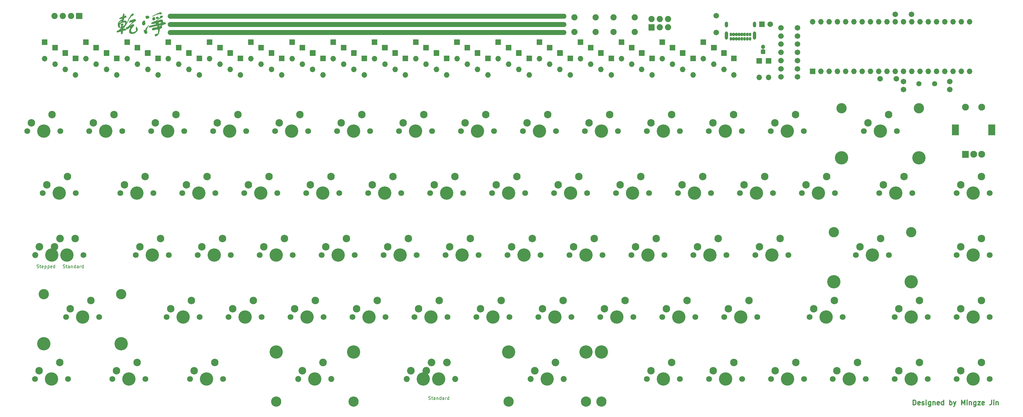
<source format=gts>
G04 #@! TF.GenerationSoftware,KiCad,Pcbnew,(5.1.7)-1*
G04 #@! TF.CreationDate,2021-05-31T13:23:32-04:00*
G04 #@! TF.ProjectId,discipline-pcb,64697363-6970-46c6-996e-652d7063622e,rev?*
G04 #@! TF.SameCoordinates,Original*
G04 #@! TF.FileFunction,Soldermask,Top*
G04 #@! TF.FilePolarity,Negative*
%FSLAX46Y46*%
G04 Gerber Fmt 4.6, Leading zero omitted, Abs format (unit mm)*
G04 Created by KiCad (PCBNEW (5.1.7)-1) date 2021-05-31 13:23:32*
%MOMM*%
%LPD*%
G01*
G04 APERTURE LIST*
%ADD10C,0.300000*%
%ADD11C,0.150000*%
%ADD12C,1.500000*%
%ADD13C,0.010000*%
%ADD14C,2.302000*%
%ADD15C,4.102000*%
%ADD16C,1.802000*%
%ADD17C,4.089800*%
%ADD18C,1.852000*%
%ADD19C,2.352000*%
%ADD20C,3.150000*%
%ADD21O,0.752000X1.102000*%
%ADD22O,1.002000X2.502000*%
%ADD23O,1.002000X1.802000*%
%ADD24C,1.902000*%
%ADD25C,2.102000*%
%ADD26C,1.702000*%
%ADD27C,1.302000*%
%ADD28O,1.702000X1.702000*%
%ADD29C,3.152000*%
%ADD30C,1.602000*%
%ADD31C,0.100000*%
G04 APERTURE END LIST*
D10*
X330644771Y-178967191D02*
X330644771Y-177467191D01*
X331001914Y-177467191D01*
X331216200Y-177538620D01*
X331359057Y-177681477D01*
X331430485Y-177824334D01*
X331501914Y-178110048D01*
X331501914Y-178324334D01*
X331430485Y-178610048D01*
X331359057Y-178752905D01*
X331216200Y-178895762D01*
X331001914Y-178967191D01*
X330644771Y-178967191D01*
X332716200Y-178895762D02*
X332573342Y-178967191D01*
X332287628Y-178967191D01*
X332144771Y-178895762D01*
X332073342Y-178752905D01*
X332073342Y-178181477D01*
X332144771Y-178038620D01*
X332287628Y-177967191D01*
X332573342Y-177967191D01*
X332716200Y-178038620D01*
X332787628Y-178181477D01*
X332787628Y-178324334D01*
X332073342Y-178467191D01*
X333359057Y-178895762D02*
X333501914Y-178967191D01*
X333787628Y-178967191D01*
X333930485Y-178895762D01*
X334001914Y-178752905D01*
X334001914Y-178681477D01*
X333930485Y-178538620D01*
X333787628Y-178467191D01*
X333573342Y-178467191D01*
X333430485Y-178395762D01*
X333359057Y-178252905D01*
X333359057Y-178181477D01*
X333430485Y-178038620D01*
X333573342Y-177967191D01*
X333787628Y-177967191D01*
X333930485Y-178038620D01*
X334644771Y-178967191D02*
X334644771Y-177967191D01*
X334644771Y-177467191D02*
X334573342Y-177538620D01*
X334644771Y-177610048D01*
X334716200Y-177538620D01*
X334644771Y-177467191D01*
X334644771Y-177610048D01*
X336001914Y-177967191D02*
X336001914Y-179181477D01*
X335930485Y-179324334D01*
X335859057Y-179395762D01*
X335716200Y-179467191D01*
X335501914Y-179467191D01*
X335359057Y-179395762D01*
X336001914Y-178895762D02*
X335859057Y-178967191D01*
X335573342Y-178967191D01*
X335430485Y-178895762D01*
X335359057Y-178824334D01*
X335287628Y-178681477D01*
X335287628Y-178252905D01*
X335359057Y-178110048D01*
X335430485Y-178038620D01*
X335573342Y-177967191D01*
X335859057Y-177967191D01*
X336001914Y-178038620D01*
X336716200Y-177967191D02*
X336716200Y-178967191D01*
X336716200Y-178110048D02*
X336787628Y-178038620D01*
X336930485Y-177967191D01*
X337144771Y-177967191D01*
X337287628Y-178038620D01*
X337359057Y-178181477D01*
X337359057Y-178967191D01*
X338644771Y-178895762D02*
X338501914Y-178967191D01*
X338216200Y-178967191D01*
X338073342Y-178895762D01*
X338001914Y-178752905D01*
X338001914Y-178181477D01*
X338073342Y-178038620D01*
X338216200Y-177967191D01*
X338501914Y-177967191D01*
X338644771Y-178038620D01*
X338716200Y-178181477D01*
X338716200Y-178324334D01*
X338001914Y-178467191D01*
X340001914Y-178967191D02*
X340001914Y-177467191D01*
X340001914Y-178895762D02*
X339859057Y-178967191D01*
X339573342Y-178967191D01*
X339430485Y-178895762D01*
X339359057Y-178824334D01*
X339287628Y-178681477D01*
X339287628Y-178252905D01*
X339359057Y-178110048D01*
X339430485Y-178038620D01*
X339573342Y-177967191D01*
X339859057Y-177967191D01*
X340001914Y-178038620D01*
X341859057Y-178967191D02*
X341859057Y-177467191D01*
X341859057Y-178038620D02*
X342001914Y-177967191D01*
X342287628Y-177967191D01*
X342430485Y-178038620D01*
X342501914Y-178110048D01*
X342573342Y-178252905D01*
X342573342Y-178681477D01*
X342501914Y-178824334D01*
X342430485Y-178895762D01*
X342287628Y-178967191D01*
X342001914Y-178967191D01*
X341859057Y-178895762D01*
X343073342Y-177967191D02*
X343430485Y-178967191D01*
X343787628Y-177967191D02*
X343430485Y-178967191D01*
X343287628Y-179324334D01*
X343216200Y-179395762D01*
X343073342Y-179467191D01*
X345501914Y-178967191D02*
X345501914Y-177467191D01*
X346001914Y-178538620D01*
X346501914Y-177467191D01*
X346501914Y-178967191D01*
X347216200Y-178967191D02*
X347216200Y-177967191D01*
X347216200Y-177467191D02*
X347144771Y-177538620D01*
X347216200Y-177610048D01*
X347287628Y-177538620D01*
X347216200Y-177467191D01*
X347216200Y-177610048D01*
X347930485Y-177967191D02*
X347930485Y-178967191D01*
X347930485Y-178110048D02*
X348001914Y-178038620D01*
X348144771Y-177967191D01*
X348359057Y-177967191D01*
X348501914Y-178038620D01*
X348573342Y-178181477D01*
X348573342Y-178967191D01*
X349930485Y-177967191D02*
X349930485Y-179181477D01*
X349859057Y-179324334D01*
X349787628Y-179395762D01*
X349644771Y-179467191D01*
X349430485Y-179467191D01*
X349287628Y-179395762D01*
X349930485Y-178895762D02*
X349787628Y-178967191D01*
X349501914Y-178967191D01*
X349359057Y-178895762D01*
X349287628Y-178824334D01*
X349216200Y-178681477D01*
X349216200Y-178252905D01*
X349287628Y-178110048D01*
X349359057Y-178038620D01*
X349501914Y-177967191D01*
X349787628Y-177967191D01*
X349930485Y-178038620D01*
X350501914Y-177967191D02*
X351287628Y-177967191D01*
X350501914Y-178967191D01*
X351287628Y-178967191D01*
X352430485Y-178895762D02*
X352287628Y-178967191D01*
X352001914Y-178967191D01*
X351859057Y-178895762D01*
X351787628Y-178752905D01*
X351787628Y-178181477D01*
X351859057Y-178038620D01*
X352001914Y-177967191D01*
X352287628Y-177967191D01*
X352430485Y-178038620D01*
X352501914Y-178181477D01*
X352501914Y-178324334D01*
X351787628Y-178467191D01*
X354716200Y-177467191D02*
X354716200Y-178538620D01*
X354644771Y-178752905D01*
X354501914Y-178895762D01*
X354287628Y-178967191D01*
X354144771Y-178967191D01*
X355430485Y-178967191D02*
X355430485Y-177967191D01*
X355430485Y-177467191D02*
X355359057Y-177538620D01*
X355430485Y-177610048D01*
X355501914Y-177538620D01*
X355430485Y-177467191D01*
X355430485Y-177610048D01*
X356144771Y-177967191D02*
X356144771Y-178967191D01*
X356144771Y-178110048D02*
X356216200Y-178038620D01*
X356359057Y-177967191D01*
X356573342Y-177967191D01*
X356716200Y-178038620D01*
X356787628Y-178181477D01*
X356787628Y-178967191D01*
D11*
X181673342Y-177293381D02*
X181816200Y-177341000D01*
X182054295Y-177341000D01*
X182149533Y-177293381D01*
X182197152Y-177245762D01*
X182244771Y-177150524D01*
X182244771Y-177055286D01*
X182197152Y-176960048D01*
X182149533Y-176912429D01*
X182054295Y-176864810D01*
X181863819Y-176817191D01*
X181768580Y-176769572D01*
X181720961Y-176721953D01*
X181673342Y-176626715D01*
X181673342Y-176531477D01*
X181720961Y-176436239D01*
X181768580Y-176388620D01*
X181863819Y-176341000D01*
X182101914Y-176341000D01*
X182244771Y-176388620D01*
X182530485Y-176674334D02*
X182911438Y-176674334D01*
X182673342Y-176341000D02*
X182673342Y-177198143D01*
X182720961Y-177293381D01*
X182816200Y-177341000D01*
X182911438Y-177341000D01*
X183673342Y-177341000D02*
X183673342Y-176817191D01*
X183625723Y-176721953D01*
X183530485Y-176674334D01*
X183340009Y-176674334D01*
X183244771Y-176721953D01*
X183673342Y-177293381D02*
X183578104Y-177341000D01*
X183340009Y-177341000D01*
X183244771Y-177293381D01*
X183197152Y-177198143D01*
X183197152Y-177102905D01*
X183244771Y-177007667D01*
X183340009Y-176960048D01*
X183578104Y-176960048D01*
X183673342Y-176912429D01*
X184149533Y-176674334D02*
X184149533Y-177341000D01*
X184149533Y-176769572D02*
X184197152Y-176721953D01*
X184292390Y-176674334D01*
X184435247Y-176674334D01*
X184530485Y-176721953D01*
X184578104Y-176817191D01*
X184578104Y-177341000D01*
X185482866Y-177341000D02*
X185482866Y-176341000D01*
X185482866Y-177293381D02*
X185387628Y-177341000D01*
X185197152Y-177341000D01*
X185101914Y-177293381D01*
X185054295Y-177245762D01*
X185006676Y-177150524D01*
X185006676Y-176864810D01*
X185054295Y-176769572D01*
X185101914Y-176721953D01*
X185197152Y-176674334D01*
X185387628Y-176674334D01*
X185482866Y-176721953D01*
X186387628Y-177341000D02*
X186387628Y-176817191D01*
X186340009Y-176721953D01*
X186244771Y-176674334D01*
X186054295Y-176674334D01*
X185959057Y-176721953D01*
X186387628Y-177293381D02*
X186292390Y-177341000D01*
X186054295Y-177341000D01*
X185959057Y-177293381D01*
X185911438Y-177198143D01*
X185911438Y-177102905D01*
X185959057Y-177007667D01*
X186054295Y-176960048D01*
X186292390Y-176960048D01*
X186387628Y-176912429D01*
X186863819Y-177341000D02*
X186863819Y-176674334D01*
X186863819Y-176864810D02*
X186911438Y-176769572D01*
X186959057Y-176721953D01*
X187054295Y-176674334D01*
X187149533Y-176674334D01*
X187911438Y-177341000D02*
X187911438Y-176341000D01*
X187911438Y-177293381D02*
X187816200Y-177341000D01*
X187625723Y-177341000D01*
X187530485Y-177293381D01*
X187482866Y-177245762D01*
X187435247Y-177150524D01*
X187435247Y-176864810D01*
X187482866Y-176769572D01*
X187530485Y-176721953D01*
X187625723Y-176674334D01*
X187816200Y-176674334D01*
X187911438Y-176721953D01*
D12*
X223254308Y-59503020D02*
X102216200Y-59488620D01*
X223254308Y-61986290D02*
X102216200Y-61988620D01*
X223254308Y-64469560D02*
X102216200Y-64488620D01*
D11*
X69273342Y-136793381D02*
X69416200Y-136841000D01*
X69654295Y-136841000D01*
X69749533Y-136793381D01*
X69797152Y-136745762D01*
X69844771Y-136650524D01*
X69844771Y-136555286D01*
X69797152Y-136460048D01*
X69749533Y-136412429D01*
X69654295Y-136364810D01*
X69463819Y-136317191D01*
X69368580Y-136269572D01*
X69320961Y-136221953D01*
X69273342Y-136126715D01*
X69273342Y-136031477D01*
X69320961Y-135936239D01*
X69368580Y-135888620D01*
X69463819Y-135841000D01*
X69701914Y-135841000D01*
X69844771Y-135888620D01*
X70130485Y-136174334D02*
X70511438Y-136174334D01*
X70273342Y-135841000D02*
X70273342Y-136698143D01*
X70320961Y-136793381D01*
X70416200Y-136841000D01*
X70511438Y-136841000D01*
X71273342Y-136841000D02*
X71273342Y-136317191D01*
X71225723Y-136221953D01*
X71130485Y-136174334D01*
X70940009Y-136174334D01*
X70844771Y-136221953D01*
X71273342Y-136793381D02*
X71178104Y-136841000D01*
X70940009Y-136841000D01*
X70844771Y-136793381D01*
X70797152Y-136698143D01*
X70797152Y-136602905D01*
X70844771Y-136507667D01*
X70940009Y-136460048D01*
X71178104Y-136460048D01*
X71273342Y-136412429D01*
X71749533Y-136174334D02*
X71749533Y-136841000D01*
X71749533Y-136269572D02*
X71797152Y-136221953D01*
X71892390Y-136174334D01*
X72035247Y-136174334D01*
X72130485Y-136221953D01*
X72178104Y-136317191D01*
X72178104Y-136841000D01*
X73082866Y-136841000D02*
X73082866Y-135841000D01*
X73082866Y-136793381D02*
X72987628Y-136841000D01*
X72797152Y-136841000D01*
X72701914Y-136793381D01*
X72654295Y-136745762D01*
X72606676Y-136650524D01*
X72606676Y-136364810D01*
X72654295Y-136269572D01*
X72701914Y-136221953D01*
X72797152Y-136174334D01*
X72987628Y-136174334D01*
X73082866Y-136221953D01*
X73987628Y-136841000D02*
X73987628Y-136317191D01*
X73940009Y-136221953D01*
X73844771Y-136174334D01*
X73654295Y-136174334D01*
X73559057Y-136221953D01*
X73987628Y-136793381D02*
X73892390Y-136841000D01*
X73654295Y-136841000D01*
X73559057Y-136793381D01*
X73511438Y-136698143D01*
X73511438Y-136602905D01*
X73559057Y-136507667D01*
X73654295Y-136460048D01*
X73892390Y-136460048D01*
X73987628Y-136412429D01*
X74463819Y-136841000D02*
X74463819Y-136174334D01*
X74463819Y-136364810D02*
X74511438Y-136269572D01*
X74559057Y-136221953D01*
X74654295Y-136174334D01*
X74749533Y-136174334D01*
X75511438Y-136841000D02*
X75511438Y-135841000D01*
X75511438Y-136793381D02*
X75416200Y-136841000D01*
X75225723Y-136841000D01*
X75130485Y-136793381D01*
X75082866Y-136745762D01*
X75035247Y-136650524D01*
X75035247Y-136364810D01*
X75082866Y-136269572D01*
X75130485Y-136221953D01*
X75225723Y-136174334D01*
X75416200Y-136174334D01*
X75511438Y-136221953D01*
X61230485Y-136793381D02*
X61373342Y-136841000D01*
X61611438Y-136841000D01*
X61706676Y-136793381D01*
X61754295Y-136745762D01*
X61801914Y-136650524D01*
X61801914Y-136555286D01*
X61754295Y-136460048D01*
X61706676Y-136412429D01*
X61611438Y-136364810D01*
X61420961Y-136317191D01*
X61325723Y-136269572D01*
X61278104Y-136221953D01*
X61230485Y-136126715D01*
X61230485Y-136031477D01*
X61278104Y-135936239D01*
X61325723Y-135888620D01*
X61420961Y-135841000D01*
X61659057Y-135841000D01*
X61801914Y-135888620D01*
X62087628Y-136174334D02*
X62468580Y-136174334D01*
X62230485Y-135841000D02*
X62230485Y-136698143D01*
X62278104Y-136793381D01*
X62373342Y-136841000D01*
X62468580Y-136841000D01*
X63182866Y-136793381D02*
X63087628Y-136841000D01*
X62897152Y-136841000D01*
X62801914Y-136793381D01*
X62754295Y-136698143D01*
X62754295Y-136317191D01*
X62801914Y-136221953D01*
X62897152Y-136174334D01*
X63087628Y-136174334D01*
X63182866Y-136221953D01*
X63230485Y-136317191D01*
X63230485Y-136412429D01*
X62754295Y-136507667D01*
X63659057Y-136174334D02*
X63659057Y-137174334D01*
X63659057Y-136221953D02*
X63754295Y-136174334D01*
X63944771Y-136174334D01*
X64040009Y-136221953D01*
X64087628Y-136269572D01*
X64135247Y-136364810D01*
X64135247Y-136650524D01*
X64087628Y-136745762D01*
X64040009Y-136793381D01*
X63944771Y-136841000D01*
X63754295Y-136841000D01*
X63659057Y-136793381D01*
X64563819Y-136174334D02*
X64563819Y-137174334D01*
X64563819Y-136221953D02*
X64659057Y-136174334D01*
X64849533Y-136174334D01*
X64944771Y-136221953D01*
X64992390Y-136269572D01*
X65040009Y-136364810D01*
X65040009Y-136650524D01*
X64992390Y-136745762D01*
X64944771Y-136793381D01*
X64849533Y-136841000D01*
X64659057Y-136841000D01*
X64563819Y-136793381D01*
X65849533Y-136793381D02*
X65754295Y-136841000D01*
X65563819Y-136841000D01*
X65468580Y-136793381D01*
X65420961Y-136698143D01*
X65420961Y-136317191D01*
X65468580Y-136221953D01*
X65563819Y-136174334D01*
X65754295Y-136174334D01*
X65849533Y-136221953D01*
X65897152Y-136317191D01*
X65897152Y-136412429D01*
X65420961Y-136507667D01*
X66754295Y-136841000D02*
X66754295Y-135841000D01*
X66754295Y-136793381D02*
X66659057Y-136841000D01*
X66468580Y-136841000D01*
X66373342Y-136793381D01*
X66325723Y-136745762D01*
X66278104Y-136650524D01*
X66278104Y-136364810D01*
X66325723Y-136269572D01*
X66373342Y-136221953D01*
X66468580Y-136174334D01*
X66659057Y-136174334D01*
X66754295Y-136221953D01*
D13*
G36*
X99318775Y-58270915D02*
G01*
X99373736Y-58297302D01*
X99414314Y-58327704D01*
X99455462Y-58375556D01*
X99489139Y-58438036D01*
X99510591Y-58504720D01*
X99515803Y-58550348D01*
X99505882Y-58629197D01*
X99478228Y-58702107D01*
X99436009Y-58764273D01*
X99382392Y-58810893D01*
X99327875Y-58835359D01*
X99292374Y-58842727D01*
X99261356Y-58841821D01*
X99223608Y-58831633D01*
X99202340Y-58824084D01*
X99058374Y-58781791D01*
X98906619Y-58758328D01*
X98744844Y-58753644D01*
X98570818Y-58767691D01*
X98382310Y-58800419D01*
X98359347Y-58805435D01*
X98173127Y-58854204D01*
X97973838Y-58919969D01*
X97765433Y-59001143D01*
X97551864Y-59096140D01*
X97337084Y-59203375D01*
X97247946Y-59251416D01*
X97147618Y-59306298D01*
X97053830Y-59356832D01*
X96969647Y-59401410D01*
X96898138Y-59438424D01*
X96842370Y-59466269D01*
X96805411Y-59483336D01*
X96804953Y-59483528D01*
X96774578Y-59494621D01*
X96755774Y-59493383D01*
X96737247Y-59478083D01*
X96731750Y-59472299D01*
X96714473Y-59448477D01*
X96710548Y-59431093D01*
X96710974Y-59430244D01*
X96725979Y-59416206D01*
X96758816Y-59391474D01*
X96805822Y-59358500D01*
X96863330Y-59319733D01*
X96927676Y-59277625D01*
X96995194Y-59234628D01*
X97062219Y-59193191D01*
X97094721Y-59173633D01*
X97181451Y-59123990D01*
X97286042Y-59067364D01*
X97403094Y-59006471D01*
X97527212Y-58944024D01*
X97652997Y-58882739D01*
X97775052Y-58825330D01*
X97887979Y-58774512D01*
X97890506Y-58773408D01*
X97962831Y-58741513D01*
X98050221Y-58702503D01*
X98144889Y-58659879D01*
X98239048Y-58617146D01*
X98312579Y-58583487D01*
X98446093Y-58522219D01*
X98559409Y-58470659D01*
X98655124Y-58427782D01*
X98735838Y-58392562D01*
X98804150Y-58363973D01*
X98862659Y-58340991D01*
X98913965Y-58322588D01*
X98960665Y-58307741D01*
X99005359Y-58295422D01*
X99050646Y-58284607D01*
X99092980Y-58275535D01*
X99183539Y-58260866D01*
X99257090Y-58259048D01*
X99318775Y-58270915D01*
G37*
X99318775Y-58270915D02*
X99373736Y-58297302D01*
X99414314Y-58327704D01*
X99455462Y-58375556D01*
X99489139Y-58438036D01*
X99510591Y-58504720D01*
X99515803Y-58550348D01*
X99505882Y-58629197D01*
X99478228Y-58702107D01*
X99436009Y-58764273D01*
X99382392Y-58810893D01*
X99327875Y-58835359D01*
X99292374Y-58842727D01*
X99261356Y-58841821D01*
X99223608Y-58831633D01*
X99202340Y-58824084D01*
X99058374Y-58781791D01*
X98906619Y-58758328D01*
X98744844Y-58753644D01*
X98570818Y-58767691D01*
X98382310Y-58800419D01*
X98359347Y-58805435D01*
X98173127Y-58854204D01*
X97973838Y-58919969D01*
X97765433Y-59001143D01*
X97551864Y-59096140D01*
X97337084Y-59203375D01*
X97247946Y-59251416D01*
X97147618Y-59306298D01*
X97053830Y-59356832D01*
X96969647Y-59401410D01*
X96898138Y-59438424D01*
X96842370Y-59466269D01*
X96805411Y-59483336D01*
X96804953Y-59483528D01*
X96774578Y-59494621D01*
X96755774Y-59493383D01*
X96737247Y-59478083D01*
X96731750Y-59472299D01*
X96714473Y-59448477D01*
X96710548Y-59431093D01*
X96710974Y-59430244D01*
X96725979Y-59416206D01*
X96758816Y-59391474D01*
X96805822Y-59358500D01*
X96863330Y-59319733D01*
X96927676Y-59277625D01*
X96995194Y-59234628D01*
X97062219Y-59193191D01*
X97094721Y-59173633D01*
X97181451Y-59123990D01*
X97286042Y-59067364D01*
X97403094Y-59006471D01*
X97527212Y-58944024D01*
X97652997Y-58882739D01*
X97775052Y-58825330D01*
X97887979Y-58774512D01*
X97890506Y-58773408D01*
X97962831Y-58741513D01*
X98050221Y-58702503D01*
X98144889Y-58659879D01*
X98239048Y-58617146D01*
X98312579Y-58583487D01*
X98446093Y-58522219D01*
X98559409Y-58470659D01*
X98655124Y-58427782D01*
X98735838Y-58392562D01*
X98804150Y-58363973D01*
X98862659Y-58340991D01*
X98913965Y-58322588D01*
X98960665Y-58307741D01*
X99005359Y-58295422D01*
X99050646Y-58284607D01*
X99092980Y-58275535D01*
X99183539Y-58260866D01*
X99257090Y-58259048D01*
X99318775Y-58270915D01*
G36*
X98374399Y-59652586D02*
G01*
X98453584Y-59685192D01*
X98517043Y-59736410D01*
X98563936Y-59805996D01*
X98570459Y-59820236D01*
X98589684Y-59894741D01*
X98585977Y-59970123D01*
X98561125Y-60042359D01*
X98516914Y-60107429D01*
X98455130Y-60161310D01*
X98407073Y-60188119D01*
X98360002Y-60202421D01*
X98295713Y-60212344D01*
X98221864Y-60217539D01*
X98146112Y-60217659D01*
X98076113Y-60212356D01*
X98033897Y-60205060D01*
X97993588Y-60193780D01*
X97962130Y-60181601D01*
X97952002Y-60175625D01*
X97929649Y-60161785D01*
X97895437Y-60145114D01*
X97884884Y-60140588D01*
X97840764Y-60118542D01*
X97798206Y-60091696D01*
X97793540Y-60088234D01*
X97765156Y-60061712D01*
X97753502Y-60033388D01*
X97751915Y-60008742D01*
X97760925Y-59956668D01*
X97785378Y-59895683D01*
X97821408Y-59833064D01*
X97865149Y-59776091D01*
X97887902Y-59752741D01*
X97924768Y-59721447D01*
X97961426Y-59699316D01*
X98007106Y-59681598D01*
X98050863Y-59668880D01*
X98172200Y-59644186D01*
X98280325Y-59638836D01*
X98374399Y-59652586D01*
G37*
X98374399Y-59652586D02*
X98453584Y-59685192D01*
X98517043Y-59736410D01*
X98563936Y-59805996D01*
X98570459Y-59820236D01*
X98589684Y-59894741D01*
X98585977Y-59970123D01*
X98561125Y-60042359D01*
X98516914Y-60107429D01*
X98455130Y-60161310D01*
X98407073Y-60188119D01*
X98360002Y-60202421D01*
X98295713Y-60212344D01*
X98221864Y-60217539D01*
X98146112Y-60217659D01*
X98076113Y-60212356D01*
X98033897Y-60205060D01*
X97993588Y-60193780D01*
X97962130Y-60181601D01*
X97952002Y-60175625D01*
X97929649Y-60161785D01*
X97895437Y-60145114D01*
X97884884Y-60140588D01*
X97840764Y-60118542D01*
X97798206Y-60091696D01*
X97793540Y-60088234D01*
X97765156Y-60061712D01*
X97753502Y-60033388D01*
X97751915Y-60008742D01*
X97760925Y-59956668D01*
X97785378Y-59895683D01*
X97821408Y-59833064D01*
X97865149Y-59776091D01*
X97887902Y-59752741D01*
X97924768Y-59721447D01*
X97961426Y-59699316D01*
X98007106Y-59681598D01*
X98050863Y-59668880D01*
X98172200Y-59644186D01*
X98280325Y-59638836D01*
X98374399Y-59652586D01*
G36*
X95142528Y-59306055D02*
G01*
X95243318Y-59325167D01*
X95303525Y-59343435D01*
X95374581Y-59369661D01*
X95449324Y-59400732D01*
X95520589Y-59433531D01*
X95581213Y-59464945D01*
X95620188Y-59489051D01*
X95652088Y-59524665D01*
X95678724Y-59578492D01*
X95698811Y-59643865D01*
X95711065Y-59714114D01*
X95714202Y-59782571D01*
X95706938Y-59842567D01*
X95694769Y-59876358D01*
X95663818Y-59919419D01*
X95618652Y-59963563D01*
X95568439Y-60000477D01*
X95542436Y-60014485D01*
X95517756Y-60023645D01*
X95473521Y-60038063D01*
X95414464Y-60056276D01*
X95345316Y-60076820D01*
X95279251Y-60095844D01*
X95194697Y-60120972D01*
X95118057Y-60145933D01*
X95054060Y-60169064D01*
X95007435Y-60188704D01*
X94992064Y-60196727D01*
X94952159Y-60217376D01*
X94916525Y-60230970D01*
X94899352Y-60234156D01*
X94880612Y-60230590D01*
X94869929Y-60215565D01*
X94863070Y-60182587D01*
X94862345Y-60177419D01*
X94850926Y-60125531D01*
X94829576Y-60074313D01*
X94795474Y-60018604D01*
X94745801Y-59953243D01*
X94728105Y-59931775D01*
X94670333Y-59858313D01*
X94631030Y-59797770D01*
X94608772Y-59747603D01*
X94602113Y-59707184D01*
X94609547Y-59669085D01*
X94629493Y-59618123D01*
X94658421Y-59560865D01*
X94692801Y-59503881D01*
X94729099Y-59453736D01*
X94752498Y-59427473D01*
X94833380Y-59363381D01*
X94925246Y-59321802D01*
X95028245Y-59302703D01*
X95142528Y-59306055D01*
G37*
X95142528Y-59306055D02*
X95243318Y-59325167D01*
X95303525Y-59343435D01*
X95374581Y-59369661D01*
X95449324Y-59400732D01*
X95520589Y-59433531D01*
X95581213Y-59464945D01*
X95620188Y-59489051D01*
X95652088Y-59524665D01*
X95678724Y-59578492D01*
X95698811Y-59643865D01*
X95711065Y-59714114D01*
X95714202Y-59782571D01*
X95706938Y-59842567D01*
X95694769Y-59876358D01*
X95663818Y-59919419D01*
X95618652Y-59963563D01*
X95568439Y-60000477D01*
X95542436Y-60014485D01*
X95517756Y-60023645D01*
X95473521Y-60038063D01*
X95414464Y-60056276D01*
X95345316Y-60076820D01*
X95279251Y-60095844D01*
X95194697Y-60120972D01*
X95118057Y-60145933D01*
X95054060Y-60169064D01*
X95007435Y-60188704D01*
X94992064Y-60196727D01*
X94952159Y-60217376D01*
X94916525Y-60230970D01*
X94899352Y-60234156D01*
X94880612Y-60230590D01*
X94869929Y-60215565D01*
X94863070Y-60182587D01*
X94862345Y-60177419D01*
X94850926Y-60125531D01*
X94829576Y-60074313D01*
X94795474Y-60018604D01*
X94745801Y-59953243D01*
X94728105Y-59931775D01*
X94670333Y-59858313D01*
X94631030Y-59797770D01*
X94608772Y-59747603D01*
X94602113Y-59707184D01*
X94609547Y-59669085D01*
X94629493Y-59618123D01*
X94658421Y-59560865D01*
X94692801Y-59503881D01*
X94729099Y-59453736D01*
X94752498Y-59427473D01*
X94833380Y-59363381D01*
X94925246Y-59321802D01*
X95028245Y-59302703D01*
X95142528Y-59306055D01*
G36*
X97293549Y-59714987D02*
G01*
X97324532Y-59729502D01*
X97355929Y-59757674D01*
X97362632Y-59764765D01*
X97397932Y-59810600D01*
X97422423Y-59863532D01*
X97438845Y-59930546D01*
X97445423Y-59975872D01*
X97453490Y-60020673D01*
X97464978Y-60060531D01*
X97470195Y-60072891D01*
X97482996Y-60108609D01*
X97487331Y-60137494D01*
X97494677Y-60167778D01*
X97506172Y-60183711D01*
X97522102Y-60205719D01*
X97536966Y-60239676D01*
X97539034Y-60246147D01*
X97545718Y-60275925D01*
X97544004Y-60302576D01*
X97532335Y-60335836D01*
X97520546Y-60361664D01*
X97462944Y-60457220D01*
X97388322Y-60535313D01*
X97295475Y-60596946D01*
X97183199Y-60643122D01*
X97181724Y-60643588D01*
X97100358Y-60666647D01*
X97035661Y-60678641D01*
X96982025Y-60680273D01*
X96940391Y-60673910D01*
X96867081Y-60645911D01*
X96807554Y-60599802D01*
X96761085Y-60534482D01*
X96726950Y-60448849D01*
X96704424Y-60341802D01*
X96700159Y-60308371D01*
X96700776Y-60220096D01*
X96719360Y-60124899D01*
X96753242Y-60030314D01*
X96799751Y-59943881D01*
X96853225Y-59876161D01*
X96927232Y-59813310D01*
X97011882Y-59762742D01*
X97101081Y-59727030D01*
X97188734Y-59708746D01*
X97251212Y-59708150D01*
X97293549Y-59714987D01*
G37*
X97293549Y-59714987D02*
X97324532Y-59729502D01*
X97355929Y-59757674D01*
X97362632Y-59764765D01*
X97397932Y-59810600D01*
X97422423Y-59863532D01*
X97438845Y-59930546D01*
X97445423Y-59975872D01*
X97453490Y-60020673D01*
X97464978Y-60060531D01*
X97470195Y-60072891D01*
X97482996Y-60108609D01*
X97487331Y-60137494D01*
X97494677Y-60167778D01*
X97506172Y-60183711D01*
X97522102Y-60205719D01*
X97536966Y-60239676D01*
X97539034Y-60246147D01*
X97545718Y-60275925D01*
X97544004Y-60302576D01*
X97532335Y-60335836D01*
X97520546Y-60361664D01*
X97462944Y-60457220D01*
X97388322Y-60535313D01*
X97295475Y-60596946D01*
X97183199Y-60643122D01*
X97181724Y-60643588D01*
X97100358Y-60666647D01*
X97035661Y-60678641D01*
X96982025Y-60680273D01*
X96940391Y-60673910D01*
X96867081Y-60645911D01*
X96807554Y-60599802D01*
X96761085Y-60534482D01*
X96726950Y-60448849D01*
X96704424Y-60341802D01*
X96700159Y-60308371D01*
X96700776Y-60220096D01*
X96719360Y-60124899D01*
X96753242Y-60030314D01*
X96799751Y-59943881D01*
X96853225Y-59876161D01*
X96927232Y-59813310D01*
X97011882Y-59762742D01*
X97101081Y-59727030D01*
X97188734Y-59708746D01*
X97251212Y-59708150D01*
X97293549Y-59714987D01*
G36*
X94218019Y-60820828D02*
G01*
X94278018Y-60843166D01*
X94326505Y-60882256D01*
X94364489Y-60939620D01*
X94392978Y-61016778D01*
X94412981Y-61115252D01*
X94425471Y-61236042D01*
X94430764Y-61301037D01*
X94437056Y-61359736D01*
X94443592Y-61406041D01*
X94449618Y-61433854D01*
X94450132Y-61435300D01*
X94460262Y-61473182D01*
X94463522Y-61502822D01*
X94467750Y-61530376D01*
X94478883Y-61572631D01*
X94494590Y-61620844D01*
X94496028Y-61624844D01*
X94514789Y-61683874D01*
X94521733Y-61731793D01*
X94516310Y-61777594D01*
X94497970Y-61830274D01*
X94481189Y-61867542D01*
X94424658Y-61959475D01*
X94349477Y-62039213D01*
X94259912Y-62104332D01*
X94160229Y-62152407D01*
X94054695Y-62181015D01*
X93947577Y-62187730D01*
X93921222Y-62185722D01*
X93820412Y-62163764D01*
X93733840Y-62121212D01*
X93662643Y-62058994D01*
X93607954Y-61978038D01*
X93578350Y-61905252D01*
X93566220Y-61862674D01*
X93558184Y-61822047D01*
X93553543Y-61776563D01*
X93551597Y-61719414D01*
X93551632Y-61645267D01*
X93557666Y-61510877D01*
X93574366Y-61395294D01*
X93603613Y-61293710D01*
X93647286Y-61201315D01*
X93707268Y-61113300D01*
X93785438Y-61024855D01*
X93799989Y-61010112D01*
X93883766Y-60932219D01*
X93959160Y-60875290D01*
X94028994Y-60837718D01*
X94096093Y-60817900D01*
X94145500Y-60813720D01*
X94218019Y-60820828D01*
G37*
X94218019Y-60820828D02*
X94278018Y-60843166D01*
X94326505Y-60882256D01*
X94364489Y-60939620D01*
X94392978Y-61016778D01*
X94412981Y-61115252D01*
X94425471Y-61236042D01*
X94430764Y-61301037D01*
X94437056Y-61359736D01*
X94443592Y-61406041D01*
X94449618Y-61433854D01*
X94450132Y-61435300D01*
X94460262Y-61473182D01*
X94463522Y-61502822D01*
X94467750Y-61530376D01*
X94478883Y-61572631D01*
X94494590Y-61620844D01*
X94496028Y-61624844D01*
X94514789Y-61683874D01*
X94521733Y-61731793D01*
X94516310Y-61777594D01*
X94497970Y-61830274D01*
X94481189Y-61867542D01*
X94424658Y-61959475D01*
X94349477Y-62039213D01*
X94259912Y-62104332D01*
X94160229Y-62152407D01*
X94054695Y-62181015D01*
X93947577Y-62187730D01*
X93921222Y-62185722D01*
X93820412Y-62163764D01*
X93733840Y-62121212D01*
X93662643Y-62058994D01*
X93607954Y-61978038D01*
X93578350Y-61905252D01*
X93566220Y-61862674D01*
X93558184Y-61822047D01*
X93553543Y-61776563D01*
X93551597Y-61719414D01*
X93551632Y-61645267D01*
X93557666Y-61510877D01*
X93574366Y-61395294D01*
X93603613Y-61293710D01*
X93647286Y-61201315D01*
X93707268Y-61113300D01*
X93785438Y-61024855D01*
X93799989Y-61010112D01*
X93883766Y-60932219D01*
X93959160Y-60875290D01*
X94028994Y-60837718D01*
X94096093Y-60817900D01*
X94145500Y-60813720D01*
X94218019Y-60820828D01*
G36*
X95502752Y-62263925D02*
G01*
X95503687Y-62272083D01*
X95490357Y-62287827D01*
X95469816Y-62306591D01*
X95456906Y-62313025D01*
X95448251Y-62302456D01*
X95446260Y-62287827D01*
X95453145Y-62268498D01*
X95477581Y-62262644D01*
X95479711Y-62262628D01*
X95502752Y-62263925D01*
G37*
X95502752Y-62263925D02*
X95503687Y-62272083D01*
X95490357Y-62287827D01*
X95469816Y-62306591D01*
X95456906Y-62313025D01*
X95448251Y-62302456D01*
X95446260Y-62287827D01*
X95453145Y-62268498D01*
X95477581Y-62262644D01*
X95479711Y-62262628D01*
X95502752Y-62263925D01*
G36*
X95631126Y-62232454D02*
G01*
X95617712Y-62260342D01*
X95596297Y-62296459D01*
X95570445Y-62334842D01*
X95543720Y-62369528D01*
X95540872Y-62372871D01*
X95508286Y-62408611D01*
X95489611Y-62424844D01*
X95484613Y-62422915D01*
X95493057Y-62404172D01*
X95514708Y-62369960D01*
X95549330Y-62321624D01*
X95549967Y-62320771D01*
X95582780Y-62277682D01*
X95609734Y-62243794D01*
X95627556Y-62223133D01*
X95632977Y-62218757D01*
X95631126Y-62232454D01*
G37*
X95631126Y-62232454D02*
X95617712Y-62260342D01*
X95596297Y-62296459D01*
X95570445Y-62334842D01*
X95543720Y-62369528D01*
X95540872Y-62372871D01*
X95508286Y-62408611D01*
X95489611Y-62424844D01*
X95484613Y-62422915D01*
X95493057Y-62404172D01*
X95514708Y-62369960D01*
X95549330Y-62321624D01*
X95549967Y-62320771D01*
X95582780Y-62277682D01*
X95609734Y-62243794D01*
X95627556Y-62223133D01*
X95632977Y-62218757D01*
X95631126Y-62232454D01*
G36*
X91311217Y-60385381D02*
G01*
X91352590Y-60397021D01*
X91445301Y-60435993D01*
X91517085Y-60488240D01*
X91567457Y-60553049D01*
X91595930Y-60629709D01*
X91602017Y-60717508D01*
X91597989Y-60756169D01*
X91594313Y-60777468D01*
X91588479Y-60794954D01*
X91577391Y-60811604D01*
X91557952Y-60830392D01*
X91527067Y-60854293D01*
X91481639Y-60886280D01*
X91418573Y-60929330D01*
X91415810Y-60931208D01*
X91102161Y-61151288D01*
X90808575Y-61371900D01*
X90530158Y-61597057D01*
X90262018Y-61830770D01*
X89999261Y-62077053D01*
X89902609Y-62171984D01*
X89822978Y-62251441D01*
X89760124Y-62314925D01*
X89712685Y-62363952D01*
X89679299Y-62400041D01*
X89658607Y-62424710D01*
X89649245Y-62439476D01*
X89649852Y-62445857D01*
X89656925Y-62445878D01*
X89701793Y-62431650D01*
X89763457Y-62405010D01*
X89838030Y-62367940D01*
X89921623Y-62322421D01*
X90010350Y-62270434D01*
X90053800Y-62243652D01*
X90199846Y-62157173D01*
X90341062Y-62083438D01*
X90474982Y-62023429D01*
X90599142Y-61978127D01*
X90711076Y-61948513D01*
X90808320Y-61935567D01*
X90829297Y-61935049D01*
X90872405Y-61937274D01*
X90901597Y-61946626D01*
X90927962Y-61967123D01*
X90933890Y-61972931D01*
X90967305Y-62021657D01*
X90988433Y-62089371D01*
X90997561Y-62177347D01*
X90996993Y-62251004D01*
X90993539Y-62307218D01*
X90987187Y-62347709D01*
X90975388Y-62381951D01*
X90955590Y-62419416D01*
X90948343Y-62431645D01*
X90909945Y-62486468D01*
X90855765Y-62551083D01*
X90790444Y-62620520D01*
X90718620Y-62689810D01*
X90656106Y-62744724D01*
X90610227Y-62790023D01*
X90556597Y-62854365D01*
X90497691Y-62933760D01*
X90435981Y-63024219D01*
X90373939Y-63121754D01*
X90314040Y-63222375D01*
X90258756Y-63322093D01*
X90210560Y-63416920D01*
X90171925Y-63502867D01*
X90150113Y-63560888D01*
X90121212Y-63667208D01*
X90102765Y-63777406D01*
X90095657Y-63883451D01*
X90100777Y-63977312D01*
X90102679Y-63989989D01*
X90128200Y-64090105D01*
X90169536Y-64173426D01*
X90227727Y-64240691D01*
X90303815Y-64292643D01*
X90398842Y-64330022D01*
X90513849Y-64353571D01*
X90627063Y-64363223D01*
X90698049Y-64365465D01*
X90753533Y-64364618D01*
X90803115Y-64359794D01*
X90856396Y-64350109D01*
X90914787Y-64336663D01*
X91090442Y-64288055D01*
X91243664Y-64232658D01*
X91373957Y-64170714D01*
X91480828Y-64102466D01*
X91563782Y-64028158D01*
X91580368Y-64009097D01*
X91623710Y-63943615D01*
X91659356Y-63865573D01*
X91681933Y-63787343D01*
X91685062Y-63768015D01*
X91686099Y-63702326D01*
X91675717Y-63623552D01*
X91655579Y-63540144D01*
X91627345Y-63460553D01*
X91622368Y-63449140D01*
X91589531Y-63375970D01*
X91614529Y-63307518D01*
X91670293Y-63130488D01*
X91705344Y-62959484D01*
X91720900Y-62788123D01*
X91721873Y-62745715D01*
X91722721Y-62692795D01*
X91723965Y-62651183D01*
X91725416Y-62625998D01*
X91726473Y-62620901D01*
X91733006Y-62632833D01*
X91748033Y-62662521D01*
X91769080Y-62705032D01*
X91786028Y-62739689D01*
X91848950Y-62858214D01*
X91915621Y-62960560D01*
X91992109Y-63055639D01*
X92027509Y-63094372D01*
X92109131Y-63180896D01*
X92105151Y-63480864D01*
X92103766Y-63576214D01*
X92102228Y-63650092D01*
X92100190Y-63706224D01*
X92097307Y-63748336D01*
X92093231Y-63780152D01*
X92087617Y-63805399D01*
X92080116Y-63827803D01*
X92070805Y-63850128D01*
X92007839Y-63969270D01*
X91923867Y-64090133D01*
X91822463Y-64208890D01*
X91707200Y-64321712D01*
X91581653Y-64424774D01*
X91452311Y-64512477D01*
X91251296Y-64622690D01*
X91050672Y-64708118D01*
X90849215Y-64769125D01*
X90645699Y-64806073D01*
X90438899Y-64819324D01*
X90414775Y-64819344D01*
X90334853Y-64817882D01*
X90271663Y-64813872D01*
X90216788Y-64806354D01*
X90161811Y-64794367D01*
X90135694Y-64787504D01*
X90033649Y-64754515D01*
X89932944Y-64712515D01*
X89839592Y-64664571D01*
X89759602Y-64613749D01*
X89702062Y-64566190D01*
X89631208Y-64480327D01*
X89581907Y-64384625D01*
X89555714Y-64282333D01*
X89552845Y-64254547D01*
X89552682Y-64159230D01*
X89563762Y-64046714D01*
X89585174Y-63921871D01*
X89616006Y-63789574D01*
X89655347Y-63654697D01*
X89677134Y-63590049D01*
X89699001Y-63531354D01*
X89727073Y-63460937D01*
X89759332Y-63383375D01*
X89793761Y-63303245D01*
X89828343Y-63225127D01*
X89861063Y-63153596D01*
X89889902Y-63093233D01*
X89912844Y-63048614D01*
X89924023Y-63029639D01*
X89939115Y-63001777D01*
X89956904Y-62961600D01*
X89975144Y-62915322D01*
X89991585Y-62869154D01*
X90003979Y-62829311D01*
X90010078Y-62802005D01*
X90009410Y-62793689D01*
X89991792Y-62792775D01*
X89956606Y-62805074D01*
X89906671Y-62828987D01*
X89844804Y-62862913D01*
X89773824Y-62905253D01*
X89696546Y-62954408D01*
X89615790Y-63008777D01*
X89555482Y-63051402D01*
X89421800Y-63143295D01*
X89289282Y-63225543D01*
X89161420Y-63296295D01*
X89041706Y-63353697D01*
X88933630Y-63395898D01*
X88871837Y-63414159D01*
X88788526Y-63431720D01*
X88714248Y-63441120D01*
X88653259Y-63442133D01*
X88609817Y-63434530D01*
X88598006Y-63428830D01*
X88581243Y-63413700D01*
X88571423Y-63392709D01*
X88568912Y-63362925D01*
X88574076Y-63321414D01*
X88587281Y-63265243D01*
X88608895Y-63191479D01*
X88639284Y-63097188D01*
X88639539Y-63096418D01*
X88665340Y-63018896D01*
X88685098Y-62961738D01*
X88700572Y-62921348D01*
X88713518Y-62894129D01*
X88725695Y-62876486D01*
X88738858Y-62864821D01*
X88754766Y-62855538D01*
X88758075Y-62853834D01*
X88802063Y-62836224D01*
X88850906Y-62823277D01*
X88858869Y-62821904D01*
X88913377Y-62807388D01*
X88981204Y-62779946D01*
X89056270Y-62742736D01*
X89132498Y-62698915D01*
X89203809Y-62651643D01*
X89241471Y-62623125D01*
X89270926Y-62597609D01*
X89315753Y-62556292D01*
X89373690Y-62501370D01*
X89442472Y-62435040D01*
X89519836Y-62359497D01*
X89603516Y-62276939D01*
X89691251Y-62189561D01*
X89770849Y-62109581D01*
X89894535Y-61983899D01*
X90012271Y-61862561D01*
X90122869Y-61746885D01*
X90225138Y-61638191D01*
X90317886Y-61537797D01*
X90399925Y-61447022D01*
X90470063Y-61367185D01*
X90527109Y-61299604D01*
X90569875Y-61245599D01*
X90597168Y-61206488D01*
X90607800Y-61183590D01*
X90607901Y-61182246D01*
X90607231Y-61166094D01*
X90601881Y-61157590D01*
X90587392Y-61156851D01*
X90559308Y-61163997D01*
X90513172Y-61179146D01*
X90495216Y-61185245D01*
X90438253Y-61203214D01*
X90378617Y-61218846D01*
X90312236Y-61232867D01*
X90235037Y-61246009D01*
X90142950Y-61259000D01*
X90031901Y-61272568D01*
X89965605Y-61280061D01*
X89882729Y-61289581D01*
X89802108Y-61299464D01*
X89729532Y-61308954D01*
X89670790Y-61317296D01*
X89633383Y-61323412D01*
X89546846Y-61339564D01*
X89552222Y-61237126D01*
X89557358Y-61176146D01*
X89566927Y-61129935D01*
X89583483Y-61088134D01*
X89593921Y-61067952D01*
X89649114Y-60988675D01*
X89727027Y-60910128D01*
X89825205Y-60834137D01*
X89941193Y-60762527D01*
X90072537Y-60697126D01*
X90119634Y-60676885D01*
X90170824Y-60656807D01*
X90234996Y-60633296D01*
X90307923Y-60607727D01*
X90385380Y-60581474D01*
X90463142Y-60555912D01*
X90536981Y-60532415D01*
X90602672Y-60512358D01*
X90655989Y-60497115D01*
X90692707Y-60488061D01*
X90706093Y-60486140D01*
X90729858Y-60480969D01*
X90767897Y-60467411D01*
X90811936Y-60448419D01*
X90942539Y-60397488D01*
X91067580Y-60370167D01*
X91189620Y-60366212D01*
X91311217Y-60385381D01*
G37*
X91311217Y-60385381D02*
X91352590Y-60397021D01*
X91445301Y-60435993D01*
X91517085Y-60488240D01*
X91567457Y-60553049D01*
X91595930Y-60629709D01*
X91602017Y-60717508D01*
X91597989Y-60756169D01*
X91594313Y-60777468D01*
X91588479Y-60794954D01*
X91577391Y-60811604D01*
X91557952Y-60830392D01*
X91527067Y-60854293D01*
X91481639Y-60886280D01*
X91418573Y-60929330D01*
X91415810Y-60931208D01*
X91102161Y-61151288D01*
X90808575Y-61371900D01*
X90530158Y-61597057D01*
X90262018Y-61830770D01*
X89999261Y-62077053D01*
X89902609Y-62171984D01*
X89822978Y-62251441D01*
X89760124Y-62314925D01*
X89712685Y-62363952D01*
X89679299Y-62400041D01*
X89658607Y-62424710D01*
X89649245Y-62439476D01*
X89649852Y-62445857D01*
X89656925Y-62445878D01*
X89701793Y-62431650D01*
X89763457Y-62405010D01*
X89838030Y-62367940D01*
X89921623Y-62322421D01*
X90010350Y-62270434D01*
X90053800Y-62243652D01*
X90199846Y-62157173D01*
X90341062Y-62083438D01*
X90474982Y-62023429D01*
X90599142Y-61978127D01*
X90711076Y-61948513D01*
X90808320Y-61935567D01*
X90829297Y-61935049D01*
X90872405Y-61937274D01*
X90901597Y-61946626D01*
X90927962Y-61967123D01*
X90933890Y-61972931D01*
X90967305Y-62021657D01*
X90988433Y-62089371D01*
X90997561Y-62177347D01*
X90996993Y-62251004D01*
X90993539Y-62307218D01*
X90987187Y-62347709D01*
X90975388Y-62381951D01*
X90955590Y-62419416D01*
X90948343Y-62431645D01*
X90909945Y-62486468D01*
X90855765Y-62551083D01*
X90790444Y-62620520D01*
X90718620Y-62689810D01*
X90656106Y-62744724D01*
X90610227Y-62790023D01*
X90556597Y-62854365D01*
X90497691Y-62933760D01*
X90435981Y-63024219D01*
X90373939Y-63121754D01*
X90314040Y-63222375D01*
X90258756Y-63322093D01*
X90210560Y-63416920D01*
X90171925Y-63502867D01*
X90150113Y-63560888D01*
X90121212Y-63667208D01*
X90102765Y-63777406D01*
X90095657Y-63883451D01*
X90100777Y-63977312D01*
X90102679Y-63989989D01*
X90128200Y-64090105D01*
X90169536Y-64173426D01*
X90227727Y-64240691D01*
X90303815Y-64292643D01*
X90398842Y-64330022D01*
X90513849Y-64353571D01*
X90627063Y-64363223D01*
X90698049Y-64365465D01*
X90753533Y-64364618D01*
X90803115Y-64359794D01*
X90856396Y-64350109D01*
X90914787Y-64336663D01*
X91090442Y-64288055D01*
X91243664Y-64232658D01*
X91373957Y-64170714D01*
X91480828Y-64102466D01*
X91563782Y-64028158D01*
X91580368Y-64009097D01*
X91623710Y-63943615D01*
X91659356Y-63865573D01*
X91681933Y-63787343D01*
X91685062Y-63768015D01*
X91686099Y-63702326D01*
X91675717Y-63623552D01*
X91655579Y-63540144D01*
X91627345Y-63460553D01*
X91622368Y-63449140D01*
X91589531Y-63375970D01*
X91614529Y-63307518D01*
X91670293Y-63130488D01*
X91705344Y-62959484D01*
X91720900Y-62788123D01*
X91721873Y-62745715D01*
X91722721Y-62692795D01*
X91723965Y-62651183D01*
X91725416Y-62625998D01*
X91726473Y-62620901D01*
X91733006Y-62632833D01*
X91748033Y-62662521D01*
X91769080Y-62705032D01*
X91786028Y-62739689D01*
X91848950Y-62858214D01*
X91915621Y-62960560D01*
X91992109Y-63055639D01*
X92027509Y-63094372D01*
X92109131Y-63180896D01*
X92105151Y-63480864D01*
X92103766Y-63576214D01*
X92102228Y-63650092D01*
X92100190Y-63706224D01*
X92097307Y-63748336D01*
X92093231Y-63780152D01*
X92087617Y-63805399D01*
X92080116Y-63827803D01*
X92070805Y-63850128D01*
X92007839Y-63969270D01*
X91923867Y-64090133D01*
X91822463Y-64208890D01*
X91707200Y-64321712D01*
X91581653Y-64424774D01*
X91452311Y-64512477D01*
X91251296Y-64622690D01*
X91050672Y-64708118D01*
X90849215Y-64769125D01*
X90645699Y-64806073D01*
X90438899Y-64819324D01*
X90414775Y-64819344D01*
X90334853Y-64817882D01*
X90271663Y-64813872D01*
X90216788Y-64806354D01*
X90161811Y-64794367D01*
X90135694Y-64787504D01*
X90033649Y-64754515D01*
X89932944Y-64712515D01*
X89839592Y-64664571D01*
X89759602Y-64613749D01*
X89702062Y-64566190D01*
X89631208Y-64480327D01*
X89581907Y-64384625D01*
X89555714Y-64282333D01*
X89552845Y-64254547D01*
X89552682Y-64159230D01*
X89563762Y-64046714D01*
X89585174Y-63921871D01*
X89616006Y-63789574D01*
X89655347Y-63654697D01*
X89677134Y-63590049D01*
X89699001Y-63531354D01*
X89727073Y-63460937D01*
X89759332Y-63383375D01*
X89793761Y-63303245D01*
X89828343Y-63225127D01*
X89861063Y-63153596D01*
X89889902Y-63093233D01*
X89912844Y-63048614D01*
X89924023Y-63029639D01*
X89939115Y-63001777D01*
X89956904Y-62961600D01*
X89975144Y-62915322D01*
X89991585Y-62869154D01*
X90003979Y-62829311D01*
X90010078Y-62802005D01*
X90009410Y-62793689D01*
X89991792Y-62792775D01*
X89956606Y-62805074D01*
X89906671Y-62828987D01*
X89844804Y-62862913D01*
X89773824Y-62905253D01*
X89696546Y-62954408D01*
X89615790Y-63008777D01*
X89555482Y-63051402D01*
X89421800Y-63143295D01*
X89289282Y-63225543D01*
X89161420Y-63296295D01*
X89041706Y-63353697D01*
X88933630Y-63395898D01*
X88871837Y-63414159D01*
X88788526Y-63431720D01*
X88714248Y-63441120D01*
X88653259Y-63442133D01*
X88609817Y-63434530D01*
X88598006Y-63428830D01*
X88581243Y-63413700D01*
X88571423Y-63392709D01*
X88568912Y-63362925D01*
X88574076Y-63321414D01*
X88587281Y-63265243D01*
X88608895Y-63191479D01*
X88639284Y-63097188D01*
X88639539Y-63096418D01*
X88665340Y-63018896D01*
X88685098Y-62961738D01*
X88700572Y-62921348D01*
X88713518Y-62894129D01*
X88725695Y-62876486D01*
X88738858Y-62864821D01*
X88754766Y-62855538D01*
X88758075Y-62853834D01*
X88802063Y-62836224D01*
X88850906Y-62823277D01*
X88858869Y-62821904D01*
X88913377Y-62807388D01*
X88981204Y-62779946D01*
X89056270Y-62742736D01*
X89132498Y-62698915D01*
X89203809Y-62651643D01*
X89241471Y-62623125D01*
X89270926Y-62597609D01*
X89315753Y-62556292D01*
X89373690Y-62501370D01*
X89442472Y-62435040D01*
X89519836Y-62359497D01*
X89603516Y-62276939D01*
X89691251Y-62189561D01*
X89770849Y-62109581D01*
X89894535Y-61983899D01*
X90012271Y-61862561D01*
X90122869Y-61746885D01*
X90225138Y-61638191D01*
X90317886Y-61537797D01*
X90399925Y-61447022D01*
X90470063Y-61367185D01*
X90527109Y-61299604D01*
X90569875Y-61245599D01*
X90597168Y-61206488D01*
X90607800Y-61183590D01*
X90607901Y-61182246D01*
X90607231Y-61166094D01*
X90601881Y-61157590D01*
X90587392Y-61156851D01*
X90559308Y-61163997D01*
X90513172Y-61179146D01*
X90495216Y-61185245D01*
X90438253Y-61203214D01*
X90378617Y-61218846D01*
X90312236Y-61232867D01*
X90235037Y-61246009D01*
X90142950Y-61259000D01*
X90031901Y-61272568D01*
X89965605Y-61280061D01*
X89882729Y-61289581D01*
X89802108Y-61299464D01*
X89729532Y-61308954D01*
X89670790Y-61317296D01*
X89633383Y-61323412D01*
X89546846Y-61339564D01*
X89552222Y-61237126D01*
X89557358Y-61176146D01*
X89566927Y-61129935D01*
X89583483Y-61088134D01*
X89593921Y-61067952D01*
X89649114Y-60988675D01*
X89727027Y-60910128D01*
X89825205Y-60834137D01*
X89941193Y-60762527D01*
X90072537Y-60697126D01*
X90119634Y-60676885D01*
X90170824Y-60656807D01*
X90234996Y-60633296D01*
X90307923Y-60607727D01*
X90385380Y-60581474D01*
X90463142Y-60555912D01*
X90536981Y-60532415D01*
X90602672Y-60512358D01*
X90655989Y-60497115D01*
X90692707Y-60488061D01*
X90706093Y-60486140D01*
X90729858Y-60480969D01*
X90767897Y-60467411D01*
X90811936Y-60448419D01*
X90942539Y-60397488D01*
X91067580Y-60370167D01*
X91189620Y-60366212D01*
X91311217Y-60385381D01*
G36*
X95378831Y-62421262D02*
G01*
X95367491Y-62451418D01*
X95346816Y-62487556D01*
X95320296Y-62523069D01*
X95306381Y-62538084D01*
X95263571Y-62580455D01*
X95316616Y-62553833D01*
X95349076Y-62538120D01*
X95371041Y-62528561D01*
X95375589Y-62527212D01*
X95373382Y-62537950D01*
X95361258Y-62568131D01*
X95340655Y-62614700D01*
X95313013Y-62674606D01*
X95279770Y-62744796D01*
X95242364Y-62822215D01*
X95202233Y-62903812D01*
X95160816Y-62986534D01*
X95138125Y-63031180D01*
X95064118Y-63183859D01*
X95006373Y-63321529D01*
X94963926Y-63447571D01*
X94935812Y-63565366D01*
X94921067Y-63678294D01*
X94918724Y-63789735D01*
X94919044Y-63798700D01*
X94921718Y-63848049D01*
X94926642Y-63886896D01*
X94935977Y-63922739D01*
X94951882Y-63963077D01*
X94976519Y-64015407D01*
X94988504Y-64039763D01*
X95040600Y-64151092D01*
X95077817Y-64244779D01*
X95100887Y-64322965D01*
X95110541Y-64387789D01*
X95110910Y-64398194D01*
X95102235Y-64459829D01*
X95076879Y-64530659D01*
X95038519Y-64605029D01*
X94990831Y-64677286D01*
X94937494Y-64741776D01*
X94882186Y-64792846D01*
X94835255Y-64821991D01*
X94771318Y-64839896D01*
X94696938Y-64843364D01*
X94622308Y-64832421D01*
X94587648Y-64821383D01*
X94490575Y-64770004D01*
X94400581Y-64694741D01*
X94318052Y-64596002D01*
X94243375Y-64474196D01*
X94223914Y-64435991D01*
X94180399Y-64337954D01*
X94145853Y-64237978D01*
X94118136Y-64128704D01*
X94095109Y-64002772D01*
X94091991Y-63982420D01*
X94079786Y-63890755D01*
X94074176Y-63819555D01*
X94075241Y-63764942D01*
X94083060Y-63723040D01*
X94097713Y-63689972D01*
X94098007Y-63689488D01*
X94117128Y-63660461D01*
X94132441Y-63651055D01*
X94153019Y-63659447D01*
X94174312Y-63674147D01*
X94211282Y-63696782D01*
X94258953Y-63721159D01*
X94308522Y-63743260D01*
X94351185Y-63759067D01*
X94371477Y-63764129D01*
X94381731Y-63762914D01*
X94394025Y-63754785D01*
X94410076Y-63737385D01*
X94431599Y-63708355D01*
X94460308Y-63665336D01*
X94497919Y-63605971D01*
X94546148Y-63527901D01*
X94561351Y-63503083D01*
X94674818Y-63320313D01*
X94784747Y-63148546D01*
X94889291Y-62990564D01*
X94986604Y-62849149D01*
X95074839Y-62727082D01*
X95087715Y-62709900D01*
X95131374Y-62654150D01*
X95178761Y-62597316D01*
X95226964Y-62542477D01*
X95273067Y-62492715D01*
X95314158Y-62451109D01*
X95347323Y-62420741D01*
X95369647Y-62404690D01*
X95377345Y-62403700D01*
X95378831Y-62421262D01*
G37*
X95378831Y-62421262D02*
X95367491Y-62451418D01*
X95346816Y-62487556D01*
X95320296Y-62523069D01*
X95306381Y-62538084D01*
X95263571Y-62580455D01*
X95316616Y-62553833D01*
X95349076Y-62538120D01*
X95371041Y-62528561D01*
X95375589Y-62527212D01*
X95373382Y-62537950D01*
X95361258Y-62568131D01*
X95340655Y-62614700D01*
X95313013Y-62674606D01*
X95279770Y-62744796D01*
X95242364Y-62822215D01*
X95202233Y-62903812D01*
X95160816Y-62986534D01*
X95138125Y-63031180D01*
X95064118Y-63183859D01*
X95006373Y-63321529D01*
X94963926Y-63447571D01*
X94935812Y-63565366D01*
X94921067Y-63678294D01*
X94918724Y-63789735D01*
X94919044Y-63798700D01*
X94921718Y-63848049D01*
X94926642Y-63886896D01*
X94935977Y-63922739D01*
X94951882Y-63963077D01*
X94976519Y-64015407D01*
X94988504Y-64039763D01*
X95040600Y-64151092D01*
X95077817Y-64244779D01*
X95100887Y-64322965D01*
X95110541Y-64387789D01*
X95110910Y-64398194D01*
X95102235Y-64459829D01*
X95076879Y-64530659D01*
X95038519Y-64605029D01*
X94990831Y-64677286D01*
X94937494Y-64741776D01*
X94882186Y-64792846D01*
X94835255Y-64821991D01*
X94771318Y-64839896D01*
X94696938Y-64843364D01*
X94622308Y-64832421D01*
X94587648Y-64821383D01*
X94490575Y-64770004D01*
X94400581Y-64694741D01*
X94318052Y-64596002D01*
X94243375Y-64474196D01*
X94223914Y-64435991D01*
X94180399Y-64337954D01*
X94145853Y-64237978D01*
X94118136Y-64128704D01*
X94095109Y-64002772D01*
X94091991Y-63982420D01*
X94079786Y-63890755D01*
X94074176Y-63819555D01*
X94075241Y-63764942D01*
X94083060Y-63723040D01*
X94097713Y-63689972D01*
X94098007Y-63689488D01*
X94117128Y-63660461D01*
X94132441Y-63651055D01*
X94153019Y-63659447D01*
X94174312Y-63674147D01*
X94211282Y-63696782D01*
X94258953Y-63721159D01*
X94308522Y-63743260D01*
X94351185Y-63759067D01*
X94371477Y-63764129D01*
X94381731Y-63762914D01*
X94394025Y-63754785D01*
X94410076Y-63737385D01*
X94431599Y-63708355D01*
X94460308Y-63665336D01*
X94497919Y-63605971D01*
X94546148Y-63527901D01*
X94561351Y-63503083D01*
X94674818Y-63320313D01*
X94784747Y-63148546D01*
X94889291Y-62990564D01*
X94986604Y-62849149D01*
X95074839Y-62727082D01*
X95087715Y-62709900D01*
X95131374Y-62654150D01*
X95178761Y-62597316D01*
X95226964Y-62542477D01*
X95273067Y-62492715D01*
X95314158Y-62451109D01*
X95347323Y-62420741D01*
X95369647Y-62404690D01*
X95377345Y-62403700D01*
X95378831Y-62421262D01*
G36*
X90802524Y-58652956D02*
G01*
X90825859Y-58728551D01*
X90841207Y-58796812D01*
X90845844Y-58872507D01*
X90845093Y-58904940D01*
X90836092Y-58987791D01*
X90814369Y-59058443D01*
X90776707Y-59123757D01*
X90719891Y-59190593D01*
X90703353Y-59207321D01*
X90663554Y-59243566D01*
X90618437Y-59279793D01*
X90572617Y-59312900D01*
X90530712Y-59339785D01*
X90497337Y-59357345D01*
X90477109Y-59362478D01*
X90474357Y-59361195D01*
X90474352Y-59346710D01*
X90480652Y-59315753D01*
X90491328Y-59275666D01*
X90504451Y-59233791D01*
X90516174Y-59202066D01*
X90514101Y-59194874D01*
X90496779Y-59203169D01*
X90466810Y-59224648D01*
X90426795Y-59257015D01*
X90379337Y-59297967D01*
X90327037Y-59345207D01*
X90272497Y-59396433D01*
X90218318Y-59449348D01*
X90167103Y-59501650D01*
X90121850Y-59550596D01*
X90015641Y-59674273D01*
X89912564Y-59803845D01*
X89811285Y-59941442D01*
X89710468Y-60089196D01*
X89608778Y-60249237D01*
X89504882Y-60423699D01*
X89397443Y-60614711D01*
X89285126Y-60824406D01*
X89166598Y-61054914D01*
X89113770Y-61160198D01*
X89062944Y-61261437D01*
X89014693Y-61356168D01*
X88970344Y-61441882D01*
X88931227Y-61516070D01*
X88898672Y-61576223D01*
X88874007Y-61619832D01*
X88858562Y-61644387D01*
X88855142Y-61648417D01*
X88822444Y-61665605D01*
X88795633Y-61670692D01*
X88778378Y-61672904D01*
X88765416Y-61682523D01*
X88753526Y-61704439D01*
X88739489Y-61743545D01*
X88731687Y-61767823D01*
X88713424Y-61818446D01*
X88687014Y-61882718D01*
X88656131Y-61952039D01*
X88627346Y-62012045D01*
X88599563Y-62066396D01*
X88574723Y-62110846D01*
X88549189Y-62150309D01*
X88519327Y-62189696D01*
X88481503Y-62233921D01*
X88432081Y-62287896D01*
X88390569Y-62332067D01*
X88317616Y-62411011D01*
X88261470Y-62476424D01*
X88220200Y-62531621D01*
X88191874Y-62579918D01*
X88174560Y-62624629D01*
X88166326Y-62669071D01*
X88165240Y-62716558D01*
X88165320Y-62718613D01*
X88166317Y-62750034D01*
X88164452Y-62774513D01*
X88156836Y-62795035D01*
X88140581Y-62814585D01*
X88112797Y-62836149D01*
X88070595Y-62862711D01*
X88011086Y-62897255D01*
X87969381Y-62921054D01*
X87875127Y-62979459D01*
X87792848Y-63039703D01*
X87725851Y-63098981D01*
X87677446Y-63154492D01*
X87659124Y-63183991D01*
X87645863Y-63220858D01*
X87637535Y-63265225D01*
X87634635Y-63309248D01*
X87637658Y-63345080D01*
X87647100Y-63364876D01*
X87647669Y-63365255D01*
X87663416Y-63364135D01*
X87698680Y-63355919D01*
X87749172Y-63341785D01*
X87810606Y-63322907D01*
X87855950Y-63308125D01*
X88051314Y-63243012D01*
X88148564Y-63264644D01*
X88273991Y-63301174D01*
X88380637Y-63351259D01*
X88443096Y-63393012D01*
X88503955Y-63439424D01*
X88438653Y-63507584D01*
X88472176Y-63564787D01*
X88497490Y-63623845D01*
X88501709Y-63676476D01*
X88484958Y-63719666D01*
X88464963Y-63739740D01*
X88448696Y-63749299D01*
X88426334Y-63756701D01*
X88393791Y-63762553D01*
X88346981Y-63767459D01*
X88281818Y-63772025D01*
X88225578Y-63775211D01*
X88065695Y-63786991D01*
X87928951Y-63804194D01*
X87813789Y-63827251D01*
X87718649Y-63856592D01*
X87641973Y-63892651D01*
X87582200Y-63935858D01*
X87558607Y-63959773D01*
X87517712Y-64006350D01*
X87525804Y-64183373D01*
X87530834Y-64263018D01*
X87538507Y-64348205D01*
X87547770Y-64428611D01*
X87557353Y-64492688D01*
X87580810Y-64624980D01*
X87552180Y-64682244D01*
X87503872Y-64758842D01*
X87441604Y-64827451D01*
X87370638Y-64883769D01*
X87296237Y-64923490D01*
X87236257Y-64940673D01*
X87185673Y-64948761D01*
X87145163Y-64858163D01*
X87113893Y-64782248D01*
X87090410Y-64709491D01*
X87073761Y-64634312D01*
X87062992Y-64551128D01*
X87057151Y-64454362D01*
X87055283Y-64338431D01*
X87055277Y-64332048D01*
X87054840Y-64259072D01*
X87053681Y-64195644D01*
X87051936Y-64145712D01*
X87049740Y-64113224D01*
X87047326Y-64102112D01*
X87032898Y-64105339D01*
X86997697Y-64114381D01*
X86945221Y-64128282D01*
X86878967Y-64146084D01*
X86802433Y-64166831D01*
X86719119Y-64189567D01*
X86632521Y-64213333D01*
X86546137Y-64237174D01*
X86463466Y-64260132D01*
X86388006Y-64281251D01*
X86323254Y-64299573D01*
X86280337Y-64311917D01*
X86146848Y-64345061D01*
X86028594Y-64362606D01*
X85926630Y-64364559D01*
X85842015Y-64350926D01*
X85775804Y-64321715D01*
X85758043Y-64308548D01*
X85729847Y-64275012D01*
X85720251Y-64235073D01*
X85729165Y-64185009D01*
X85753726Y-64126635D01*
X85776977Y-64087770D01*
X85808993Y-64044483D01*
X85845278Y-64001711D01*
X85881342Y-63964390D01*
X85912692Y-63937458D01*
X85934835Y-63925853D01*
X85936543Y-63925724D01*
X85968544Y-63918051D01*
X86017893Y-63895989D01*
X86082326Y-63860972D01*
X86159580Y-63814435D01*
X86247392Y-63757812D01*
X86338587Y-63695872D01*
X86639258Y-63695872D01*
X86651033Y-63698768D01*
X86684679Y-63692843D01*
X86739645Y-63678173D01*
X86815381Y-63654832D01*
X86866531Y-63638046D01*
X87048889Y-63577155D01*
X87052697Y-63512054D01*
X87053469Y-63475477D01*
X87051341Y-63451860D01*
X87048641Y-63446954D01*
X87032247Y-63453498D01*
X86998505Y-63471681D01*
X86951142Y-63499331D01*
X86893888Y-63534276D01*
X86834702Y-63571628D01*
X86783156Y-63603981D01*
X86730115Y-63636190D01*
X86686406Y-63661687D01*
X86683512Y-63663310D01*
X86649901Y-63684078D01*
X86639258Y-63695872D01*
X86338587Y-63695872D01*
X86343498Y-63692537D01*
X86445637Y-63620044D01*
X86551543Y-63541768D01*
X86597370Y-63506924D01*
X86689920Y-63439747D01*
X86784667Y-63377824D01*
X86875413Y-63324935D01*
X86955960Y-63284857D01*
X86974814Y-63276860D01*
X87016358Y-63258522D01*
X87039533Y-63242934D01*
X87050007Y-63225282D01*
X87052657Y-63210721D01*
X87053203Y-63192273D01*
X87047026Y-63179235D01*
X87029376Y-63168179D01*
X86995505Y-63155678D01*
X86961313Y-63144767D01*
X86913507Y-63129043D01*
X86885053Y-63116773D01*
X86871018Y-63104685D01*
X86866469Y-63089504D01*
X86866200Y-63081645D01*
X86869010Y-63046228D01*
X86878086Y-63004946D01*
X86894394Y-62955647D01*
X86918905Y-62896177D01*
X86952585Y-62824383D01*
X86996403Y-62738110D01*
X87051327Y-62635206D01*
X87118326Y-62513517D01*
X87135283Y-62483114D01*
X87254981Y-62268928D01*
X87182211Y-62260453D01*
X87131398Y-62251832D01*
X87082132Y-62239193D01*
X87060266Y-62231466D01*
X87012180Y-62205108D01*
X86970614Y-62171025D01*
X86941115Y-62134767D01*
X86929229Y-62101882D01*
X86929196Y-62100345D01*
X86938568Y-62054221D01*
X86963336Y-62002183D01*
X86998484Y-61953090D01*
X87029965Y-61922470D01*
X87060738Y-61901667D01*
X87104181Y-61876704D01*
X87153962Y-61850700D01*
X87203753Y-61826771D01*
X87247221Y-61808035D01*
X87278036Y-61797609D01*
X87285851Y-61796458D01*
X87302582Y-61790354D01*
X87335353Y-61773932D01*
X87378708Y-61750027D01*
X87407995Y-61732996D01*
X87460151Y-61703058D01*
X87497100Y-61684947D01*
X87524614Y-61676530D01*
X87548465Y-61675673D01*
X87559157Y-61677119D01*
X87634035Y-61699915D01*
X87691570Y-61738497D01*
X87729933Y-61790954D01*
X87747295Y-61855374D01*
X87748145Y-61874637D01*
X87739707Y-61967212D01*
X87713157Y-62046002D01*
X87666637Y-62116474D01*
X87665574Y-62117737D01*
X87624891Y-62169056D01*
X87581996Y-62228606D01*
X87539019Y-62292773D01*
X87498086Y-62357942D01*
X87461326Y-62420501D01*
X87430866Y-62476836D01*
X87408835Y-62523331D01*
X87397359Y-62556375D01*
X87398120Y-62571962D01*
X87413884Y-62572168D01*
X87448031Y-62563872D01*
X87495894Y-62548760D01*
X87552809Y-62528516D01*
X87614110Y-62504826D01*
X87675132Y-62479375D01*
X87731208Y-62453848D01*
X87748145Y-62445538D01*
X87883937Y-62371944D01*
X87999468Y-62297853D01*
X88091749Y-62225329D01*
X88139790Y-62170877D01*
X88186832Y-62096352D01*
X88231178Y-62006871D01*
X88271137Y-61907551D01*
X88305013Y-61803507D01*
X88331114Y-61699857D01*
X88347744Y-61601716D01*
X88353211Y-61514202D01*
X88347800Y-61451905D01*
X88324573Y-61392834D01*
X88281409Y-61343041D01*
X88222832Y-61305755D01*
X88153368Y-61284207D01*
X88107222Y-61280169D01*
X88040421Y-61283789D01*
X87954977Y-61294382D01*
X87856111Y-61310824D01*
X87749042Y-61331988D01*
X87638988Y-61356748D01*
X87531169Y-61383981D01*
X87430805Y-61412558D01*
X87343114Y-61441356D01*
X87319657Y-61450023D01*
X87150090Y-61524505D01*
X87002821Y-61609976D01*
X86877974Y-61706315D01*
X86775676Y-61813401D01*
X86696053Y-61931112D01*
X86639232Y-62059328D01*
X86621355Y-62119556D01*
X86602934Y-62241067D01*
X86609616Y-62361944D01*
X86641306Y-62481503D01*
X86684842Y-62576180D01*
X86729025Y-62656647D01*
X86697613Y-62689573D01*
X86677461Y-62714643D01*
X86674568Y-62733889D01*
X86680594Y-62747698D01*
X86699662Y-62792322D01*
X86712258Y-62843476D01*
X86716487Y-62890928D01*
X86712438Y-62919747D01*
X86688563Y-62954052D01*
X86648872Y-62973610D01*
X86597419Y-62979173D01*
X86538259Y-62971489D01*
X86475445Y-62951308D01*
X86413032Y-62919379D01*
X86355075Y-62876452D01*
X86326552Y-62848410D01*
X86261647Y-62761768D01*
X86205145Y-62655259D01*
X86157844Y-62533037D01*
X86120540Y-62399260D01*
X86094032Y-62258082D01*
X86079117Y-62113658D01*
X86076591Y-61970146D01*
X86087253Y-61831700D01*
X86108936Y-61714240D01*
X86161338Y-61552228D01*
X86237967Y-61393391D01*
X86337926Y-61238972D01*
X86460318Y-61090212D01*
X86604247Y-60948355D01*
X86746508Y-60831351D01*
X86820479Y-60777061D01*
X86904821Y-60718079D01*
X86992973Y-60658768D01*
X87078373Y-60603494D01*
X87154461Y-60556619D01*
X87193780Y-60533857D01*
X87292526Y-60470540D01*
X87367178Y-60403974D01*
X87418758Y-60332933D01*
X87448289Y-60256189D01*
X87454489Y-60220904D01*
X87462333Y-60154674D01*
X87375303Y-60163406D01*
X87335454Y-60168711D01*
X87276489Y-60178265D01*
X87203944Y-60191087D01*
X87123351Y-60206199D01*
X87040247Y-60222620D01*
X87036290Y-60223424D01*
X86893725Y-60250493D01*
X86771800Y-60269519D01*
X86671166Y-60280449D01*
X86592477Y-60283228D01*
X86536384Y-60277803D01*
X86507458Y-60267032D01*
X86484721Y-60247358D01*
X86475625Y-60230352D01*
X86484589Y-60214277D01*
X86508961Y-60185623D01*
X86544962Y-60148147D01*
X86588814Y-60105604D01*
X86636737Y-60061750D01*
X86684953Y-60020341D01*
X86696111Y-60011214D01*
X86787162Y-59943117D01*
X86885796Y-59879071D01*
X86987337Y-59821446D01*
X87087112Y-59772613D01*
X87180446Y-59734941D01*
X87262665Y-59710799D01*
X87301950Y-59704090D01*
X87396453Y-59686140D01*
X87477833Y-59655875D01*
X87541144Y-59615223D01*
X87549707Y-59607463D01*
X87563536Y-59593507D01*
X87573087Y-59579595D01*
X87579152Y-59561031D01*
X87582523Y-59533119D01*
X87583990Y-59491163D01*
X87584346Y-59430466D01*
X87584355Y-59401902D01*
X87590470Y-59240067D01*
X87608486Y-59092992D01*
X87637914Y-58962441D01*
X87678262Y-58850178D01*
X87729041Y-58757967D01*
X87780599Y-58696126D01*
X87828206Y-58663712D01*
X87877280Y-58655659D01*
X87925850Y-58671366D01*
X87971942Y-58710230D01*
X88010703Y-58766349D01*
X88020305Y-58798078D01*
X88027009Y-58850169D01*
X88030861Y-58917961D01*
X88031909Y-58996790D01*
X88030203Y-59081993D01*
X88025788Y-59168908D01*
X88018714Y-59252871D01*
X88009028Y-59329220D01*
X88004655Y-59355361D01*
X87995225Y-59409922D01*
X87988476Y-59453971D01*
X87985119Y-59482499D01*
X87985447Y-59490803D01*
X87997004Y-59483089D01*
X88020802Y-59463334D01*
X88038982Y-59447251D01*
X88125960Y-59385379D01*
X88229003Y-59341556D01*
X88345765Y-59316630D01*
X88416455Y-59311234D01*
X88496003Y-59315674D01*
X88555680Y-59334028D01*
X88594840Y-59365570D01*
X88612838Y-59409578D01*
X88609026Y-59465326D01*
X88593581Y-59509721D01*
X88566389Y-59571193D01*
X88630836Y-59636450D01*
X88695284Y-59701708D01*
X88656554Y-59729286D01*
X88617274Y-59753053D01*
X88561083Y-59781457D01*
X88492669Y-59812664D01*
X88416724Y-59844836D01*
X88337937Y-59876136D01*
X88260998Y-59904728D01*
X88190597Y-59928776D01*
X88131425Y-59946443D01*
X88088171Y-59955892D01*
X88075112Y-59956974D01*
X88041687Y-59963018D01*
X88024540Y-59969994D01*
X87996070Y-59997284D01*
X87969543Y-60044956D01*
X87946422Y-60108200D01*
X87928174Y-60182205D01*
X87916263Y-60262158D01*
X87912153Y-60339028D01*
X87904337Y-60419607D01*
X87882813Y-60511136D01*
X87849916Y-60605134D01*
X87821988Y-60666636D01*
X87773200Y-60746208D01*
X87716596Y-60809002D01*
X87655146Y-60852588D01*
X87591818Y-60874535D01*
X87565389Y-60876716D01*
X87532936Y-60881784D01*
X87493646Y-60898567D01*
X87442315Y-60929433D01*
X87426865Y-60939712D01*
X87384693Y-60967684D01*
X87350768Y-60989279D01*
X87330195Y-61001287D01*
X87326640Y-61002708D01*
X87322680Y-60991384D01*
X87320198Y-60962503D01*
X87319772Y-60941225D01*
X87319772Y-60879743D01*
X87222159Y-60898174D01*
X87069110Y-60938415D01*
X86932013Y-60998006D01*
X86811413Y-61076355D01*
X86707852Y-61172874D01*
X86621875Y-61286975D01*
X86554024Y-61418066D01*
X86504843Y-61565559D01*
X86477890Y-61705113D01*
X86473441Y-61745598D01*
X86472346Y-61773821D01*
X86474560Y-61783313D01*
X86484613Y-61773279D01*
X86503942Y-61747475D01*
X86528393Y-61711454D01*
X86528775Y-61710867D01*
X86617158Y-61591525D01*
X86723537Y-61475060D01*
X86844296Y-61363882D01*
X86975820Y-61260398D01*
X87114495Y-61167019D01*
X87256704Y-61086151D01*
X87398833Y-61020204D01*
X87537266Y-60971585D01*
X87668388Y-60942705D01*
X87685149Y-60940472D01*
X87753766Y-60929773D01*
X87832573Y-60913964D01*
X87907848Y-60895889D01*
X87930833Y-60889549D01*
X88034007Y-60860976D01*
X88117715Y-60840690D01*
X88186053Y-60828045D01*
X88243116Y-60822392D01*
X88293000Y-60823082D01*
X88325967Y-60827014D01*
X88444826Y-60855321D01*
X88544013Y-60898958D01*
X88624116Y-60958269D01*
X88685721Y-61033600D01*
X88690285Y-61041021D01*
X88714988Y-61085075D01*
X88733384Y-61126695D01*
X88746612Y-61171143D01*
X88755812Y-61223684D01*
X88762122Y-61289581D01*
X88766682Y-61374099D01*
X88767679Y-61398677D01*
X88774980Y-61586759D01*
X88884258Y-61360879D01*
X88920958Y-61284831D01*
X88965455Y-61192325D01*
X89014727Y-61089660D01*
X89065754Y-60983138D01*
X89115513Y-60879056D01*
X89146688Y-60813720D01*
X89239827Y-60621104D01*
X89334942Y-60429646D01*
X89430191Y-60242845D01*
X89523734Y-60064202D01*
X89613729Y-59897215D01*
X89698337Y-59745386D01*
X89775716Y-59612214D01*
X89798602Y-59574190D01*
X89829687Y-59521867D01*
X89857387Y-59473109D01*
X89877951Y-59434625D01*
X89885752Y-59418213D01*
X89903523Y-59382093D01*
X89932226Y-59330491D01*
X89968579Y-59268735D01*
X90009300Y-59202149D01*
X90051106Y-59136059D01*
X90090716Y-59075793D01*
X90124848Y-59026674D01*
X90137527Y-59009651D01*
X90236135Y-58894461D01*
X90338001Y-58800333D01*
X90441774Y-58728090D01*
X90546105Y-58678555D01*
X90649644Y-58652553D01*
X90728749Y-58649124D01*
X90802524Y-58652956D01*
G37*
X90802524Y-58652956D02*
X90825859Y-58728551D01*
X90841207Y-58796812D01*
X90845844Y-58872507D01*
X90845093Y-58904940D01*
X90836092Y-58987791D01*
X90814369Y-59058443D01*
X90776707Y-59123757D01*
X90719891Y-59190593D01*
X90703353Y-59207321D01*
X90663554Y-59243566D01*
X90618437Y-59279793D01*
X90572617Y-59312900D01*
X90530712Y-59339785D01*
X90497337Y-59357345D01*
X90477109Y-59362478D01*
X90474357Y-59361195D01*
X90474352Y-59346710D01*
X90480652Y-59315753D01*
X90491328Y-59275666D01*
X90504451Y-59233791D01*
X90516174Y-59202066D01*
X90514101Y-59194874D01*
X90496779Y-59203169D01*
X90466810Y-59224648D01*
X90426795Y-59257015D01*
X90379337Y-59297967D01*
X90327037Y-59345207D01*
X90272497Y-59396433D01*
X90218318Y-59449348D01*
X90167103Y-59501650D01*
X90121850Y-59550596D01*
X90015641Y-59674273D01*
X89912564Y-59803845D01*
X89811285Y-59941442D01*
X89710468Y-60089196D01*
X89608778Y-60249237D01*
X89504882Y-60423699D01*
X89397443Y-60614711D01*
X89285126Y-60824406D01*
X89166598Y-61054914D01*
X89113770Y-61160198D01*
X89062944Y-61261437D01*
X89014693Y-61356168D01*
X88970344Y-61441882D01*
X88931227Y-61516070D01*
X88898672Y-61576223D01*
X88874007Y-61619832D01*
X88858562Y-61644387D01*
X88855142Y-61648417D01*
X88822444Y-61665605D01*
X88795633Y-61670692D01*
X88778378Y-61672904D01*
X88765416Y-61682523D01*
X88753526Y-61704439D01*
X88739489Y-61743545D01*
X88731687Y-61767823D01*
X88713424Y-61818446D01*
X88687014Y-61882718D01*
X88656131Y-61952039D01*
X88627346Y-62012045D01*
X88599563Y-62066396D01*
X88574723Y-62110846D01*
X88549189Y-62150309D01*
X88519327Y-62189696D01*
X88481503Y-62233921D01*
X88432081Y-62287896D01*
X88390569Y-62332067D01*
X88317616Y-62411011D01*
X88261470Y-62476424D01*
X88220200Y-62531621D01*
X88191874Y-62579918D01*
X88174560Y-62624629D01*
X88166326Y-62669071D01*
X88165240Y-62716558D01*
X88165320Y-62718613D01*
X88166317Y-62750034D01*
X88164452Y-62774513D01*
X88156836Y-62795035D01*
X88140581Y-62814585D01*
X88112797Y-62836149D01*
X88070595Y-62862711D01*
X88011086Y-62897255D01*
X87969381Y-62921054D01*
X87875127Y-62979459D01*
X87792848Y-63039703D01*
X87725851Y-63098981D01*
X87677446Y-63154492D01*
X87659124Y-63183991D01*
X87645863Y-63220858D01*
X87637535Y-63265225D01*
X87634635Y-63309248D01*
X87637658Y-63345080D01*
X87647100Y-63364876D01*
X87647669Y-63365255D01*
X87663416Y-63364135D01*
X87698680Y-63355919D01*
X87749172Y-63341785D01*
X87810606Y-63322907D01*
X87855950Y-63308125D01*
X88051314Y-63243012D01*
X88148564Y-63264644D01*
X88273991Y-63301174D01*
X88380637Y-63351259D01*
X88443096Y-63393012D01*
X88503955Y-63439424D01*
X88438653Y-63507584D01*
X88472176Y-63564787D01*
X88497490Y-63623845D01*
X88501709Y-63676476D01*
X88484958Y-63719666D01*
X88464963Y-63739740D01*
X88448696Y-63749299D01*
X88426334Y-63756701D01*
X88393791Y-63762553D01*
X88346981Y-63767459D01*
X88281818Y-63772025D01*
X88225578Y-63775211D01*
X88065695Y-63786991D01*
X87928951Y-63804194D01*
X87813789Y-63827251D01*
X87718649Y-63856592D01*
X87641973Y-63892651D01*
X87582200Y-63935858D01*
X87558607Y-63959773D01*
X87517712Y-64006350D01*
X87525804Y-64183373D01*
X87530834Y-64263018D01*
X87538507Y-64348205D01*
X87547770Y-64428611D01*
X87557353Y-64492688D01*
X87580810Y-64624980D01*
X87552180Y-64682244D01*
X87503872Y-64758842D01*
X87441604Y-64827451D01*
X87370638Y-64883769D01*
X87296237Y-64923490D01*
X87236257Y-64940673D01*
X87185673Y-64948761D01*
X87145163Y-64858163D01*
X87113893Y-64782248D01*
X87090410Y-64709491D01*
X87073761Y-64634312D01*
X87062992Y-64551128D01*
X87057151Y-64454362D01*
X87055283Y-64338431D01*
X87055277Y-64332048D01*
X87054840Y-64259072D01*
X87053681Y-64195644D01*
X87051936Y-64145712D01*
X87049740Y-64113224D01*
X87047326Y-64102112D01*
X87032898Y-64105339D01*
X86997697Y-64114381D01*
X86945221Y-64128282D01*
X86878967Y-64146084D01*
X86802433Y-64166831D01*
X86719119Y-64189567D01*
X86632521Y-64213333D01*
X86546137Y-64237174D01*
X86463466Y-64260132D01*
X86388006Y-64281251D01*
X86323254Y-64299573D01*
X86280337Y-64311917D01*
X86146848Y-64345061D01*
X86028594Y-64362606D01*
X85926630Y-64364559D01*
X85842015Y-64350926D01*
X85775804Y-64321715D01*
X85758043Y-64308548D01*
X85729847Y-64275012D01*
X85720251Y-64235073D01*
X85729165Y-64185009D01*
X85753726Y-64126635D01*
X85776977Y-64087770D01*
X85808993Y-64044483D01*
X85845278Y-64001711D01*
X85881342Y-63964390D01*
X85912692Y-63937458D01*
X85934835Y-63925853D01*
X85936543Y-63925724D01*
X85968544Y-63918051D01*
X86017893Y-63895989D01*
X86082326Y-63860972D01*
X86159580Y-63814435D01*
X86247392Y-63757812D01*
X86338587Y-63695872D01*
X86639258Y-63695872D01*
X86651033Y-63698768D01*
X86684679Y-63692843D01*
X86739645Y-63678173D01*
X86815381Y-63654832D01*
X86866531Y-63638046D01*
X87048889Y-63577155D01*
X87052697Y-63512054D01*
X87053469Y-63475477D01*
X87051341Y-63451860D01*
X87048641Y-63446954D01*
X87032247Y-63453498D01*
X86998505Y-63471681D01*
X86951142Y-63499331D01*
X86893888Y-63534276D01*
X86834702Y-63571628D01*
X86783156Y-63603981D01*
X86730115Y-63636190D01*
X86686406Y-63661687D01*
X86683512Y-63663310D01*
X86649901Y-63684078D01*
X86639258Y-63695872D01*
X86338587Y-63695872D01*
X86343498Y-63692537D01*
X86445637Y-63620044D01*
X86551543Y-63541768D01*
X86597370Y-63506924D01*
X86689920Y-63439747D01*
X86784667Y-63377824D01*
X86875413Y-63324935D01*
X86955960Y-63284857D01*
X86974814Y-63276860D01*
X87016358Y-63258522D01*
X87039533Y-63242934D01*
X87050007Y-63225282D01*
X87052657Y-63210721D01*
X87053203Y-63192273D01*
X87047026Y-63179235D01*
X87029376Y-63168179D01*
X86995505Y-63155678D01*
X86961313Y-63144767D01*
X86913507Y-63129043D01*
X86885053Y-63116773D01*
X86871018Y-63104685D01*
X86866469Y-63089504D01*
X86866200Y-63081645D01*
X86869010Y-63046228D01*
X86878086Y-63004946D01*
X86894394Y-62955647D01*
X86918905Y-62896177D01*
X86952585Y-62824383D01*
X86996403Y-62738110D01*
X87051327Y-62635206D01*
X87118326Y-62513517D01*
X87135283Y-62483114D01*
X87254981Y-62268928D01*
X87182211Y-62260453D01*
X87131398Y-62251832D01*
X87082132Y-62239193D01*
X87060266Y-62231466D01*
X87012180Y-62205108D01*
X86970614Y-62171025D01*
X86941115Y-62134767D01*
X86929229Y-62101882D01*
X86929196Y-62100345D01*
X86938568Y-62054221D01*
X86963336Y-62002183D01*
X86998484Y-61953090D01*
X87029965Y-61922470D01*
X87060738Y-61901667D01*
X87104181Y-61876704D01*
X87153962Y-61850700D01*
X87203753Y-61826771D01*
X87247221Y-61808035D01*
X87278036Y-61797609D01*
X87285851Y-61796458D01*
X87302582Y-61790354D01*
X87335353Y-61773932D01*
X87378708Y-61750027D01*
X87407995Y-61732996D01*
X87460151Y-61703058D01*
X87497100Y-61684947D01*
X87524614Y-61676530D01*
X87548465Y-61675673D01*
X87559157Y-61677119D01*
X87634035Y-61699915D01*
X87691570Y-61738497D01*
X87729933Y-61790954D01*
X87747295Y-61855374D01*
X87748145Y-61874637D01*
X87739707Y-61967212D01*
X87713157Y-62046002D01*
X87666637Y-62116474D01*
X87665574Y-62117737D01*
X87624891Y-62169056D01*
X87581996Y-62228606D01*
X87539019Y-62292773D01*
X87498086Y-62357942D01*
X87461326Y-62420501D01*
X87430866Y-62476836D01*
X87408835Y-62523331D01*
X87397359Y-62556375D01*
X87398120Y-62571962D01*
X87413884Y-62572168D01*
X87448031Y-62563872D01*
X87495894Y-62548760D01*
X87552809Y-62528516D01*
X87614110Y-62504826D01*
X87675132Y-62479375D01*
X87731208Y-62453848D01*
X87748145Y-62445538D01*
X87883937Y-62371944D01*
X87999468Y-62297853D01*
X88091749Y-62225329D01*
X88139790Y-62170877D01*
X88186832Y-62096352D01*
X88231178Y-62006871D01*
X88271137Y-61907551D01*
X88305013Y-61803507D01*
X88331114Y-61699857D01*
X88347744Y-61601716D01*
X88353211Y-61514202D01*
X88347800Y-61451905D01*
X88324573Y-61392834D01*
X88281409Y-61343041D01*
X88222832Y-61305755D01*
X88153368Y-61284207D01*
X88107222Y-61280169D01*
X88040421Y-61283789D01*
X87954977Y-61294382D01*
X87856111Y-61310824D01*
X87749042Y-61331988D01*
X87638988Y-61356748D01*
X87531169Y-61383981D01*
X87430805Y-61412558D01*
X87343114Y-61441356D01*
X87319657Y-61450023D01*
X87150090Y-61524505D01*
X87002821Y-61609976D01*
X86877974Y-61706315D01*
X86775676Y-61813401D01*
X86696053Y-61931112D01*
X86639232Y-62059328D01*
X86621355Y-62119556D01*
X86602934Y-62241067D01*
X86609616Y-62361944D01*
X86641306Y-62481503D01*
X86684842Y-62576180D01*
X86729025Y-62656647D01*
X86697613Y-62689573D01*
X86677461Y-62714643D01*
X86674568Y-62733889D01*
X86680594Y-62747698D01*
X86699662Y-62792322D01*
X86712258Y-62843476D01*
X86716487Y-62890928D01*
X86712438Y-62919747D01*
X86688563Y-62954052D01*
X86648872Y-62973610D01*
X86597419Y-62979173D01*
X86538259Y-62971489D01*
X86475445Y-62951308D01*
X86413032Y-62919379D01*
X86355075Y-62876452D01*
X86326552Y-62848410D01*
X86261647Y-62761768D01*
X86205145Y-62655259D01*
X86157844Y-62533037D01*
X86120540Y-62399260D01*
X86094032Y-62258082D01*
X86079117Y-62113658D01*
X86076591Y-61970146D01*
X86087253Y-61831700D01*
X86108936Y-61714240D01*
X86161338Y-61552228D01*
X86237967Y-61393391D01*
X86337926Y-61238972D01*
X86460318Y-61090212D01*
X86604247Y-60948355D01*
X86746508Y-60831351D01*
X86820479Y-60777061D01*
X86904821Y-60718079D01*
X86992973Y-60658768D01*
X87078373Y-60603494D01*
X87154461Y-60556619D01*
X87193780Y-60533857D01*
X87292526Y-60470540D01*
X87367178Y-60403974D01*
X87418758Y-60332933D01*
X87448289Y-60256189D01*
X87454489Y-60220904D01*
X87462333Y-60154674D01*
X87375303Y-60163406D01*
X87335454Y-60168711D01*
X87276489Y-60178265D01*
X87203944Y-60191087D01*
X87123351Y-60206199D01*
X87040247Y-60222620D01*
X87036290Y-60223424D01*
X86893725Y-60250493D01*
X86771800Y-60269519D01*
X86671166Y-60280449D01*
X86592477Y-60283228D01*
X86536384Y-60277803D01*
X86507458Y-60267032D01*
X86484721Y-60247358D01*
X86475625Y-60230352D01*
X86484589Y-60214277D01*
X86508961Y-60185623D01*
X86544962Y-60148147D01*
X86588814Y-60105604D01*
X86636737Y-60061750D01*
X86684953Y-60020341D01*
X86696111Y-60011214D01*
X86787162Y-59943117D01*
X86885796Y-59879071D01*
X86987337Y-59821446D01*
X87087112Y-59772613D01*
X87180446Y-59734941D01*
X87262665Y-59710799D01*
X87301950Y-59704090D01*
X87396453Y-59686140D01*
X87477833Y-59655875D01*
X87541144Y-59615223D01*
X87549707Y-59607463D01*
X87563536Y-59593507D01*
X87573087Y-59579595D01*
X87579152Y-59561031D01*
X87582523Y-59533119D01*
X87583990Y-59491163D01*
X87584346Y-59430466D01*
X87584355Y-59401902D01*
X87590470Y-59240067D01*
X87608486Y-59092992D01*
X87637914Y-58962441D01*
X87678262Y-58850178D01*
X87729041Y-58757967D01*
X87780599Y-58696126D01*
X87828206Y-58663712D01*
X87877280Y-58655659D01*
X87925850Y-58671366D01*
X87971942Y-58710230D01*
X88010703Y-58766349D01*
X88020305Y-58798078D01*
X88027009Y-58850169D01*
X88030861Y-58917961D01*
X88031909Y-58996790D01*
X88030203Y-59081993D01*
X88025788Y-59168908D01*
X88018714Y-59252871D01*
X88009028Y-59329220D01*
X88004655Y-59355361D01*
X87995225Y-59409922D01*
X87988476Y-59453971D01*
X87985119Y-59482499D01*
X87985447Y-59490803D01*
X87997004Y-59483089D01*
X88020802Y-59463334D01*
X88038982Y-59447251D01*
X88125960Y-59385379D01*
X88229003Y-59341556D01*
X88345765Y-59316630D01*
X88416455Y-59311234D01*
X88496003Y-59315674D01*
X88555680Y-59334028D01*
X88594840Y-59365570D01*
X88612838Y-59409578D01*
X88609026Y-59465326D01*
X88593581Y-59509721D01*
X88566389Y-59571193D01*
X88630836Y-59636450D01*
X88695284Y-59701708D01*
X88656554Y-59729286D01*
X88617274Y-59753053D01*
X88561083Y-59781457D01*
X88492669Y-59812664D01*
X88416724Y-59844836D01*
X88337937Y-59876136D01*
X88260998Y-59904728D01*
X88190597Y-59928776D01*
X88131425Y-59946443D01*
X88088171Y-59955892D01*
X88075112Y-59956974D01*
X88041687Y-59963018D01*
X88024540Y-59969994D01*
X87996070Y-59997284D01*
X87969543Y-60044956D01*
X87946422Y-60108200D01*
X87928174Y-60182205D01*
X87916263Y-60262158D01*
X87912153Y-60339028D01*
X87904337Y-60419607D01*
X87882813Y-60511136D01*
X87849916Y-60605134D01*
X87821988Y-60666636D01*
X87773200Y-60746208D01*
X87716596Y-60809002D01*
X87655146Y-60852588D01*
X87591818Y-60874535D01*
X87565389Y-60876716D01*
X87532936Y-60881784D01*
X87493646Y-60898567D01*
X87442315Y-60929433D01*
X87426865Y-60939712D01*
X87384693Y-60967684D01*
X87350768Y-60989279D01*
X87330195Y-61001287D01*
X87326640Y-61002708D01*
X87322680Y-60991384D01*
X87320198Y-60962503D01*
X87319772Y-60941225D01*
X87319772Y-60879743D01*
X87222159Y-60898174D01*
X87069110Y-60938415D01*
X86932013Y-60998006D01*
X86811413Y-61076355D01*
X86707852Y-61172874D01*
X86621875Y-61286975D01*
X86554024Y-61418066D01*
X86504843Y-61565559D01*
X86477890Y-61705113D01*
X86473441Y-61745598D01*
X86472346Y-61773821D01*
X86474560Y-61783313D01*
X86484613Y-61773279D01*
X86503942Y-61747475D01*
X86528393Y-61711454D01*
X86528775Y-61710867D01*
X86617158Y-61591525D01*
X86723537Y-61475060D01*
X86844296Y-61363882D01*
X86975820Y-61260398D01*
X87114495Y-61167019D01*
X87256704Y-61086151D01*
X87398833Y-61020204D01*
X87537266Y-60971585D01*
X87668388Y-60942705D01*
X87685149Y-60940472D01*
X87753766Y-60929773D01*
X87832573Y-60913964D01*
X87907848Y-60895889D01*
X87930833Y-60889549D01*
X88034007Y-60860976D01*
X88117715Y-60840690D01*
X88186053Y-60828045D01*
X88243116Y-60822392D01*
X88293000Y-60823082D01*
X88325967Y-60827014D01*
X88444826Y-60855321D01*
X88544013Y-60898958D01*
X88624116Y-60958269D01*
X88685721Y-61033600D01*
X88690285Y-61041021D01*
X88714988Y-61085075D01*
X88733384Y-61126695D01*
X88746612Y-61171143D01*
X88755812Y-61223684D01*
X88762122Y-61289581D01*
X88766682Y-61374099D01*
X88767679Y-61398677D01*
X88774980Y-61586759D01*
X88884258Y-61360879D01*
X88920958Y-61284831D01*
X88965455Y-61192325D01*
X89014727Y-61089660D01*
X89065754Y-60983138D01*
X89115513Y-60879056D01*
X89146688Y-60813720D01*
X89239827Y-60621104D01*
X89334942Y-60429646D01*
X89430191Y-60242845D01*
X89523734Y-60064202D01*
X89613729Y-59897215D01*
X89698337Y-59745386D01*
X89775716Y-59612214D01*
X89798602Y-59574190D01*
X89829687Y-59521867D01*
X89857387Y-59473109D01*
X89877951Y-59434625D01*
X89885752Y-59418213D01*
X89903523Y-59382093D01*
X89932226Y-59330491D01*
X89968579Y-59268735D01*
X90009300Y-59202149D01*
X90051106Y-59136059D01*
X90090716Y-59075793D01*
X90124848Y-59026674D01*
X90137527Y-59009651D01*
X90236135Y-58894461D01*
X90338001Y-58800333D01*
X90441774Y-58728090D01*
X90546105Y-58678555D01*
X90649644Y-58652553D01*
X90728749Y-58649124D01*
X90802524Y-58652956D01*
G36*
X99562620Y-59283429D02*
G01*
X99608177Y-59284867D01*
X99640503Y-59288682D01*
X99665583Y-59295926D01*
X99689400Y-59307650D01*
X99711346Y-59320826D01*
X99768736Y-59370312D01*
X99810996Y-59435384D01*
X99836230Y-59510189D01*
X99842545Y-59588871D01*
X99828044Y-59665573D01*
X99825335Y-59673016D01*
X99790187Y-59733144D01*
X99734920Y-59788680D01*
X99664586Y-59836206D01*
X99584236Y-59872304D01*
X99499548Y-59893462D01*
X99470612Y-59898362D01*
X99443035Y-59904897D01*
X99413117Y-59914597D01*
X99377162Y-59928989D01*
X99331471Y-59949604D01*
X99272346Y-59977971D01*
X99196089Y-60015619D01*
X99156726Y-60035234D01*
X98850779Y-60200405D01*
X98564324Y-60380909D01*
X98296382Y-60577388D01*
X98167688Y-60682975D01*
X98093899Y-60746155D01*
X98037980Y-60794881D01*
X97998315Y-60830678D01*
X97973286Y-60855068D01*
X97961280Y-60869575D01*
X97960679Y-60875723D01*
X97962751Y-60876178D01*
X97988103Y-60873536D01*
X98033364Y-60865332D01*
X98094120Y-60852596D01*
X98165958Y-60836356D01*
X98244465Y-60817641D01*
X98325227Y-60797480D01*
X98403833Y-60776902D01*
X98475868Y-60756935D01*
X98482669Y-60754974D01*
X98564900Y-60730020D01*
X98660875Y-60699071D01*
X98760893Y-60665362D01*
X98855249Y-60632125D01*
X98894691Y-60617658D01*
X99040908Y-60566769D01*
X99169492Y-60530254D01*
X99283359Y-60507905D01*
X99385424Y-60499512D01*
X99478602Y-60504864D01*
X99565809Y-60523751D01*
X99649961Y-60555965D01*
X99663315Y-60562331D01*
X99739809Y-60610212D01*
X99803369Y-60674070D01*
X99857503Y-60757692D01*
X99873064Y-60788521D01*
X99889522Y-60824853D01*
X99900976Y-60857134D01*
X99908632Y-60891798D01*
X99913696Y-60935278D01*
X99917375Y-60994009D01*
X99919229Y-61034775D01*
X99924183Y-61117669D01*
X99932008Y-61180090D01*
X99944270Y-61226727D01*
X99962538Y-61262273D01*
X99988377Y-61291418D01*
X100011204Y-61310071D01*
X100024929Y-61319056D01*
X100041252Y-61325915D01*
X100063822Y-61331051D01*
X100096291Y-61334867D01*
X100142307Y-61337767D01*
X100205522Y-61340154D01*
X100289585Y-61342431D01*
X100308310Y-61342886D01*
X100569888Y-61349186D01*
X100631859Y-61387045D01*
X100688712Y-61434195D01*
X100730242Y-61493852D01*
X100755640Y-61561075D01*
X100764097Y-61630918D01*
X100754801Y-61698439D01*
X100726944Y-61758694D01*
X100698176Y-61791918D01*
X100646621Y-61828307D01*
X100576866Y-61862184D01*
X100495906Y-61890451D01*
X100448145Y-61902706D01*
X100266710Y-61948488D01*
X100106349Y-62000629D01*
X99963445Y-62060448D01*
X99846178Y-62122286D01*
X99773362Y-62170464D01*
X99701340Y-62227985D01*
X99635925Y-62289485D01*
X99582929Y-62349602D01*
X99554166Y-62391708D01*
X99519382Y-62452613D01*
X99566978Y-62549758D01*
X99608852Y-62643012D01*
X99634541Y-62721234D01*
X99644266Y-62788518D01*
X99638247Y-62848960D01*
X99616705Y-62906654D01*
X99588691Y-62953221D01*
X99542746Y-63005855D01*
X99477138Y-63061367D01*
X99396685Y-63116649D01*
X99306199Y-63168589D01*
X99210497Y-63214078D01*
X99145342Y-63239580D01*
X99070685Y-63277234D01*
X99007734Y-63333518D01*
X98955970Y-63409401D01*
X98914874Y-63505851D01*
X98883927Y-63623838D01*
X98862611Y-63764330D01*
X98862186Y-63768233D01*
X98831884Y-63994694D01*
X98791171Y-64211044D01*
X98740951Y-64413530D01*
X98682125Y-64598397D01*
X98632689Y-64723715D01*
X98580427Y-64833970D01*
X98523794Y-64930972D01*
X98457816Y-65021909D01*
X98377519Y-65113969D01*
X98325634Y-65167502D01*
X98202052Y-65285060D01*
X98086097Y-65381814D01*
X97974830Y-65459833D01*
X97865313Y-65521191D01*
X97761093Y-65565617D01*
X97694579Y-65588053D01*
X97645155Y-65599045D01*
X97607317Y-65598309D01*
X97575561Y-65585557D01*
X97544385Y-65560504D01*
X97537761Y-65554019D01*
X97495935Y-65496217D01*
X97472861Y-65424709D01*
X97468511Y-65338712D01*
X97482860Y-65237438D01*
X97515878Y-65120103D01*
X97522017Y-65102271D01*
X97544214Y-65046203D01*
X97568526Y-65005293D01*
X97600472Y-64974226D01*
X97645574Y-64947689D01*
X97709351Y-64920369D01*
X97712136Y-64919276D01*
X97747876Y-64907162D01*
X97787414Y-64898280D01*
X97836372Y-64891851D01*
X97900370Y-64887094D01*
X97966806Y-64883943D01*
X98039593Y-64880718D01*
X98092877Y-64877183D01*
X98132345Y-64872308D01*
X98163682Y-64865062D01*
X98192574Y-64854416D01*
X98224708Y-64839340D01*
X98231390Y-64836019D01*
X98299673Y-64793732D01*
X98349149Y-64742075D01*
X98384635Y-64675165D01*
X98399750Y-64630367D01*
X98429187Y-64507001D01*
X98450394Y-64371243D01*
X98463259Y-64228740D01*
X98467669Y-64085140D01*
X98463511Y-63946088D01*
X98450674Y-63817233D01*
X98429044Y-63704219D01*
X98418903Y-63667916D01*
X98388337Y-63591971D01*
X98348528Y-63527741D01*
X98303169Y-63480579D01*
X98278681Y-63464611D01*
X98239237Y-63451868D01*
X98184502Y-63447072D01*
X98113244Y-63450411D01*
X98024231Y-63462071D01*
X97916231Y-63482237D01*
X97788013Y-63511097D01*
X97638345Y-63548835D01*
X97531428Y-63577543D01*
X97414636Y-63609259D01*
X97318395Y-63634625D01*
X97239064Y-63654334D01*
X97173000Y-63669080D01*
X97116561Y-63679555D01*
X97066104Y-63686453D01*
X97017987Y-63690467D01*
X96968568Y-63692291D01*
X96926667Y-63692638D01*
X96843261Y-63690597D01*
X96779316Y-63683229D01*
X96729334Y-63668665D01*
X96687816Y-63645037D01*
X96649264Y-63610477D01*
X96633229Y-63592931D01*
X96589772Y-63526192D01*
X96570550Y-63453639D01*
X96575802Y-63377157D01*
X96597669Y-63314662D01*
X96638917Y-63246019D01*
X96695360Y-63184120D01*
X96768952Y-63127712D01*
X96861644Y-63075545D01*
X96975391Y-63026366D01*
X97112146Y-62978922D01*
X97130283Y-62973259D01*
X97181372Y-62957753D01*
X97224033Y-62946001D01*
X97263377Y-62937310D01*
X97304517Y-62930990D01*
X97352565Y-62926347D01*
X97412632Y-62922691D01*
X97489831Y-62919328D01*
X97544028Y-62917257D01*
X97685237Y-62909998D01*
X97804124Y-62899247D01*
X97903411Y-62884313D01*
X97985818Y-62864500D01*
X98054065Y-62839117D01*
X98110874Y-62807469D01*
X98158966Y-62768864D01*
X98170286Y-62757695D01*
X98209223Y-62703958D01*
X98235674Y-62639258D01*
X98248754Y-62570196D01*
X98247572Y-62503375D01*
X98231241Y-62445397D01*
X98219357Y-62425930D01*
X98740856Y-62425930D01*
X98746360Y-62503345D01*
X98763163Y-62570692D01*
X98780706Y-62615965D01*
X98800790Y-62642268D01*
X98825213Y-62652703D01*
X98833275Y-62653204D01*
X98861806Y-62647969D01*
X98880059Y-62627607D01*
X98886865Y-62612938D01*
X98914143Y-62567134D01*
X98960032Y-62512717D01*
X99020867Y-62452854D01*
X99092985Y-62390713D01*
X99172722Y-62329462D01*
X99256412Y-62272269D01*
X99335752Y-62224850D01*
X99365095Y-62205655D01*
X99380723Y-62189396D01*
X99381374Y-62183573D01*
X99366117Y-62171549D01*
X99336336Y-62155277D01*
X99321527Y-62148385D01*
X99288783Y-62136086D01*
X99257508Y-62131170D01*
X99217963Y-62132877D01*
X99181411Y-62137427D01*
X99054536Y-62161788D01*
X98948244Y-62196308D01*
X98863133Y-62240484D01*
X98799800Y-62293815D01*
X98758842Y-62355797D01*
X98740856Y-62425930D01*
X98219357Y-62425930D01*
X98215718Y-62419971D01*
X98191834Y-62398248D01*
X98159643Y-62389488D01*
X98137587Y-62388620D01*
X98111865Y-62391319D01*
X98064365Y-62399016D01*
X97997876Y-62411116D01*
X97915189Y-62427025D01*
X97819096Y-62446144D01*
X97712386Y-62467880D01*
X97597851Y-62491637D01*
X97478280Y-62516817D01*
X97356465Y-62542826D01*
X97235195Y-62569069D01*
X97117263Y-62594948D01*
X97005458Y-62619869D01*
X96902570Y-62643235D01*
X96811392Y-62664451D01*
X96734712Y-62682921D01*
X96675322Y-62698049D01*
X96636431Y-62709107D01*
X96493807Y-62751298D01*
X96353715Y-62786984D01*
X96219219Y-62815706D01*
X96093384Y-62837001D01*
X95979274Y-62850409D01*
X95879954Y-62855469D01*
X95798488Y-62851719D01*
X95749690Y-62842493D01*
X95694466Y-62816735D01*
X95660330Y-62777369D01*
X95647357Y-62724693D01*
X95655621Y-62659004D01*
X95684672Y-62581704D01*
X95704429Y-62542225D01*
X95722779Y-62515512D01*
X95746426Y-62495233D01*
X95782078Y-62475052D01*
X95814304Y-62459258D01*
X95867705Y-62436902D01*
X95935284Y-62413344D01*
X96006471Y-62392109D01*
X96045222Y-62382253D01*
X96103948Y-62368021D01*
X96156002Y-62354549D01*
X96194992Y-62343542D01*
X96212507Y-62337645D01*
X96230771Y-62331797D01*
X96270630Y-62320255D01*
X96329322Y-62303780D01*
X96404082Y-62283133D01*
X96492150Y-62259075D01*
X96590761Y-62232369D01*
X96697153Y-62203774D01*
X96736629Y-62193218D01*
X96867140Y-62158568D01*
X96975855Y-62130213D01*
X97065225Y-62107596D01*
X97137703Y-62090158D01*
X97195740Y-62077342D01*
X97241789Y-62068589D01*
X97278301Y-62063342D01*
X97307729Y-62061043D01*
X97318497Y-62060822D01*
X97421427Y-62053875D01*
X97522022Y-62034726D01*
X97615043Y-62005147D01*
X97695251Y-61966905D01*
X97757407Y-61921770D01*
X97770962Y-61908027D01*
X97804190Y-61854843D01*
X97816098Y-61797185D01*
X97808816Y-61739796D01*
X97784476Y-61687419D01*
X97745210Y-61644798D01*
X97693149Y-61616674D01*
X97635998Y-61607682D01*
X97611460Y-61610957D01*
X97567006Y-61619973D01*
X97506996Y-61633722D01*
X97435790Y-61651197D01*
X97357748Y-61671388D01*
X97339600Y-61676227D01*
X97189511Y-61715071D01*
X97058474Y-61745692D01*
X96941994Y-61768836D01*
X96835573Y-61785248D01*
X96734715Y-61795674D01*
X96634925Y-61800857D01*
X96582331Y-61801727D01*
X96510810Y-61801866D01*
X96460259Y-61800998D01*
X96426456Y-61798624D01*
X96405178Y-61794247D01*
X96392202Y-61787368D01*
X96383893Y-61778301D01*
X96370945Y-61744616D01*
X96365942Y-61695975D01*
X96368620Y-61641247D01*
X96378713Y-61589300D01*
X96390472Y-61558501D01*
X96433003Y-61498394D01*
X96500351Y-61435922D01*
X96592258Y-61371221D01*
X96614030Y-61358707D01*
X98538746Y-61358707D01*
X98540909Y-61393236D01*
X98546543Y-61440255D01*
X98554710Y-61493697D01*
X98564471Y-61547495D01*
X98574888Y-61595582D01*
X98585021Y-61631891D01*
X98586285Y-61635473D01*
X98605840Y-61672960D01*
X98632603Y-61705275D01*
X98660475Y-61726338D01*
X98681718Y-61730588D01*
X98698942Y-61726264D01*
X98737437Y-61716651D01*
X98794022Y-61702543D01*
X98865514Y-61684733D01*
X98948731Y-61664014D01*
X99040491Y-61641178D01*
X99078795Y-61631648D01*
X99454435Y-61538201D01*
X99446660Y-61494090D01*
X99428598Y-61432318D01*
X99398310Y-61369177D01*
X99361008Y-61314085D01*
X99329298Y-61281885D01*
X99280904Y-61247033D01*
X99236421Y-61224796D01*
X99188686Y-61213446D01*
X99130536Y-61211254D01*
X99057330Y-61216250D01*
X98989726Y-61223852D01*
X98918906Y-61233701D01*
X98856740Y-61244087D01*
X98837492Y-61247896D01*
X98783478Y-61260664D01*
X98723887Y-61276931D01*
X98664427Y-61294870D01*
X98610806Y-61312656D01*
X98568732Y-61328463D01*
X98543914Y-61340465D01*
X98540993Y-61342736D01*
X98538746Y-61358707D01*
X96614030Y-61358707D01*
X96708466Y-61304429D01*
X96848719Y-61235683D01*
X97012758Y-61165121D01*
X97200326Y-61092879D01*
X97388015Y-61026886D01*
X97500935Y-60987106D01*
X97596314Y-60949510D01*
X97681226Y-60910911D01*
X97762751Y-60868118D01*
X97837167Y-60824548D01*
X97938498Y-60758880D01*
X98052483Y-60678063D01*
X98174770Y-60585544D01*
X98301007Y-60484766D01*
X98426839Y-60379174D01*
X98547914Y-60272213D01*
X98622557Y-60203058D01*
X98678120Y-60151864D01*
X98735155Y-60101662D01*
X98787538Y-60057702D01*
X98829145Y-60025231D01*
X98834886Y-60021103D01*
X98875505Y-59990424D01*
X98999236Y-59990424D01*
X99000533Y-60013466D01*
X99008691Y-60014401D01*
X99024434Y-60001071D01*
X99043198Y-59980530D01*
X99049633Y-59967620D01*
X99039064Y-59958965D01*
X99024434Y-59956974D01*
X99005106Y-59963859D01*
X98999252Y-59988294D01*
X98999236Y-59990424D01*
X98875505Y-59990424D01*
X98881400Y-59985972D01*
X98932288Y-59943756D01*
X98983856Y-59897991D01*
X99032407Y-59852216D01*
X99074246Y-59809969D01*
X99105677Y-59774787D01*
X99123005Y-59750208D01*
X99125228Y-59743174D01*
X99118448Y-59719543D01*
X99101449Y-59686740D01*
X99093730Y-59674690D01*
X99072712Y-59638114D01*
X99064022Y-59603565D01*
X99067037Y-59562734D01*
X99081136Y-59507314D01*
X99081199Y-59507103D01*
X99114277Y-59437980D01*
X99168055Y-59377130D01*
X99238361Y-59328762D01*
X99274191Y-59312227D01*
X99310434Y-59299393D01*
X99346774Y-59290962D01*
X99390005Y-59286055D01*
X99446918Y-59283794D01*
X99497850Y-59283318D01*
X99562620Y-59283429D01*
G37*
X99562620Y-59283429D02*
X99608177Y-59284867D01*
X99640503Y-59288682D01*
X99665583Y-59295926D01*
X99689400Y-59307650D01*
X99711346Y-59320826D01*
X99768736Y-59370312D01*
X99810996Y-59435384D01*
X99836230Y-59510189D01*
X99842545Y-59588871D01*
X99828044Y-59665573D01*
X99825335Y-59673016D01*
X99790187Y-59733144D01*
X99734920Y-59788680D01*
X99664586Y-59836206D01*
X99584236Y-59872304D01*
X99499548Y-59893462D01*
X99470612Y-59898362D01*
X99443035Y-59904897D01*
X99413117Y-59914597D01*
X99377162Y-59928989D01*
X99331471Y-59949604D01*
X99272346Y-59977971D01*
X99196089Y-60015619D01*
X99156726Y-60035234D01*
X98850779Y-60200405D01*
X98564324Y-60380909D01*
X98296382Y-60577388D01*
X98167688Y-60682975D01*
X98093899Y-60746155D01*
X98037980Y-60794881D01*
X97998315Y-60830678D01*
X97973286Y-60855068D01*
X97961280Y-60869575D01*
X97960679Y-60875723D01*
X97962751Y-60876178D01*
X97988103Y-60873536D01*
X98033364Y-60865332D01*
X98094120Y-60852596D01*
X98165958Y-60836356D01*
X98244465Y-60817641D01*
X98325227Y-60797480D01*
X98403833Y-60776902D01*
X98475868Y-60756935D01*
X98482669Y-60754974D01*
X98564900Y-60730020D01*
X98660875Y-60699071D01*
X98760893Y-60665362D01*
X98855249Y-60632125D01*
X98894691Y-60617658D01*
X99040908Y-60566769D01*
X99169492Y-60530254D01*
X99283359Y-60507905D01*
X99385424Y-60499512D01*
X99478602Y-60504864D01*
X99565809Y-60523751D01*
X99649961Y-60555965D01*
X99663315Y-60562331D01*
X99739809Y-60610212D01*
X99803369Y-60674070D01*
X99857503Y-60757692D01*
X99873064Y-60788521D01*
X99889522Y-60824853D01*
X99900976Y-60857134D01*
X99908632Y-60891798D01*
X99913696Y-60935278D01*
X99917375Y-60994009D01*
X99919229Y-61034775D01*
X99924183Y-61117669D01*
X99932008Y-61180090D01*
X99944270Y-61226727D01*
X99962538Y-61262273D01*
X99988377Y-61291418D01*
X100011204Y-61310071D01*
X100024929Y-61319056D01*
X100041252Y-61325915D01*
X100063822Y-61331051D01*
X100096291Y-61334867D01*
X100142307Y-61337767D01*
X100205522Y-61340154D01*
X100289585Y-61342431D01*
X100308310Y-61342886D01*
X100569888Y-61349186D01*
X100631859Y-61387045D01*
X100688712Y-61434195D01*
X100730242Y-61493852D01*
X100755640Y-61561075D01*
X100764097Y-61630918D01*
X100754801Y-61698439D01*
X100726944Y-61758694D01*
X100698176Y-61791918D01*
X100646621Y-61828307D01*
X100576866Y-61862184D01*
X100495906Y-61890451D01*
X100448145Y-61902706D01*
X100266710Y-61948488D01*
X100106349Y-62000629D01*
X99963445Y-62060448D01*
X99846178Y-62122286D01*
X99773362Y-62170464D01*
X99701340Y-62227985D01*
X99635925Y-62289485D01*
X99582929Y-62349602D01*
X99554166Y-62391708D01*
X99519382Y-62452613D01*
X99566978Y-62549758D01*
X99608852Y-62643012D01*
X99634541Y-62721234D01*
X99644266Y-62788518D01*
X99638247Y-62848960D01*
X99616705Y-62906654D01*
X99588691Y-62953221D01*
X99542746Y-63005855D01*
X99477138Y-63061367D01*
X99396685Y-63116649D01*
X99306199Y-63168589D01*
X99210497Y-63214078D01*
X99145342Y-63239580D01*
X99070685Y-63277234D01*
X99007734Y-63333518D01*
X98955970Y-63409401D01*
X98914874Y-63505851D01*
X98883927Y-63623838D01*
X98862611Y-63764330D01*
X98862186Y-63768233D01*
X98831884Y-63994694D01*
X98791171Y-64211044D01*
X98740951Y-64413530D01*
X98682125Y-64598397D01*
X98632689Y-64723715D01*
X98580427Y-64833970D01*
X98523794Y-64930972D01*
X98457816Y-65021909D01*
X98377519Y-65113969D01*
X98325634Y-65167502D01*
X98202052Y-65285060D01*
X98086097Y-65381814D01*
X97974830Y-65459833D01*
X97865313Y-65521191D01*
X97761093Y-65565617D01*
X97694579Y-65588053D01*
X97645155Y-65599045D01*
X97607317Y-65598309D01*
X97575561Y-65585557D01*
X97544385Y-65560504D01*
X97537761Y-65554019D01*
X97495935Y-65496217D01*
X97472861Y-65424709D01*
X97468511Y-65338712D01*
X97482860Y-65237438D01*
X97515878Y-65120103D01*
X97522017Y-65102271D01*
X97544214Y-65046203D01*
X97568526Y-65005293D01*
X97600472Y-64974226D01*
X97645574Y-64947689D01*
X97709351Y-64920369D01*
X97712136Y-64919276D01*
X97747876Y-64907162D01*
X97787414Y-64898280D01*
X97836372Y-64891851D01*
X97900370Y-64887094D01*
X97966806Y-64883943D01*
X98039593Y-64880718D01*
X98092877Y-64877183D01*
X98132345Y-64872308D01*
X98163682Y-64865062D01*
X98192574Y-64854416D01*
X98224708Y-64839340D01*
X98231390Y-64836019D01*
X98299673Y-64793732D01*
X98349149Y-64742075D01*
X98384635Y-64675165D01*
X98399750Y-64630367D01*
X98429187Y-64507001D01*
X98450394Y-64371243D01*
X98463259Y-64228740D01*
X98467669Y-64085140D01*
X98463511Y-63946088D01*
X98450674Y-63817233D01*
X98429044Y-63704219D01*
X98418903Y-63667916D01*
X98388337Y-63591971D01*
X98348528Y-63527741D01*
X98303169Y-63480579D01*
X98278681Y-63464611D01*
X98239237Y-63451868D01*
X98184502Y-63447072D01*
X98113244Y-63450411D01*
X98024231Y-63462071D01*
X97916231Y-63482237D01*
X97788013Y-63511097D01*
X97638345Y-63548835D01*
X97531428Y-63577543D01*
X97414636Y-63609259D01*
X97318395Y-63634625D01*
X97239064Y-63654334D01*
X97173000Y-63669080D01*
X97116561Y-63679555D01*
X97066104Y-63686453D01*
X97017987Y-63690467D01*
X96968568Y-63692291D01*
X96926667Y-63692638D01*
X96843261Y-63690597D01*
X96779316Y-63683229D01*
X96729334Y-63668665D01*
X96687816Y-63645037D01*
X96649264Y-63610477D01*
X96633229Y-63592931D01*
X96589772Y-63526192D01*
X96570550Y-63453639D01*
X96575802Y-63377157D01*
X96597669Y-63314662D01*
X96638917Y-63246019D01*
X96695360Y-63184120D01*
X96768952Y-63127712D01*
X96861644Y-63075545D01*
X96975391Y-63026366D01*
X97112146Y-62978922D01*
X97130283Y-62973259D01*
X97181372Y-62957753D01*
X97224033Y-62946001D01*
X97263377Y-62937310D01*
X97304517Y-62930990D01*
X97352565Y-62926347D01*
X97412632Y-62922691D01*
X97489831Y-62919328D01*
X97544028Y-62917257D01*
X97685237Y-62909998D01*
X97804124Y-62899247D01*
X97903411Y-62884313D01*
X97985818Y-62864500D01*
X98054065Y-62839117D01*
X98110874Y-62807469D01*
X98158966Y-62768864D01*
X98170286Y-62757695D01*
X98209223Y-62703958D01*
X98235674Y-62639258D01*
X98248754Y-62570196D01*
X98247572Y-62503375D01*
X98231241Y-62445397D01*
X98219357Y-62425930D01*
X98740856Y-62425930D01*
X98746360Y-62503345D01*
X98763163Y-62570692D01*
X98780706Y-62615965D01*
X98800790Y-62642268D01*
X98825213Y-62652703D01*
X98833275Y-62653204D01*
X98861806Y-62647969D01*
X98880059Y-62627607D01*
X98886865Y-62612938D01*
X98914143Y-62567134D01*
X98960032Y-62512717D01*
X99020867Y-62452854D01*
X99092985Y-62390713D01*
X99172722Y-62329462D01*
X99256412Y-62272269D01*
X99335752Y-62224850D01*
X99365095Y-62205655D01*
X99380723Y-62189396D01*
X99381374Y-62183573D01*
X99366117Y-62171549D01*
X99336336Y-62155277D01*
X99321527Y-62148385D01*
X99288783Y-62136086D01*
X99257508Y-62131170D01*
X99217963Y-62132877D01*
X99181411Y-62137427D01*
X99054536Y-62161788D01*
X98948244Y-62196308D01*
X98863133Y-62240484D01*
X98799800Y-62293815D01*
X98758842Y-62355797D01*
X98740856Y-62425930D01*
X98219357Y-62425930D01*
X98215718Y-62419971D01*
X98191834Y-62398248D01*
X98159643Y-62389488D01*
X98137587Y-62388620D01*
X98111865Y-62391319D01*
X98064365Y-62399016D01*
X97997876Y-62411116D01*
X97915189Y-62427025D01*
X97819096Y-62446144D01*
X97712386Y-62467880D01*
X97597851Y-62491637D01*
X97478280Y-62516817D01*
X97356465Y-62542826D01*
X97235195Y-62569069D01*
X97117263Y-62594948D01*
X97005458Y-62619869D01*
X96902570Y-62643235D01*
X96811392Y-62664451D01*
X96734712Y-62682921D01*
X96675322Y-62698049D01*
X96636431Y-62709107D01*
X96493807Y-62751298D01*
X96353715Y-62786984D01*
X96219219Y-62815706D01*
X96093384Y-62837001D01*
X95979274Y-62850409D01*
X95879954Y-62855469D01*
X95798488Y-62851719D01*
X95749690Y-62842493D01*
X95694466Y-62816735D01*
X95660330Y-62777369D01*
X95647357Y-62724693D01*
X95655621Y-62659004D01*
X95684672Y-62581704D01*
X95704429Y-62542225D01*
X95722779Y-62515512D01*
X95746426Y-62495233D01*
X95782078Y-62475052D01*
X95814304Y-62459258D01*
X95867705Y-62436902D01*
X95935284Y-62413344D01*
X96006471Y-62392109D01*
X96045222Y-62382253D01*
X96103948Y-62368021D01*
X96156002Y-62354549D01*
X96194992Y-62343542D01*
X96212507Y-62337645D01*
X96230771Y-62331797D01*
X96270630Y-62320255D01*
X96329322Y-62303780D01*
X96404082Y-62283133D01*
X96492150Y-62259075D01*
X96590761Y-62232369D01*
X96697153Y-62203774D01*
X96736629Y-62193218D01*
X96867140Y-62158568D01*
X96975855Y-62130213D01*
X97065225Y-62107596D01*
X97137703Y-62090158D01*
X97195740Y-62077342D01*
X97241789Y-62068589D01*
X97278301Y-62063342D01*
X97307729Y-62061043D01*
X97318497Y-62060822D01*
X97421427Y-62053875D01*
X97522022Y-62034726D01*
X97615043Y-62005147D01*
X97695251Y-61966905D01*
X97757407Y-61921770D01*
X97770962Y-61908027D01*
X97804190Y-61854843D01*
X97816098Y-61797185D01*
X97808816Y-61739796D01*
X97784476Y-61687419D01*
X97745210Y-61644798D01*
X97693149Y-61616674D01*
X97635998Y-61607682D01*
X97611460Y-61610957D01*
X97567006Y-61619973D01*
X97506996Y-61633722D01*
X97435790Y-61651197D01*
X97357748Y-61671388D01*
X97339600Y-61676227D01*
X97189511Y-61715071D01*
X97058474Y-61745692D01*
X96941994Y-61768836D01*
X96835573Y-61785248D01*
X96734715Y-61795674D01*
X96634925Y-61800857D01*
X96582331Y-61801727D01*
X96510810Y-61801866D01*
X96460259Y-61800998D01*
X96426456Y-61798624D01*
X96405178Y-61794247D01*
X96392202Y-61787368D01*
X96383893Y-61778301D01*
X96370945Y-61744616D01*
X96365942Y-61695975D01*
X96368620Y-61641247D01*
X96378713Y-61589300D01*
X96390472Y-61558501D01*
X96433003Y-61498394D01*
X96500351Y-61435922D01*
X96592258Y-61371221D01*
X96614030Y-61358707D01*
X98538746Y-61358707D01*
X98540909Y-61393236D01*
X98546543Y-61440255D01*
X98554710Y-61493697D01*
X98564471Y-61547495D01*
X98574888Y-61595582D01*
X98585021Y-61631891D01*
X98586285Y-61635473D01*
X98605840Y-61672960D01*
X98632603Y-61705275D01*
X98660475Y-61726338D01*
X98681718Y-61730588D01*
X98698942Y-61726264D01*
X98737437Y-61716651D01*
X98794022Y-61702543D01*
X98865514Y-61684733D01*
X98948731Y-61664014D01*
X99040491Y-61641178D01*
X99078795Y-61631648D01*
X99454435Y-61538201D01*
X99446660Y-61494090D01*
X99428598Y-61432318D01*
X99398310Y-61369177D01*
X99361008Y-61314085D01*
X99329298Y-61281885D01*
X99280904Y-61247033D01*
X99236421Y-61224796D01*
X99188686Y-61213446D01*
X99130536Y-61211254D01*
X99057330Y-61216250D01*
X98989726Y-61223852D01*
X98918906Y-61233701D01*
X98856740Y-61244087D01*
X98837492Y-61247896D01*
X98783478Y-61260664D01*
X98723887Y-61276931D01*
X98664427Y-61294870D01*
X98610806Y-61312656D01*
X98568732Y-61328463D01*
X98543914Y-61340465D01*
X98540993Y-61342736D01*
X98538746Y-61358707D01*
X96614030Y-61358707D01*
X96708466Y-61304429D01*
X96848719Y-61235683D01*
X97012758Y-61165121D01*
X97200326Y-61092879D01*
X97388015Y-61026886D01*
X97500935Y-60987106D01*
X97596314Y-60949510D01*
X97681226Y-60910911D01*
X97762751Y-60868118D01*
X97837167Y-60824548D01*
X97938498Y-60758880D01*
X98052483Y-60678063D01*
X98174770Y-60585544D01*
X98301007Y-60484766D01*
X98426839Y-60379174D01*
X98547914Y-60272213D01*
X98622557Y-60203058D01*
X98678120Y-60151864D01*
X98735155Y-60101662D01*
X98787538Y-60057702D01*
X98829145Y-60025231D01*
X98834886Y-60021103D01*
X98875505Y-59990424D01*
X98999236Y-59990424D01*
X99000533Y-60013466D01*
X99008691Y-60014401D01*
X99024434Y-60001071D01*
X99043198Y-59980530D01*
X99049633Y-59967620D01*
X99039064Y-59958965D01*
X99024434Y-59956974D01*
X99005106Y-59963859D01*
X98999252Y-59988294D01*
X98999236Y-59990424D01*
X98875505Y-59990424D01*
X98881400Y-59985972D01*
X98932288Y-59943756D01*
X98983856Y-59897991D01*
X99032407Y-59852216D01*
X99074246Y-59809969D01*
X99105677Y-59774787D01*
X99123005Y-59750208D01*
X99125228Y-59743174D01*
X99118448Y-59719543D01*
X99101449Y-59686740D01*
X99093730Y-59674690D01*
X99072712Y-59638114D01*
X99064022Y-59603565D01*
X99067037Y-59562734D01*
X99081136Y-59507314D01*
X99081199Y-59507103D01*
X99114277Y-59437980D01*
X99168055Y-59377130D01*
X99238361Y-59328762D01*
X99274191Y-59312227D01*
X99310434Y-59299393D01*
X99346774Y-59290962D01*
X99390005Y-59286055D01*
X99446918Y-59283794D01*
X99497850Y-59283318D01*
X99562620Y-59283429D01*
D10*
X330644771Y-178967191D02*
X330644771Y-177467191D01*
X331001914Y-177467191D01*
X331216200Y-177538620D01*
X331359057Y-177681477D01*
X331430485Y-177824334D01*
X331501914Y-178110048D01*
X331501914Y-178324334D01*
X331430485Y-178610048D01*
X331359057Y-178752905D01*
X331216200Y-178895762D01*
X331001914Y-178967191D01*
X330644771Y-178967191D01*
X332716200Y-178895762D02*
X332573342Y-178967191D01*
X332287628Y-178967191D01*
X332144771Y-178895762D01*
X332073342Y-178752905D01*
X332073342Y-178181477D01*
X332144771Y-178038620D01*
X332287628Y-177967191D01*
X332573342Y-177967191D01*
X332716200Y-178038620D01*
X332787628Y-178181477D01*
X332787628Y-178324334D01*
X332073342Y-178467191D01*
X333359057Y-178895762D02*
X333501914Y-178967191D01*
X333787628Y-178967191D01*
X333930485Y-178895762D01*
X334001914Y-178752905D01*
X334001914Y-178681477D01*
X333930485Y-178538620D01*
X333787628Y-178467191D01*
X333573342Y-178467191D01*
X333430485Y-178395762D01*
X333359057Y-178252905D01*
X333359057Y-178181477D01*
X333430485Y-178038620D01*
X333573342Y-177967191D01*
X333787628Y-177967191D01*
X333930485Y-178038620D01*
X334644771Y-178967191D02*
X334644771Y-177967191D01*
X334644771Y-177467191D02*
X334573342Y-177538620D01*
X334644771Y-177610048D01*
X334716200Y-177538620D01*
X334644771Y-177467191D01*
X334644771Y-177610048D01*
X336001914Y-177967191D02*
X336001914Y-179181477D01*
X335930485Y-179324334D01*
X335859057Y-179395762D01*
X335716200Y-179467191D01*
X335501914Y-179467191D01*
X335359057Y-179395762D01*
X336001914Y-178895762D02*
X335859057Y-178967191D01*
X335573342Y-178967191D01*
X335430485Y-178895762D01*
X335359057Y-178824334D01*
X335287628Y-178681477D01*
X335287628Y-178252905D01*
X335359057Y-178110048D01*
X335430485Y-178038620D01*
X335573342Y-177967191D01*
X335859057Y-177967191D01*
X336001914Y-178038620D01*
X336716200Y-177967191D02*
X336716200Y-178967191D01*
X336716200Y-178110048D02*
X336787628Y-178038620D01*
X336930485Y-177967191D01*
X337144771Y-177967191D01*
X337287628Y-178038620D01*
X337359057Y-178181477D01*
X337359057Y-178967191D01*
X338644771Y-178895762D02*
X338501914Y-178967191D01*
X338216200Y-178967191D01*
X338073342Y-178895762D01*
X338001914Y-178752905D01*
X338001914Y-178181477D01*
X338073342Y-178038620D01*
X338216200Y-177967191D01*
X338501914Y-177967191D01*
X338644771Y-178038620D01*
X338716200Y-178181477D01*
X338716200Y-178324334D01*
X338001914Y-178467191D01*
X340001914Y-178967191D02*
X340001914Y-177467191D01*
X340001914Y-178895762D02*
X339859057Y-178967191D01*
X339573342Y-178967191D01*
X339430485Y-178895762D01*
X339359057Y-178824334D01*
X339287628Y-178681477D01*
X339287628Y-178252905D01*
X339359057Y-178110048D01*
X339430485Y-178038620D01*
X339573342Y-177967191D01*
X339859057Y-177967191D01*
X340001914Y-178038620D01*
X341859057Y-178967191D02*
X341859057Y-177467191D01*
X341859057Y-178038620D02*
X342001914Y-177967191D01*
X342287628Y-177967191D01*
X342430485Y-178038620D01*
X342501914Y-178110048D01*
X342573342Y-178252905D01*
X342573342Y-178681477D01*
X342501914Y-178824334D01*
X342430485Y-178895762D01*
X342287628Y-178967191D01*
X342001914Y-178967191D01*
X341859057Y-178895762D01*
X343073342Y-177967191D02*
X343430485Y-178967191D01*
X343787628Y-177967191D02*
X343430485Y-178967191D01*
X343287628Y-179324334D01*
X343216200Y-179395762D01*
X343073342Y-179467191D01*
X345501914Y-178967191D02*
X345501914Y-177467191D01*
X346001914Y-178538620D01*
X346501914Y-177467191D01*
X346501914Y-178967191D01*
X347216200Y-178967191D02*
X347216200Y-177967191D01*
X347216200Y-177467191D02*
X347144771Y-177538620D01*
X347216200Y-177610048D01*
X347287628Y-177538620D01*
X347216200Y-177467191D01*
X347216200Y-177610048D01*
X347930485Y-177967191D02*
X347930485Y-178967191D01*
X347930485Y-178110048D02*
X348001914Y-178038620D01*
X348144771Y-177967191D01*
X348359057Y-177967191D01*
X348501914Y-178038620D01*
X348573342Y-178181477D01*
X348573342Y-178967191D01*
X349930485Y-177967191D02*
X349930485Y-179181477D01*
X349859057Y-179324334D01*
X349787628Y-179395762D01*
X349644771Y-179467191D01*
X349430485Y-179467191D01*
X349287628Y-179395762D01*
X349930485Y-178895762D02*
X349787628Y-178967191D01*
X349501914Y-178967191D01*
X349359057Y-178895762D01*
X349287628Y-178824334D01*
X349216200Y-178681477D01*
X349216200Y-178252905D01*
X349287628Y-178110048D01*
X349359057Y-178038620D01*
X349501914Y-177967191D01*
X349787628Y-177967191D01*
X349930485Y-178038620D01*
X350501914Y-177967191D02*
X351287628Y-177967191D01*
X350501914Y-178967191D01*
X351287628Y-178967191D01*
X352430485Y-178895762D02*
X352287628Y-178967191D01*
X352001914Y-178967191D01*
X351859057Y-178895762D01*
X351787628Y-178752905D01*
X351787628Y-178181477D01*
X351859057Y-178038620D01*
X352001914Y-177967191D01*
X352287628Y-177967191D01*
X352430485Y-178038620D01*
X352501914Y-178181477D01*
X352501914Y-178324334D01*
X351787628Y-178467191D01*
X354716200Y-177467191D02*
X354716200Y-178538620D01*
X354644771Y-178752905D01*
X354501914Y-178895762D01*
X354287628Y-178967191D01*
X354144771Y-178967191D01*
X355430485Y-178967191D02*
X355430485Y-177967191D01*
X355430485Y-177467191D02*
X355359057Y-177538620D01*
X355430485Y-177610048D01*
X355501914Y-177538620D01*
X355430485Y-177467191D01*
X355430485Y-177610048D01*
X356144771Y-177967191D02*
X356144771Y-178967191D01*
X356144771Y-178110048D02*
X356216200Y-178038620D01*
X356359057Y-177967191D01*
X356573342Y-177967191D01*
X356716200Y-178038620D01*
X356787628Y-178181477D01*
X356787628Y-178967191D01*
D11*
X181673342Y-177293381D02*
X181816200Y-177341000D01*
X182054295Y-177341000D01*
X182149533Y-177293381D01*
X182197152Y-177245762D01*
X182244771Y-177150524D01*
X182244771Y-177055286D01*
X182197152Y-176960048D01*
X182149533Y-176912429D01*
X182054295Y-176864810D01*
X181863819Y-176817191D01*
X181768580Y-176769572D01*
X181720961Y-176721953D01*
X181673342Y-176626715D01*
X181673342Y-176531477D01*
X181720961Y-176436239D01*
X181768580Y-176388620D01*
X181863819Y-176341000D01*
X182101914Y-176341000D01*
X182244771Y-176388620D01*
X182530485Y-176674334D02*
X182911438Y-176674334D01*
X182673342Y-176341000D02*
X182673342Y-177198143D01*
X182720961Y-177293381D01*
X182816200Y-177341000D01*
X182911438Y-177341000D01*
X183673342Y-177341000D02*
X183673342Y-176817191D01*
X183625723Y-176721953D01*
X183530485Y-176674334D01*
X183340009Y-176674334D01*
X183244771Y-176721953D01*
X183673342Y-177293381D02*
X183578104Y-177341000D01*
X183340009Y-177341000D01*
X183244771Y-177293381D01*
X183197152Y-177198143D01*
X183197152Y-177102905D01*
X183244771Y-177007667D01*
X183340009Y-176960048D01*
X183578104Y-176960048D01*
X183673342Y-176912429D01*
X184149533Y-176674334D02*
X184149533Y-177341000D01*
X184149533Y-176769572D02*
X184197152Y-176721953D01*
X184292390Y-176674334D01*
X184435247Y-176674334D01*
X184530485Y-176721953D01*
X184578104Y-176817191D01*
X184578104Y-177341000D01*
X185482866Y-177341000D02*
X185482866Y-176341000D01*
X185482866Y-177293381D02*
X185387628Y-177341000D01*
X185197152Y-177341000D01*
X185101914Y-177293381D01*
X185054295Y-177245762D01*
X185006676Y-177150524D01*
X185006676Y-176864810D01*
X185054295Y-176769572D01*
X185101914Y-176721953D01*
X185197152Y-176674334D01*
X185387628Y-176674334D01*
X185482866Y-176721953D01*
X186387628Y-177341000D02*
X186387628Y-176817191D01*
X186340009Y-176721953D01*
X186244771Y-176674334D01*
X186054295Y-176674334D01*
X185959057Y-176721953D01*
X186387628Y-177293381D02*
X186292390Y-177341000D01*
X186054295Y-177341000D01*
X185959057Y-177293381D01*
X185911438Y-177198143D01*
X185911438Y-177102905D01*
X185959057Y-177007667D01*
X186054295Y-176960048D01*
X186292390Y-176960048D01*
X186387628Y-176912429D01*
X186863819Y-177341000D02*
X186863819Y-176674334D01*
X186863819Y-176864810D02*
X186911438Y-176769572D01*
X186959057Y-176721953D01*
X187054295Y-176674334D01*
X187149533Y-176674334D01*
X187911438Y-177341000D02*
X187911438Y-176341000D01*
X187911438Y-177293381D02*
X187816200Y-177341000D01*
X187625723Y-177341000D01*
X187530485Y-177293381D01*
X187482866Y-177245762D01*
X187435247Y-177150524D01*
X187435247Y-176864810D01*
X187482866Y-176769572D01*
X187530485Y-176721953D01*
X187625723Y-176674334D01*
X187816200Y-176674334D01*
X187911438Y-176721953D01*
D12*
X223254308Y-59503020D02*
X102216200Y-59488620D01*
X223254308Y-61986290D02*
X102216200Y-61988620D01*
X223254308Y-64469560D02*
X102216200Y-64488620D01*
D11*
X69273342Y-136793381D02*
X69416200Y-136841000D01*
X69654295Y-136841000D01*
X69749533Y-136793381D01*
X69797152Y-136745762D01*
X69844771Y-136650524D01*
X69844771Y-136555286D01*
X69797152Y-136460048D01*
X69749533Y-136412429D01*
X69654295Y-136364810D01*
X69463819Y-136317191D01*
X69368580Y-136269572D01*
X69320961Y-136221953D01*
X69273342Y-136126715D01*
X69273342Y-136031477D01*
X69320961Y-135936239D01*
X69368580Y-135888620D01*
X69463819Y-135841000D01*
X69701914Y-135841000D01*
X69844771Y-135888620D01*
X70130485Y-136174334D02*
X70511438Y-136174334D01*
X70273342Y-135841000D02*
X70273342Y-136698143D01*
X70320961Y-136793381D01*
X70416200Y-136841000D01*
X70511438Y-136841000D01*
X71273342Y-136841000D02*
X71273342Y-136317191D01*
X71225723Y-136221953D01*
X71130485Y-136174334D01*
X70940009Y-136174334D01*
X70844771Y-136221953D01*
X71273342Y-136793381D02*
X71178104Y-136841000D01*
X70940009Y-136841000D01*
X70844771Y-136793381D01*
X70797152Y-136698143D01*
X70797152Y-136602905D01*
X70844771Y-136507667D01*
X70940009Y-136460048D01*
X71178104Y-136460048D01*
X71273342Y-136412429D01*
X71749533Y-136174334D02*
X71749533Y-136841000D01*
X71749533Y-136269572D02*
X71797152Y-136221953D01*
X71892390Y-136174334D01*
X72035247Y-136174334D01*
X72130485Y-136221953D01*
X72178104Y-136317191D01*
X72178104Y-136841000D01*
X73082866Y-136841000D02*
X73082866Y-135841000D01*
X73082866Y-136793381D02*
X72987628Y-136841000D01*
X72797152Y-136841000D01*
X72701914Y-136793381D01*
X72654295Y-136745762D01*
X72606676Y-136650524D01*
X72606676Y-136364810D01*
X72654295Y-136269572D01*
X72701914Y-136221953D01*
X72797152Y-136174334D01*
X72987628Y-136174334D01*
X73082866Y-136221953D01*
X73987628Y-136841000D02*
X73987628Y-136317191D01*
X73940009Y-136221953D01*
X73844771Y-136174334D01*
X73654295Y-136174334D01*
X73559057Y-136221953D01*
X73987628Y-136793381D02*
X73892390Y-136841000D01*
X73654295Y-136841000D01*
X73559057Y-136793381D01*
X73511438Y-136698143D01*
X73511438Y-136602905D01*
X73559057Y-136507667D01*
X73654295Y-136460048D01*
X73892390Y-136460048D01*
X73987628Y-136412429D01*
X74463819Y-136841000D02*
X74463819Y-136174334D01*
X74463819Y-136364810D02*
X74511438Y-136269572D01*
X74559057Y-136221953D01*
X74654295Y-136174334D01*
X74749533Y-136174334D01*
X75511438Y-136841000D02*
X75511438Y-135841000D01*
X75511438Y-136793381D02*
X75416200Y-136841000D01*
X75225723Y-136841000D01*
X75130485Y-136793381D01*
X75082866Y-136745762D01*
X75035247Y-136650524D01*
X75035247Y-136364810D01*
X75082866Y-136269572D01*
X75130485Y-136221953D01*
X75225723Y-136174334D01*
X75416200Y-136174334D01*
X75511438Y-136221953D01*
X61230485Y-136793381D02*
X61373342Y-136841000D01*
X61611438Y-136841000D01*
X61706676Y-136793381D01*
X61754295Y-136745762D01*
X61801914Y-136650524D01*
X61801914Y-136555286D01*
X61754295Y-136460048D01*
X61706676Y-136412429D01*
X61611438Y-136364810D01*
X61420961Y-136317191D01*
X61325723Y-136269572D01*
X61278104Y-136221953D01*
X61230485Y-136126715D01*
X61230485Y-136031477D01*
X61278104Y-135936239D01*
X61325723Y-135888620D01*
X61420961Y-135841000D01*
X61659057Y-135841000D01*
X61801914Y-135888620D01*
X62087628Y-136174334D02*
X62468580Y-136174334D01*
X62230485Y-135841000D02*
X62230485Y-136698143D01*
X62278104Y-136793381D01*
X62373342Y-136841000D01*
X62468580Y-136841000D01*
X63182866Y-136793381D02*
X63087628Y-136841000D01*
X62897152Y-136841000D01*
X62801914Y-136793381D01*
X62754295Y-136698143D01*
X62754295Y-136317191D01*
X62801914Y-136221953D01*
X62897152Y-136174334D01*
X63087628Y-136174334D01*
X63182866Y-136221953D01*
X63230485Y-136317191D01*
X63230485Y-136412429D01*
X62754295Y-136507667D01*
X63659057Y-136174334D02*
X63659057Y-137174334D01*
X63659057Y-136221953D02*
X63754295Y-136174334D01*
X63944771Y-136174334D01*
X64040009Y-136221953D01*
X64087628Y-136269572D01*
X64135247Y-136364810D01*
X64135247Y-136650524D01*
X64087628Y-136745762D01*
X64040009Y-136793381D01*
X63944771Y-136841000D01*
X63754295Y-136841000D01*
X63659057Y-136793381D01*
X64563819Y-136174334D02*
X64563819Y-137174334D01*
X64563819Y-136221953D02*
X64659057Y-136174334D01*
X64849533Y-136174334D01*
X64944771Y-136221953D01*
X64992390Y-136269572D01*
X65040009Y-136364810D01*
X65040009Y-136650524D01*
X64992390Y-136745762D01*
X64944771Y-136793381D01*
X64849533Y-136841000D01*
X64659057Y-136841000D01*
X64563819Y-136793381D01*
X65849533Y-136793381D02*
X65754295Y-136841000D01*
X65563819Y-136841000D01*
X65468580Y-136793381D01*
X65420961Y-136698143D01*
X65420961Y-136317191D01*
X65468580Y-136221953D01*
X65563819Y-136174334D01*
X65754295Y-136174334D01*
X65849533Y-136221953D01*
X65897152Y-136317191D01*
X65897152Y-136412429D01*
X65420961Y-136507667D01*
X66754295Y-136841000D02*
X66754295Y-135841000D01*
X66754295Y-136793381D02*
X66659057Y-136841000D01*
X66468580Y-136841000D01*
X66373342Y-136793381D01*
X66325723Y-136745762D01*
X66278104Y-136650524D01*
X66278104Y-136364810D01*
X66325723Y-136269572D01*
X66373342Y-136221953D01*
X66468580Y-136174334D01*
X66659057Y-136174334D01*
X66754295Y-136221953D01*
D13*
G36*
X99318775Y-58270915D02*
G01*
X99373736Y-58297302D01*
X99414314Y-58327704D01*
X99455462Y-58375556D01*
X99489139Y-58438036D01*
X99510591Y-58504720D01*
X99515803Y-58550348D01*
X99505882Y-58629197D01*
X99478228Y-58702107D01*
X99436009Y-58764273D01*
X99382392Y-58810893D01*
X99327875Y-58835359D01*
X99292374Y-58842727D01*
X99261356Y-58841821D01*
X99223608Y-58831633D01*
X99202340Y-58824084D01*
X99058374Y-58781791D01*
X98906619Y-58758328D01*
X98744844Y-58753644D01*
X98570818Y-58767691D01*
X98382310Y-58800419D01*
X98359347Y-58805435D01*
X98173127Y-58854204D01*
X97973838Y-58919969D01*
X97765433Y-59001143D01*
X97551864Y-59096140D01*
X97337084Y-59203375D01*
X97247946Y-59251416D01*
X97147618Y-59306298D01*
X97053830Y-59356832D01*
X96969647Y-59401410D01*
X96898138Y-59438424D01*
X96842370Y-59466269D01*
X96805411Y-59483336D01*
X96804953Y-59483528D01*
X96774578Y-59494621D01*
X96755774Y-59493383D01*
X96737247Y-59478083D01*
X96731750Y-59472299D01*
X96714473Y-59448477D01*
X96710548Y-59431093D01*
X96710974Y-59430244D01*
X96725979Y-59416206D01*
X96758816Y-59391474D01*
X96805822Y-59358500D01*
X96863330Y-59319733D01*
X96927676Y-59277625D01*
X96995194Y-59234628D01*
X97062219Y-59193191D01*
X97094721Y-59173633D01*
X97181451Y-59123990D01*
X97286042Y-59067364D01*
X97403094Y-59006471D01*
X97527212Y-58944024D01*
X97652997Y-58882739D01*
X97775052Y-58825330D01*
X97887979Y-58774512D01*
X97890506Y-58773408D01*
X97962831Y-58741513D01*
X98050221Y-58702503D01*
X98144889Y-58659879D01*
X98239048Y-58617146D01*
X98312579Y-58583487D01*
X98446093Y-58522219D01*
X98559409Y-58470659D01*
X98655124Y-58427782D01*
X98735838Y-58392562D01*
X98804150Y-58363973D01*
X98862659Y-58340991D01*
X98913965Y-58322588D01*
X98960665Y-58307741D01*
X99005359Y-58295422D01*
X99050646Y-58284607D01*
X99092980Y-58275535D01*
X99183539Y-58260866D01*
X99257090Y-58259048D01*
X99318775Y-58270915D01*
G37*
X99318775Y-58270915D02*
X99373736Y-58297302D01*
X99414314Y-58327704D01*
X99455462Y-58375556D01*
X99489139Y-58438036D01*
X99510591Y-58504720D01*
X99515803Y-58550348D01*
X99505882Y-58629197D01*
X99478228Y-58702107D01*
X99436009Y-58764273D01*
X99382392Y-58810893D01*
X99327875Y-58835359D01*
X99292374Y-58842727D01*
X99261356Y-58841821D01*
X99223608Y-58831633D01*
X99202340Y-58824084D01*
X99058374Y-58781791D01*
X98906619Y-58758328D01*
X98744844Y-58753644D01*
X98570818Y-58767691D01*
X98382310Y-58800419D01*
X98359347Y-58805435D01*
X98173127Y-58854204D01*
X97973838Y-58919969D01*
X97765433Y-59001143D01*
X97551864Y-59096140D01*
X97337084Y-59203375D01*
X97247946Y-59251416D01*
X97147618Y-59306298D01*
X97053830Y-59356832D01*
X96969647Y-59401410D01*
X96898138Y-59438424D01*
X96842370Y-59466269D01*
X96805411Y-59483336D01*
X96804953Y-59483528D01*
X96774578Y-59494621D01*
X96755774Y-59493383D01*
X96737247Y-59478083D01*
X96731750Y-59472299D01*
X96714473Y-59448477D01*
X96710548Y-59431093D01*
X96710974Y-59430244D01*
X96725979Y-59416206D01*
X96758816Y-59391474D01*
X96805822Y-59358500D01*
X96863330Y-59319733D01*
X96927676Y-59277625D01*
X96995194Y-59234628D01*
X97062219Y-59193191D01*
X97094721Y-59173633D01*
X97181451Y-59123990D01*
X97286042Y-59067364D01*
X97403094Y-59006471D01*
X97527212Y-58944024D01*
X97652997Y-58882739D01*
X97775052Y-58825330D01*
X97887979Y-58774512D01*
X97890506Y-58773408D01*
X97962831Y-58741513D01*
X98050221Y-58702503D01*
X98144889Y-58659879D01*
X98239048Y-58617146D01*
X98312579Y-58583487D01*
X98446093Y-58522219D01*
X98559409Y-58470659D01*
X98655124Y-58427782D01*
X98735838Y-58392562D01*
X98804150Y-58363973D01*
X98862659Y-58340991D01*
X98913965Y-58322588D01*
X98960665Y-58307741D01*
X99005359Y-58295422D01*
X99050646Y-58284607D01*
X99092980Y-58275535D01*
X99183539Y-58260866D01*
X99257090Y-58259048D01*
X99318775Y-58270915D01*
G36*
X98374399Y-59652586D02*
G01*
X98453584Y-59685192D01*
X98517043Y-59736410D01*
X98563936Y-59805996D01*
X98570459Y-59820236D01*
X98589684Y-59894741D01*
X98585977Y-59970123D01*
X98561125Y-60042359D01*
X98516914Y-60107429D01*
X98455130Y-60161310D01*
X98407073Y-60188119D01*
X98360002Y-60202421D01*
X98295713Y-60212344D01*
X98221864Y-60217539D01*
X98146112Y-60217659D01*
X98076113Y-60212356D01*
X98033897Y-60205060D01*
X97993588Y-60193780D01*
X97962130Y-60181601D01*
X97952002Y-60175625D01*
X97929649Y-60161785D01*
X97895437Y-60145114D01*
X97884884Y-60140588D01*
X97840764Y-60118542D01*
X97798206Y-60091696D01*
X97793540Y-60088234D01*
X97765156Y-60061712D01*
X97753502Y-60033388D01*
X97751915Y-60008742D01*
X97760925Y-59956668D01*
X97785378Y-59895683D01*
X97821408Y-59833064D01*
X97865149Y-59776091D01*
X97887902Y-59752741D01*
X97924768Y-59721447D01*
X97961426Y-59699316D01*
X98007106Y-59681598D01*
X98050863Y-59668880D01*
X98172200Y-59644186D01*
X98280325Y-59638836D01*
X98374399Y-59652586D01*
G37*
X98374399Y-59652586D02*
X98453584Y-59685192D01*
X98517043Y-59736410D01*
X98563936Y-59805996D01*
X98570459Y-59820236D01*
X98589684Y-59894741D01*
X98585977Y-59970123D01*
X98561125Y-60042359D01*
X98516914Y-60107429D01*
X98455130Y-60161310D01*
X98407073Y-60188119D01*
X98360002Y-60202421D01*
X98295713Y-60212344D01*
X98221864Y-60217539D01*
X98146112Y-60217659D01*
X98076113Y-60212356D01*
X98033897Y-60205060D01*
X97993588Y-60193780D01*
X97962130Y-60181601D01*
X97952002Y-60175625D01*
X97929649Y-60161785D01*
X97895437Y-60145114D01*
X97884884Y-60140588D01*
X97840764Y-60118542D01*
X97798206Y-60091696D01*
X97793540Y-60088234D01*
X97765156Y-60061712D01*
X97753502Y-60033388D01*
X97751915Y-60008742D01*
X97760925Y-59956668D01*
X97785378Y-59895683D01*
X97821408Y-59833064D01*
X97865149Y-59776091D01*
X97887902Y-59752741D01*
X97924768Y-59721447D01*
X97961426Y-59699316D01*
X98007106Y-59681598D01*
X98050863Y-59668880D01*
X98172200Y-59644186D01*
X98280325Y-59638836D01*
X98374399Y-59652586D01*
G36*
X95142528Y-59306055D02*
G01*
X95243318Y-59325167D01*
X95303525Y-59343435D01*
X95374581Y-59369661D01*
X95449324Y-59400732D01*
X95520589Y-59433531D01*
X95581213Y-59464945D01*
X95620188Y-59489051D01*
X95652088Y-59524665D01*
X95678724Y-59578492D01*
X95698811Y-59643865D01*
X95711065Y-59714114D01*
X95714202Y-59782571D01*
X95706938Y-59842567D01*
X95694769Y-59876358D01*
X95663818Y-59919419D01*
X95618652Y-59963563D01*
X95568439Y-60000477D01*
X95542436Y-60014485D01*
X95517756Y-60023645D01*
X95473521Y-60038063D01*
X95414464Y-60056276D01*
X95345316Y-60076820D01*
X95279251Y-60095844D01*
X95194697Y-60120972D01*
X95118057Y-60145933D01*
X95054060Y-60169064D01*
X95007435Y-60188704D01*
X94992064Y-60196727D01*
X94952159Y-60217376D01*
X94916525Y-60230970D01*
X94899352Y-60234156D01*
X94880612Y-60230590D01*
X94869929Y-60215565D01*
X94863070Y-60182587D01*
X94862345Y-60177419D01*
X94850926Y-60125531D01*
X94829576Y-60074313D01*
X94795474Y-60018604D01*
X94745801Y-59953243D01*
X94728105Y-59931775D01*
X94670333Y-59858313D01*
X94631030Y-59797770D01*
X94608772Y-59747603D01*
X94602113Y-59707184D01*
X94609547Y-59669085D01*
X94629493Y-59618123D01*
X94658421Y-59560865D01*
X94692801Y-59503881D01*
X94729099Y-59453736D01*
X94752498Y-59427473D01*
X94833380Y-59363381D01*
X94925246Y-59321802D01*
X95028245Y-59302703D01*
X95142528Y-59306055D01*
G37*
X95142528Y-59306055D02*
X95243318Y-59325167D01*
X95303525Y-59343435D01*
X95374581Y-59369661D01*
X95449324Y-59400732D01*
X95520589Y-59433531D01*
X95581213Y-59464945D01*
X95620188Y-59489051D01*
X95652088Y-59524665D01*
X95678724Y-59578492D01*
X95698811Y-59643865D01*
X95711065Y-59714114D01*
X95714202Y-59782571D01*
X95706938Y-59842567D01*
X95694769Y-59876358D01*
X95663818Y-59919419D01*
X95618652Y-59963563D01*
X95568439Y-60000477D01*
X95542436Y-60014485D01*
X95517756Y-60023645D01*
X95473521Y-60038063D01*
X95414464Y-60056276D01*
X95345316Y-60076820D01*
X95279251Y-60095844D01*
X95194697Y-60120972D01*
X95118057Y-60145933D01*
X95054060Y-60169064D01*
X95007435Y-60188704D01*
X94992064Y-60196727D01*
X94952159Y-60217376D01*
X94916525Y-60230970D01*
X94899352Y-60234156D01*
X94880612Y-60230590D01*
X94869929Y-60215565D01*
X94863070Y-60182587D01*
X94862345Y-60177419D01*
X94850926Y-60125531D01*
X94829576Y-60074313D01*
X94795474Y-60018604D01*
X94745801Y-59953243D01*
X94728105Y-59931775D01*
X94670333Y-59858313D01*
X94631030Y-59797770D01*
X94608772Y-59747603D01*
X94602113Y-59707184D01*
X94609547Y-59669085D01*
X94629493Y-59618123D01*
X94658421Y-59560865D01*
X94692801Y-59503881D01*
X94729099Y-59453736D01*
X94752498Y-59427473D01*
X94833380Y-59363381D01*
X94925246Y-59321802D01*
X95028245Y-59302703D01*
X95142528Y-59306055D01*
G36*
X97293549Y-59714987D02*
G01*
X97324532Y-59729502D01*
X97355929Y-59757674D01*
X97362632Y-59764765D01*
X97397932Y-59810600D01*
X97422423Y-59863532D01*
X97438845Y-59930546D01*
X97445423Y-59975872D01*
X97453490Y-60020673D01*
X97464978Y-60060531D01*
X97470195Y-60072891D01*
X97482996Y-60108609D01*
X97487331Y-60137494D01*
X97494677Y-60167778D01*
X97506172Y-60183711D01*
X97522102Y-60205719D01*
X97536966Y-60239676D01*
X97539034Y-60246147D01*
X97545718Y-60275925D01*
X97544004Y-60302576D01*
X97532335Y-60335836D01*
X97520546Y-60361664D01*
X97462944Y-60457220D01*
X97388322Y-60535313D01*
X97295475Y-60596946D01*
X97183199Y-60643122D01*
X97181724Y-60643588D01*
X97100358Y-60666647D01*
X97035661Y-60678641D01*
X96982025Y-60680273D01*
X96940391Y-60673910D01*
X96867081Y-60645911D01*
X96807554Y-60599802D01*
X96761085Y-60534482D01*
X96726950Y-60448849D01*
X96704424Y-60341802D01*
X96700159Y-60308371D01*
X96700776Y-60220096D01*
X96719360Y-60124899D01*
X96753242Y-60030314D01*
X96799751Y-59943881D01*
X96853225Y-59876161D01*
X96927232Y-59813310D01*
X97011882Y-59762742D01*
X97101081Y-59727030D01*
X97188734Y-59708746D01*
X97251212Y-59708150D01*
X97293549Y-59714987D01*
G37*
X97293549Y-59714987D02*
X97324532Y-59729502D01*
X97355929Y-59757674D01*
X97362632Y-59764765D01*
X97397932Y-59810600D01*
X97422423Y-59863532D01*
X97438845Y-59930546D01*
X97445423Y-59975872D01*
X97453490Y-60020673D01*
X97464978Y-60060531D01*
X97470195Y-60072891D01*
X97482996Y-60108609D01*
X97487331Y-60137494D01*
X97494677Y-60167778D01*
X97506172Y-60183711D01*
X97522102Y-60205719D01*
X97536966Y-60239676D01*
X97539034Y-60246147D01*
X97545718Y-60275925D01*
X97544004Y-60302576D01*
X97532335Y-60335836D01*
X97520546Y-60361664D01*
X97462944Y-60457220D01*
X97388322Y-60535313D01*
X97295475Y-60596946D01*
X97183199Y-60643122D01*
X97181724Y-60643588D01*
X97100358Y-60666647D01*
X97035661Y-60678641D01*
X96982025Y-60680273D01*
X96940391Y-60673910D01*
X96867081Y-60645911D01*
X96807554Y-60599802D01*
X96761085Y-60534482D01*
X96726950Y-60448849D01*
X96704424Y-60341802D01*
X96700159Y-60308371D01*
X96700776Y-60220096D01*
X96719360Y-60124899D01*
X96753242Y-60030314D01*
X96799751Y-59943881D01*
X96853225Y-59876161D01*
X96927232Y-59813310D01*
X97011882Y-59762742D01*
X97101081Y-59727030D01*
X97188734Y-59708746D01*
X97251212Y-59708150D01*
X97293549Y-59714987D01*
G36*
X94218019Y-60820828D02*
G01*
X94278018Y-60843166D01*
X94326505Y-60882256D01*
X94364489Y-60939620D01*
X94392978Y-61016778D01*
X94412981Y-61115252D01*
X94425471Y-61236042D01*
X94430764Y-61301037D01*
X94437056Y-61359736D01*
X94443592Y-61406041D01*
X94449618Y-61433854D01*
X94450132Y-61435300D01*
X94460262Y-61473182D01*
X94463522Y-61502822D01*
X94467750Y-61530376D01*
X94478883Y-61572631D01*
X94494590Y-61620844D01*
X94496028Y-61624844D01*
X94514789Y-61683874D01*
X94521733Y-61731793D01*
X94516310Y-61777594D01*
X94497970Y-61830274D01*
X94481189Y-61867542D01*
X94424658Y-61959475D01*
X94349477Y-62039213D01*
X94259912Y-62104332D01*
X94160229Y-62152407D01*
X94054695Y-62181015D01*
X93947577Y-62187730D01*
X93921222Y-62185722D01*
X93820412Y-62163764D01*
X93733840Y-62121212D01*
X93662643Y-62058994D01*
X93607954Y-61978038D01*
X93578350Y-61905252D01*
X93566220Y-61862674D01*
X93558184Y-61822047D01*
X93553543Y-61776563D01*
X93551597Y-61719414D01*
X93551632Y-61645267D01*
X93557666Y-61510877D01*
X93574366Y-61395294D01*
X93603613Y-61293710D01*
X93647286Y-61201315D01*
X93707268Y-61113300D01*
X93785438Y-61024855D01*
X93799989Y-61010112D01*
X93883766Y-60932219D01*
X93959160Y-60875290D01*
X94028994Y-60837718D01*
X94096093Y-60817900D01*
X94145500Y-60813720D01*
X94218019Y-60820828D01*
G37*
X94218019Y-60820828D02*
X94278018Y-60843166D01*
X94326505Y-60882256D01*
X94364489Y-60939620D01*
X94392978Y-61016778D01*
X94412981Y-61115252D01*
X94425471Y-61236042D01*
X94430764Y-61301037D01*
X94437056Y-61359736D01*
X94443592Y-61406041D01*
X94449618Y-61433854D01*
X94450132Y-61435300D01*
X94460262Y-61473182D01*
X94463522Y-61502822D01*
X94467750Y-61530376D01*
X94478883Y-61572631D01*
X94494590Y-61620844D01*
X94496028Y-61624844D01*
X94514789Y-61683874D01*
X94521733Y-61731793D01*
X94516310Y-61777594D01*
X94497970Y-61830274D01*
X94481189Y-61867542D01*
X94424658Y-61959475D01*
X94349477Y-62039213D01*
X94259912Y-62104332D01*
X94160229Y-62152407D01*
X94054695Y-62181015D01*
X93947577Y-62187730D01*
X93921222Y-62185722D01*
X93820412Y-62163764D01*
X93733840Y-62121212D01*
X93662643Y-62058994D01*
X93607954Y-61978038D01*
X93578350Y-61905252D01*
X93566220Y-61862674D01*
X93558184Y-61822047D01*
X93553543Y-61776563D01*
X93551597Y-61719414D01*
X93551632Y-61645267D01*
X93557666Y-61510877D01*
X93574366Y-61395294D01*
X93603613Y-61293710D01*
X93647286Y-61201315D01*
X93707268Y-61113300D01*
X93785438Y-61024855D01*
X93799989Y-61010112D01*
X93883766Y-60932219D01*
X93959160Y-60875290D01*
X94028994Y-60837718D01*
X94096093Y-60817900D01*
X94145500Y-60813720D01*
X94218019Y-60820828D01*
G36*
X95502752Y-62263925D02*
G01*
X95503687Y-62272083D01*
X95490357Y-62287827D01*
X95469816Y-62306591D01*
X95456906Y-62313025D01*
X95448251Y-62302456D01*
X95446260Y-62287827D01*
X95453145Y-62268498D01*
X95477581Y-62262644D01*
X95479711Y-62262628D01*
X95502752Y-62263925D01*
G37*
X95502752Y-62263925D02*
X95503687Y-62272083D01*
X95490357Y-62287827D01*
X95469816Y-62306591D01*
X95456906Y-62313025D01*
X95448251Y-62302456D01*
X95446260Y-62287827D01*
X95453145Y-62268498D01*
X95477581Y-62262644D01*
X95479711Y-62262628D01*
X95502752Y-62263925D01*
G36*
X95631126Y-62232454D02*
G01*
X95617712Y-62260342D01*
X95596297Y-62296459D01*
X95570445Y-62334842D01*
X95543720Y-62369528D01*
X95540872Y-62372871D01*
X95508286Y-62408611D01*
X95489611Y-62424844D01*
X95484613Y-62422915D01*
X95493057Y-62404172D01*
X95514708Y-62369960D01*
X95549330Y-62321624D01*
X95549967Y-62320771D01*
X95582780Y-62277682D01*
X95609734Y-62243794D01*
X95627556Y-62223133D01*
X95632977Y-62218757D01*
X95631126Y-62232454D01*
G37*
X95631126Y-62232454D02*
X95617712Y-62260342D01*
X95596297Y-62296459D01*
X95570445Y-62334842D01*
X95543720Y-62369528D01*
X95540872Y-62372871D01*
X95508286Y-62408611D01*
X95489611Y-62424844D01*
X95484613Y-62422915D01*
X95493057Y-62404172D01*
X95514708Y-62369960D01*
X95549330Y-62321624D01*
X95549967Y-62320771D01*
X95582780Y-62277682D01*
X95609734Y-62243794D01*
X95627556Y-62223133D01*
X95632977Y-62218757D01*
X95631126Y-62232454D01*
G36*
X91311217Y-60385381D02*
G01*
X91352590Y-60397021D01*
X91445301Y-60435993D01*
X91517085Y-60488240D01*
X91567457Y-60553049D01*
X91595930Y-60629709D01*
X91602017Y-60717508D01*
X91597989Y-60756169D01*
X91594313Y-60777468D01*
X91588479Y-60794954D01*
X91577391Y-60811604D01*
X91557952Y-60830392D01*
X91527067Y-60854293D01*
X91481639Y-60886280D01*
X91418573Y-60929330D01*
X91415810Y-60931208D01*
X91102161Y-61151288D01*
X90808575Y-61371900D01*
X90530158Y-61597057D01*
X90262018Y-61830770D01*
X89999261Y-62077053D01*
X89902609Y-62171984D01*
X89822978Y-62251441D01*
X89760124Y-62314925D01*
X89712685Y-62363952D01*
X89679299Y-62400041D01*
X89658607Y-62424710D01*
X89649245Y-62439476D01*
X89649852Y-62445857D01*
X89656925Y-62445878D01*
X89701793Y-62431650D01*
X89763457Y-62405010D01*
X89838030Y-62367940D01*
X89921623Y-62322421D01*
X90010350Y-62270434D01*
X90053800Y-62243652D01*
X90199846Y-62157173D01*
X90341062Y-62083438D01*
X90474982Y-62023429D01*
X90599142Y-61978127D01*
X90711076Y-61948513D01*
X90808320Y-61935567D01*
X90829297Y-61935049D01*
X90872405Y-61937274D01*
X90901597Y-61946626D01*
X90927962Y-61967123D01*
X90933890Y-61972931D01*
X90967305Y-62021657D01*
X90988433Y-62089371D01*
X90997561Y-62177347D01*
X90996993Y-62251004D01*
X90993539Y-62307218D01*
X90987187Y-62347709D01*
X90975388Y-62381951D01*
X90955590Y-62419416D01*
X90948343Y-62431645D01*
X90909945Y-62486468D01*
X90855765Y-62551083D01*
X90790444Y-62620520D01*
X90718620Y-62689810D01*
X90656106Y-62744724D01*
X90610227Y-62790023D01*
X90556597Y-62854365D01*
X90497691Y-62933760D01*
X90435981Y-63024219D01*
X90373939Y-63121754D01*
X90314040Y-63222375D01*
X90258756Y-63322093D01*
X90210560Y-63416920D01*
X90171925Y-63502867D01*
X90150113Y-63560888D01*
X90121212Y-63667208D01*
X90102765Y-63777406D01*
X90095657Y-63883451D01*
X90100777Y-63977312D01*
X90102679Y-63989989D01*
X90128200Y-64090105D01*
X90169536Y-64173426D01*
X90227727Y-64240691D01*
X90303815Y-64292643D01*
X90398842Y-64330022D01*
X90513849Y-64353571D01*
X90627063Y-64363223D01*
X90698049Y-64365465D01*
X90753533Y-64364618D01*
X90803115Y-64359794D01*
X90856396Y-64350109D01*
X90914787Y-64336663D01*
X91090442Y-64288055D01*
X91243664Y-64232658D01*
X91373957Y-64170714D01*
X91480828Y-64102466D01*
X91563782Y-64028158D01*
X91580368Y-64009097D01*
X91623710Y-63943615D01*
X91659356Y-63865573D01*
X91681933Y-63787343D01*
X91685062Y-63768015D01*
X91686099Y-63702326D01*
X91675717Y-63623552D01*
X91655579Y-63540144D01*
X91627345Y-63460553D01*
X91622368Y-63449140D01*
X91589531Y-63375970D01*
X91614529Y-63307518D01*
X91670293Y-63130488D01*
X91705344Y-62959484D01*
X91720900Y-62788123D01*
X91721873Y-62745715D01*
X91722721Y-62692795D01*
X91723965Y-62651183D01*
X91725416Y-62625998D01*
X91726473Y-62620901D01*
X91733006Y-62632833D01*
X91748033Y-62662521D01*
X91769080Y-62705032D01*
X91786028Y-62739689D01*
X91848950Y-62858214D01*
X91915621Y-62960560D01*
X91992109Y-63055639D01*
X92027509Y-63094372D01*
X92109131Y-63180896D01*
X92105151Y-63480864D01*
X92103766Y-63576214D01*
X92102228Y-63650092D01*
X92100190Y-63706224D01*
X92097307Y-63748336D01*
X92093231Y-63780152D01*
X92087617Y-63805399D01*
X92080116Y-63827803D01*
X92070805Y-63850128D01*
X92007839Y-63969270D01*
X91923867Y-64090133D01*
X91822463Y-64208890D01*
X91707200Y-64321712D01*
X91581653Y-64424774D01*
X91452311Y-64512477D01*
X91251296Y-64622690D01*
X91050672Y-64708118D01*
X90849215Y-64769125D01*
X90645699Y-64806073D01*
X90438899Y-64819324D01*
X90414775Y-64819344D01*
X90334853Y-64817882D01*
X90271663Y-64813872D01*
X90216788Y-64806354D01*
X90161811Y-64794367D01*
X90135694Y-64787504D01*
X90033649Y-64754515D01*
X89932944Y-64712515D01*
X89839592Y-64664571D01*
X89759602Y-64613749D01*
X89702062Y-64566190D01*
X89631208Y-64480327D01*
X89581907Y-64384625D01*
X89555714Y-64282333D01*
X89552845Y-64254547D01*
X89552682Y-64159230D01*
X89563762Y-64046714D01*
X89585174Y-63921871D01*
X89616006Y-63789574D01*
X89655347Y-63654697D01*
X89677134Y-63590049D01*
X89699001Y-63531354D01*
X89727073Y-63460937D01*
X89759332Y-63383375D01*
X89793761Y-63303245D01*
X89828343Y-63225127D01*
X89861063Y-63153596D01*
X89889902Y-63093233D01*
X89912844Y-63048614D01*
X89924023Y-63029639D01*
X89939115Y-63001777D01*
X89956904Y-62961600D01*
X89975144Y-62915322D01*
X89991585Y-62869154D01*
X90003979Y-62829311D01*
X90010078Y-62802005D01*
X90009410Y-62793689D01*
X89991792Y-62792775D01*
X89956606Y-62805074D01*
X89906671Y-62828987D01*
X89844804Y-62862913D01*
X89773824Y-62905253D01*
X89696546Y-62954408D01*
X89615790Y-63008777D01*
X89555482Y-63051402D01*
X89421800Y-63143295D01*
X89289282Y-63225543D01*
X89161420Y-63296295D01*
X89041706Y-63353697D01*
X88933630Y-63395898D01*
X88871837Y-63414159D01*
X88788526Y-63431720D01*
X88714248Y-63441120D01*
X88653259Y-63442133D01*
X88609817Y-63434530D01*
X88598006Y-63428830D01*
X88581243Y-63413700D01*
X88571423Y-63392709D01*
X88568912Y-63362925D01*
X88574076Y-63321414D01*
X88587281Y-63265243D01*
X88608895Y-63191479D01*
X88639284Y-63097188D01*
X88639539Y-63096418D01*
X88665340Y-63018896D01*
X88685098Y-62961738D01*
X88700572Y-62921348D01*
X88713518Y-62894129D01*
X88725695Y-62876486D01*
X88738858Y-62864821D01*
X88754766Y-62855538D01*
X88758075Y-62853834D01*
X88802063Y-62836224D01*
X88850906Y-62823277D01*
X88858869Y-62821904D01*
X88913377Y-62807388D01*
X88981204Y-62779946D01*
X89056270Y-62742736D01*
X89132498Y-62698915D01*
X89203809Y-62651643D01*
X89241471Y-62623125D01*
X89270926Y-62597609D01*
X89315753Y-62556292D01*
X89373690Y-62501370D01*
X89442472Y-62435040D01*
X89519836Y-62359497D01*
X89603516Y-62276939D01*
X89691251Y-62189561D01*
X89770849Y-62109581D01*
X89894535Y-61983899D01*
X90012271Y-61862561D01*
X90122869Y-61746885D01*
X90225138Y-61638191D01*
X90317886Y-61537797D01*
X90399925Y-61447022D01*
X90470063Y-61367185D01*
X90527109Y-61299604D01*
X90569875Y-61245599D01*
X90597168Y-61206488D01*
X90607800Y-61183590D01*
X90607901Y-61182246D01*
X90607231Y-61166094D01*
X90601881Y-61157590D01*
X90587392Y-61156851D01*
X90559308Y-61163997D01*
X90513172Y-61179146D01*
X90495216Y-61185245D01*
X90438253Y-61203214D01*
X90378617Y-61218846D01*
X90312236Y-61232867D01*
X90235037Y-61246009D01*
X90142950Y-61259000D01*
X90031901Y-61272568D01*
X89965605Y-61280061D01*
X89882729Y-61289581D01*
X89802108Y-61299464D01*
X89729532Y-61308954D01*
X89670790Y-61317296D01*
X89633383Y-61323412D01*
X89546846Y-61339564D01*
X89552222Y-61237126D01*
X89557358Y-61176146D01*
X89566927Y-61129935D01*
X89583483Y-61088134D01*
X89593921Y-61067952D01*
X89649114Y-60988675D01*
X89727027Y-60910128D01*
X89825205Y-60834137D01*
X89941193Y-60762527D01*
X90072537Y-60697126D01*
X90119634Y-60676885D01*
X90170824Y-60656807D01*
X90234996Y-60633296D01*
X90307923Y-60607727D01*
X90385380Y-60581474D01*
X90463142Y-60555912D01*
X90536981Y-60532415D01*
X90602672Y-60512358D01*
X90655989Y-60497115D01*
X90692707Y-60488061D01*
X90706093Y-60486140D01*
X90729858Y-60480969D01*
X90767897Y-60467411D01*
X90811936Y-60448419D01*
X90942539Y-60397488D01*
X91067580Y-60370167D01*
X91189620Y-60366212D01*
X91311217Y-60385381D01*
G37*
X91311217Y-60385381D02*
X91352590Y-60397021D01*
X91445301Y-60435993D01*
X91517085Y-60488240D01*
X91567457Y-60553049D01*
X91595930Y-60629709D01*
X91602017Y-60717508D01*
X91597989Y-60756169D01*
X91594313Y-60777468D01*
X91588479Y-60794954D01*
X91577391Y-60811604D01*
X91557952Y-60830392D01*
X91527067Y-60854293D01*
X91481639Y-60886280D01*
X91418573Y-60929330D01*
X91415810Y-60931208D01*
X91102161Y-61151288D01*
X90808575Y-61371900D01*
X90530158Y-61597057D01*
X90262018Y-61830770D01*
X89999261Y-62077053D01*
X89902609Y-62171984D01*
X89822978Y-62251441D01*
X89760124Y-62314925D01*
X89712685Y-62363952D01*
X89679299Y-62400041D01*
X89658607Y-62424710D01*
X89649245Y-62439476D01*
X89649852Y-62445857D01*
X89656925Y-62445878D01*
X89701793Y-62431650D01*
X89763457Y-62405010D01*
X89838030Y-62367940D01*
X89921623Y-62322421D01*
X90010350Y-62270434D01*
X90053800Y-62243652D01*
X90199846Y-62157173D01*
X90341062Y-62083438D01*
X90474982Y-62023429D01*
X90599142Y-61978127D01*
X90711076Y-61948513D01*
X90808320Y-61935567D01*
X90829297Y-61935049D01*
X90872405Y-61937274D01*
X90901597Y-61946626D01*
X90927962Y-61967123D01*
X90933890Y-61972931D01*
X90967305Y-62021657D01*
X90988433Y-62089371D01*
X90997561Y-62177347D01*
X90996993Y-62251004D01*
X90993539Y-62307218D01*
X90987187Y-62347709D01*
X90975388Y-62381951D01*
X90955590Y-62419416D01*
X90948343Y-62431645D01*
X90909945Y-62486468D01*
X90855765Y-62551083D01*
X90790444Y-62620520D01*
X90718620Y-62689810D01*
X90656106Y-62744724D01*
X90610227Y-62790023D01*
X90556597Y-62854365D01*
X90497691Y-62933760D01*
X90435981Y-63024219D01*
X90373939Y-63121754D01*
X90314040Y-63222375D01*
X90258756Y-63322093D01*
X90210560Y-63416920D01*
X90171925Y-63502867D01*
X90150113Y-63560888D01*
X90121212Y-63667208D01*
X90102765Y-63777406D01*
X90095657Y-63883451D01*
X90100777Y-63977312D01*
X90102679Y-63989989D01*
X90128200Y-64090105D01*
X90169536Y-64173426D01*
X90227727Y-64240691D01*
X90303815Y-64292643D01*
X90398842Y-64330022D01*
X90513849Y-64353571D01*
X90627063Y-64363223D01*
X90698049Y-64365465D01*
X90753533Y-64364618D01*
X90803115Y-64359794D01*
X90856396Y-64350109D01*
X90914787Y-64336663D01*
X91090442Y-64288055D01*
X91243664Y-64232658D01*
X91373957Y-64170714D01*
X91480828Y-64102466D01*
X91563782Y-64028158D01*
X91580368Y-64009097D01*
X91623710Y-63943615D01*
X91659356Y-63865573D01*
X91681933Y-63787343D01*
X91685062Y-63768015D01*
X91686099Y-63702326D01*
X91675717Y-63623552D01*
X91655579Y-63540144D01*
X91627345Y-63460553D01*
X91622368Y-63449140D01*
X91589531Y-63375970D01*
X91614529Y-63307518D01*
X91670293Y-63130488D01*
X91705344Y-62959484D01*
X91720900Y-62788123D01*
X91721873Y-62745715D01*
X91722721Y-62692795D01*
X91723965Y-62651183D01*
X91725416Y-62625998D01*
X91726473Y-62620901D01*
X91733006Y-62632833D01*
X91748033Y-62662521D01*
X91769080Y-62705032D01*
X91786028Y-62739689D01*
X91848950Y-62858214D01*
X91915621Y-62960560D01*
X91992109Y-63055639D01*
X92027509Y-63094372D01*
X92109131Y-63180896D01*
X92105151Y-63480864D01*
X92103766Y-63576214D01*
X92102228Y-63650092D01*
X92100190Y-63706224D01*
X92097307Y-63748336D01*
X92093231Y-63780152D01*
X92087617Y-63805399D01*
X92080116Y-63827803D01*
X92070805Y-63850128D01*
X92007839Y-63969270D01*
X91923867Y-64090133D01*
X91822463Y-64208890D01*
X91707200Y-64321712D01*
X91581653Y-64424774D01*
X91452311Y-64512477D01*
X91251296Y-64622690D01*
X91050672Y-64708118D01*
X90849215Y-64769125D01*
X90645699Y-64806073D01*
X90438899Y-64819324D01*
X90414775Y-64819344D01*
X90334853Y-64817882D01*
X90271663Y-64813872D01*
X90216788Y-64806354D01*
X90161811Y-64794367D01*
X90135694Y-64787504D01*
X90033649Y-64754515D01*
X89932944Y-64712515D01*
X89839592Y-64664571D01*
X89759602Y-64613749D01*
X89702062Y-64566190D01*
X89631208Y-64480327D01*
X89581907Y-64384625D01*
X89555714Y-64282333D01*
X89552845Y-64254547D01*
X89552682Y-64159230D01*
X89563762Y-64046714D01*
X89585174Y-63921871D01*
X89616006Y-63789574D01*
X89655347Y-63654697D01*
X89677134Y-63590049D01*
X89699001Y-63531354D01*
X89727073Y-63460937D01*
X89759332Y-63383375D01*
X89793761Y-63303245D01*
X89828343Y-63225127D01*
X89861063Y-63153596D01*
X89889902Y-63093233D01*
X89912844Y-63048614D01*
X89924023Y-63029639D01*
X89939115Y-63001777D01*
X89956904Y-62961600D01*
X89975144Y-62915322D01*
X89991585Y-62869154D01*
X90003979Y-62829311D01*
X90010078Y-62802005D01*
X90009410Y-62793689D01*
X89991792Y-62792775D01*
X89956606Y-62805074D01*
X89906671Y-62828987D01*
X89844804Y-62862913D01*
X89773824Y-62905253D01*
X89696546Y-62954408D01*
X89615790Y-63008777D01*
X89555482Y-63051402D01*
X89421800Y-63143295D01*
X89289282Y-63225543D01*
X89161420Y-63296295D01*
X89041706Y-63353697D01*
X88933630Y-63395898D01*
X88871837Y-63414159D01*
X88788526Y-63431720D01*
X88714248Y-63441120D01*
X88653259Y-63442133D01*
X88609817Y-63434530D01*
X88598006Y-63428830D01*
X88581243Y-63413700D01*
X88571423Y-63392709D01*
X88568912Y-63362925D01*
X88574076Y-63321414D01*
X88587281Y-63265243D01*
X88608895Y-63191479D01*
X88639284Y-63097188D01*
X88639539Y-63096418D01*
X88665340Y-63018896D01*
X88685098Y-62961738D01*
X88700572Y-62921348D01*
X88713518Y-62894129D01*
X88725695Y-62876486D01*
X88738858Y-62864821D01*
X88754766Y-62855538D01*
X88758075Y-62853834D01*
X88802063Y-62836224D01*
X88850906Y-62823277D01*
X88858869Y-62821904D01*
X88913377Y-62807388D01*
X88981204Y-62779946D01*
X89056270Y-62742736D01*
X89132498Y-62698915D01*
X89203809Y-62651643D01*
X89241471Y-62623125D01*
X89270926Y-62597609D01*
X89315753Y-62556292D01*
X89373690Y-62501370D01*
X89442472Y-62435040D01*
X89519836Y-62359497D01*
X89603516Y-62276939D01*
X89691251Y-62189561D01*
X89770849Y-62109581D01*
X89894535Y-61983899D01*
X90012271Y-61862561D01*
X90122869Y-61746885D01*
X90225138Y-61638191D01*
X90317886Y-61537797D01*
X90399925Y-61447022D01*
X90470063Y-61367185D01*
X90527109Y-61299604D01*
X90569875Y-61245599D01*
X90597168Y-61206488D01*
X90607800Y-61183590D01*
X90607901Y-61182246D01*
X90607231Y-61166094D01*
X90601881Y-61157590D01*
X90587392Y-61156851D01*
X90559308Y-61163997D01*
X90513172Y-61179146D01*
X90495216Y-61185245D01*
X90438253Y-61203214D01*
X90378617Y-61218846D01*
X90312236Y-61232867D01*
X90235037Y-61246009D01*
X90142950Y-61259000D01*
X90031901Y-61272568D01*
X89965605Y-61280061D01*
X89882729Y-61289581D01*
X89802108Y-61299464D01*
X89729532Y-61308954D01*
X89670790Y-61317296D01*
X89633383Y-61323412D01*
X89546846Y-61339564D01*
X89552222Y-61237126D01*
X89557358Y-61176146D01*
X89566927Y-61129935D01*
X89583483Y-61088134D01*
X89593921Y-61067952D01*
X89649114Y-60988675D01*
X89727027Y-60910128D01*
X89825205Y-60834137D01*
X89941193Y-60762527D01*
X90072537Y-60697126D01*
X90119634Y-60676885D01*
X90170824Y-60656807D01*
X90234996Y-60633296D01*
X90307923Y-60607727D01*
X90385380Y-60581474D01*
X90463142Y-60555912D01*
X90536981Y-60532415D01*
X90602672Y-60512358D01*
X90655989Y-60497115D01*
X90692707Y-60488061D01*
X90706093Y-60486140D01*
X90729858Y-60480969D01*
X90767897Y-60467411D01*
X90811936Y-60448419D01*
X90942539Y-60397488D01*
X91067580Y-60370167D01*
X91189620Y-60366212D01*
X91311217Y-60385381D01*
G36*
X95378831Y-62421262D02*
G01*
X95367491Y-62451418D01*
X95346816Y-62487556D01*
X95320296Y-62523069D01*
X95306381Y-62538084D01*
X95263571Y-62580455D01*
X95316616Y-62553833D01*
X95349076Y-62538120D01*
X95371041Y-62528561D01*
X95375589Y-62527212D01*
X95373382Y-62537950D01*
X95361258Y-62568131D01*
X95340655Y-62614700D01*
X95313013Y-62674606D01*
X95279770Y-62744796D01*
X95242364Y-62822215D01*
X95202233Y-62903812D01*
X95160816Y-62986534D01*
X95138125Y-63031180D01*
X95064118Y-63183859D01*
X95006373Y-63321529D01*
X94963926Y-63447571D01*
X94935812Y-63565366D01*
X94921067Y-63678294D01*
X94918724Y-63789735D01*
X94919044Y-63798700D01*
X94921718Y-63848049D01*
X94926642Y-63886896D01*
X94935977Y-63922739D01*
X94951882Y-63963077D01*
X94976519Y-64015407D01*
X94988504Y-64039763D01*
X95040600Y-64151092D01*
X95077817Y-64244779D01*
X95100887Y-64322965D01*
X95110541Y-64387789D01*
X95110910Y-64398194D01*
X95102235Y-64459829D01*
X95076879Y-64530659D01*
X95038519Y-64605029D01*
X94990831Y-64677286D01*
X94937494Y-64741776D01*
X94882186Y-64792846D01*
X94835255Y-64821991D01*
X94771318Y-64839896D01*
X94696938Y-64843364D01*
X94622308Y-64832421D01*
X94587648Y-64821383D01*
X94490575Y-64770004D01*
X94400581Y-64694741D01*
X94318052Y-64596002D01*
X94243375Y-64474196D01*
X94223914Y-64435991D01*
X94180399Y-64337954D01*
X94145853Y-64237978D01*
X94118136Y-64128704D01*
X94095109Y-64002772D01*
X94091991Y-63982420D01*
X94079786Y-63890755D01*
X94074176Y-63819555D01*
X94075241Y-63764942D01*
X94083060Y-63723040D01*
X94097713Y-63689972D01*
X94098007Y-63689488D01*
X94117128Y-63660461D01*
X94132441Y-63651055D01*
X94153019Y-63659447D01*
X94174312Y-63674147D01*
X94211282Y-63696782D01*
X94258953Y-63721159D01*
X94308522Y-63743260D01*
X94351185Y-63759067D01*
X94371477Y-63764129D01*
X94381731Y-63762914D01*
X94394025Y-63754785D01*
X94410076Y-63737385D01*
X94431599Y-63708355D01*
X94460308Y-63665336D01*
X94497919Y-63605971D01*
X94546148Y-63527901D01*
X94561351Y-63503083D01*
X94674818Y-63320313D01*
X94784747Y-63148546D01*
X94889291Y-62990564D01*
X94986604Y-62849149D01*
X95074839Y-62727082D01*
X95087715Y-62709900D01*
X95131374Y-62654150D01*
X95178761Y-62597316D01*
X95226964Y-62542477D01*
X95273067Y-62492715D01*
X95314158Y-62451109D01*
X95347323Y-62420741D01*
X95369647Y-62404690D01*
X95377345Y-62403700D01*
X95378831Y-62421262D01*
G37*
X95378831Y-62421262D02*
X95367491Y-62451418D01*
X95346816Y-62487556D01*
X95320296Y-62523069D01*
X95306381Y-62538084D01*
X95263571Y-62580455D01*
X95316616Y-62553833D01*
X95349076Y-62538120D01*
X95371041Y-62528561D01*
X95375589Y-62527212D01*
X95373382Y-62537950D01*
X95361258Y-62568131D01*
X95340655Y-62614700D01*
X95313013Y-62674606D01*
X95279770Y-62744796D01*
X95242364Y-62822215D01*
X95202233Y-62903812D01*
X95160816Y-62986534D01*
X95138125Y-63031180D01*
X95064118Y-63183859D01*
X95006373Y-63321529D01*
X94963926Y-63447571D01*
X94935812Y-63565366D01*
X94921067Y-63678294D01*
X94918724Y-63789735D01*
X94919044Y-63798700D01*
X94921718Y-63848049D01*
X94926642Y-63886896D01*
X94935977Y-63922739D01*
X94951882Y-63963077D01*
X94976519Y-64015407D01*
X94988504Y-64039763D01*
X95040600Y-64151092D01*
X95077817Y-64244779D01*
X95100887Y-64322965D01*
X95110541Y-64387789D01*
X95110910Y-64398194D01*
X95102235Y-64459829D01*
X95076879Y-64530659D01*
X95038519Y-64605029D01*
X94990831Y-64677286D01*
X94937494Y-64741776D01*
X94882186Y-64792846D01*
X94835255Y-64821991D01*
X94771318Y-64839896D01*
X94696938Y-64843364D01*
X94622308Y-64832421D01*
X94587648Y-64821383D01*
X94490575Y-64770004D01*
X94400581Y-64694741D01*
X94318052Y-64596002D01*
X94243375Y-64474196D01*
X94223914Y-64435991D01*
X94180399Y-64337954D01*
X94145853Y-64237978D01*
X94118136Y-64128704D01*
X94095109Y-64002772D01*
X94091991Y-63982420D01*
X94079786Y-63890755D01*
X94074176Y-63819555D01*
X94075241Y-63764942D01*
X94083060Y-63723040D01*
X94097713Y-63689972D01*
X94098007Y-63689488D01*
X94117128Y-63660461D01*
X94132441Y-63651055D01*
X94153019Y-63659447D01*
X94174312Y-63674147D01*
X94211282Y-63696782D01*
X94258953Y-63721159D01*
X94308522Y-63743260D01*
X94351185Y-63759067D01*
X94371477Y-63764129D01*
X94381731Y-63762914D01*
X94394025Y-63754785D01*
X94410076Y-63737385D01*
X94431599Y-63708355D01*
X94460308Y-63665336D01*
X94497919Y-63605971D01*
X94546148Y-63527901D01*
X94561351Y-63503083D01*
X94674818Y-63320313D01*
X94784747Y-63148546D01*
X94889291Y-62990564D01*
X94986604Y-62849149D01*
X95074839Y-62727082D01*
X95087715Y-62709900D01*
X95131374Y-62654150D01*
X95178761Y-62597316D01*
X95226964Y-62542477D01*
X95273067Y-62492715D01*
X95314158Y-62451109D01*
X95347323Y-62420741D01*
X95369647Y-62404690D01*
X95377345Y-62403700D01*
X95378831Y-62421262D01*
G36*
X90802524Y-58652956D02*
G01*
X90825859Y-58728551D01*
X90841207Y-58796812D01*
X90845844Y-58872507D01*
X90845093Y-58904940D01*
X90836092Y-58987791D01*
X90814369Y-59058443D01*
X90776707Y-59123757D01*
X90719891Y-59190593D01*
X90703353Y-59207321D01*
X90663554Y-59243566D01*
X90618437Y-59279793D01*
X90572617Y-59312900D01*
X90530712Y-59339785D01*
X90497337Y-59357345D01*
X90477109Y-59362478D01*
X90474357Y-59361195D01*
X90474352Y-59346710D01*
X90480652Y-59315753D01*
X90491328Y-59275666D01*
X90504451Y-59233791D01*
X90516174Y-59202066D01*
X90514101Y-59194874D01*
X90496779Y-59203169D01*
X90466810Y-59224648D01*
X90426795Y-59257015D01*
X90379337Y-59297967D01*
X90327037Y-59345207D01*
X90272497Y-59396433D01*
X90218318Y-59449348D01*
X90167103Y-59501650D01*
X90121850Y-59550596D01*
X90015641Y-59674273D01*
X89912564Y-59803845D01*
X89811285Y-59941442D01*
X89710468Y-60089196D01*
X89608778Y-60249237D01*
X89504882Y-60423699D01*
X89397443Y-60614711D01*
X89285126Y-60824406D01*
X89166598Y-61054914D01*
X89113770Y-61160198D01*
X89062944Y-61261437D01*
X89014693Y-61356168D01*
X88970344Y-61441882D01*
X88931227Y-61516070D01*
X88898672Y-61576223D01*
X88874007Y-61619832D01*
X88858562Y-61644387D01*
X88855142Y-61648417D01*
X88822444Y-61665605D01*
X88795633Y-61670692D01*
X88778378Y-61672904D01*
X88765416Y-61682523D01*
X88753526Y-61704439D01*
X88739489Y-61743545D01*
X88731687Y-61767823D01*
X88713424Y-61818446D01*
X88687014Y-61882718D01*
X88656131Y-61952039D01*
X88627346Y-62012045D01*
X88599563Y-62066396D01*
X88574723Y-62110846D01*
X88549189Y-62150309D01*
X88519327Y-62189696D01*
X88481503Y-62233921D01*
X88432081Y-62287896D01*
X88390569Y-62332067D01*
X88317616Y-62411011D01*
X88261470Y-62476424D01*
X88220200Y-62531621D01*
X88191874Y-62579918D01*
X88174560Y-62624629D01*
X88166326Y-62669071D01*
X88165240Y-62716558D01*
X88165320Y-62718613D01*
X88166317Y-62750034D01*
X88164452Y-62774513D01*
X88156836Y-62795035D01*
X88140581Y-62814585D01*
X88112797Y-62836149D01*
X88070595Y-62862711D01*
X88011086Y-62897255D01*
X87969381Y-62921054D01*
X87875127Y-62979459D01*
X87792848Y-63039703D01*
X87725851Y-63098981D01*
X87677446Y-63154492D01*
X87659124Y-63183991D01*
X87645863Y-63220858D01*
X87637535Y-63265225D01*
X87634635Y-63309248D01*
X87637658Y-63345080D01*
X87647100Y-63364876D01*
X87647669Y-63365255D01*
X87663416Y-63364135D01*
X87698680Y-63355919D01*
X87749172Y-63341785D01*
X87810606Y-63322907D01*
X87855950Y-63308125D01*
X88051314Y-63243012D01*
X88148564Y-63264644D01*
X88273991Y-63301174D01*
X88380637Y-63351259D01*
X88443096Y-63393012D01*
X88503955Y-63439424D01*
X88438653Y-63507584D01*
X88472176Y-63564787D01*
X88497490Y-63623845D01*
X88501709Y-63676476D01*
X88484958Y-63719666D01*
X88464963Y-63739740D01*
X88448696Y-63749299D01*
X88426334Y-63756701D01*
X88393791Y-63762553D01*
X88346981Y-63767459D01*
X88281818Y-63772025D01*
X88225578Y-63775211D01*
X88065695Y-63786991D01*
X87928951Y-63804194D01*
X87813789Y-63827251D01*
X87718649Y-63856592D01*
X87641973Y-63892651D01*
X87582200Y-63935858D01*
X87558607Y-63959773D01*
X87517712Y-64006350D01*
X87525804Y-64183373D01*
X87530834Y-64263018D01*
X87538507Y-64348205D01*
X87547770Y-64428611D01*
X87557353Y-64492688D01*
X87580810Y-64624980D01*
X87552180Y-64682244D01*
X87503872Y-64758842D01*
X87441604Y-64827451D01*
X87370638Y-64883769D01*
X87296237Y-64923490D01*
X87236257Y-64940673D01*
X87185673Y-64948761D01*
X87145163Y-64858163D01*
X87113893Y-64782248D01*
X87090410Y-64709491D01*
X87073761Y-64634312D01*
X87062992Y-64551128D01*
X87057151Y-64454362D01*
X87055283Y-64338431D01*
X87055277Y-64332048D01*
X87054840Y-64259072D01*
X87053681Y-64195644D01*
X87051936Y-64145712D01*
X87049740Y-64113224D01*
X87047326Y-64102112D01*
X87032898Y-64105339D01*
X86997697Y-64114381D01*
X86945221Y-64128282D01*
X86878967Y-64146084D01*
X86802433Y-64166831D01*
X86719119Y-64189567D01*
X86632521Y-64213333D01*
X86546137Y-64237174D01*
X86463466Y-64260132D01*
X86388006Y-64281251D01*
X86323254Y-64299573D01*
X86280337Y-64311917D01*
X86146848Y-64345061D01*
X86028594Y-64362606D01*
X85926630Y-64364559D01*
X85842015Y-64350926D01*
X85775804Y-64321715D01*
X85758043Y-64308548D01*
X85729847Y-64275012D01*
X85720251Y-64235073D01*
X85729165Y-64185009D01*
X85753726Y-64126635D01*
X85776977Y-64087770D01*
X85808993Y-64044483D01*
X85845278Y-64001711D01*
X85881342Y-63964390D01*
X85912692Y-63937458D01*
X85934835Y-63925853D01*
X85936543Y-63925724D01*
X85968544Y-63918051D01*
X86017893Y-63895989D01*
X86082326Y-63860972D01*
X86159580Y-63814435D01*
X86247392Y-63757812D01*
X86338587Y-63695872D01*
X86639258Y-63695872D01*
X86651033Y-63698768D01*
X86684679Y-63692843D01*
X86739645Y-63678173D01*
X86815381Y-63654832D01*
X86866531Y-63638046D01*
X87048889Y-63577155D01*
X87052697Y-63512054D01*
X87053469Y-63475477D01*
X87051341Y-63451860D01*
X87048641Y-63446954D01*
X87032247Y-63453498D01*
X86998505Y-63471681D01*
X86951142Y-63499331D01*
X86893888Y-63534276D01*
X86834702Y-63571628D01*
X86783156Y-63603981D01*
X86730115Y-63636190D01*
X86686406Y-63661687D01*
X86683512Y-63663310D01*
X86649901Y-63684078D01*
X86639258Y-63695872D01*
X86338587Y-63695872D01*
X86343498Y-63692537D01*
X86445637Y-63620044D01*
X86551543Y-63541768D01*
X86597370Y-63506924D01*
X86689920Y-63439747D01*
X86784667Y-63377824D01*
X86875413Y-63324935D01*
X86955960Y-63284857D01*
X86974814Y-63276860D01*
X87016358Y-63258522D01*
X87039533Y-63242934D01*
X87050007Y-63225282D01*
X87052657Y-63210721D01*
X87053203Y-63192273D01*
X87047026Y-63179235D01*
X87029376Y-63168179D01*
X86995505Y-63155678D01*
X86961313Y-63144767D01*
X86913507Y-63129043D01*
X86885053Y-63116773D01*
X86871018Y-63104685D01*
X86866469Y-63089504D01*
X86866200Y-63081645D01*
X86869010Y-63046228D01*
X86878086Y-63004946D01*
X86894394Y-62955647D01*
X86918905Y-62896177D01*
X86952585Y-62824383D01*
X86996403Y-62738110D01*
X87051327Y-62635206D01*
X87118326Y-62513517D01*
X87135283Y-62483114D01*
X87254981Y-62268928D01*
X87182211Y-62260453D01*
X87131398Y-62251832D01*
X87082132Y-62239193D01*
X87060266Y-62231466D01*
X87012180Y-62205108D01*
X86970614Y-62171025D01*
X86941115Y-62134767D01*
X86929229Y-62101882D01*
X86929196Y-62100345D01*
X86938568Y-62054221D01*
X86963336Y-62002183D01*
X86998484Y-61953090D01*
X87029965Y-61922470D01*
X87060738Y-61901667D01*
X87104181Y-61876704D01*
X87153962Y-61850700D01*
X87203753Y-61826771D01*
X87247221Y-61808035D01*
X87278036Y-61797609D01*
X87285851Y-61796458D01*
X87302582Y-61790354D01*
X87335353Y-61773932D01*
X87378708Y-61750027D01*
X87407995Y-61732996D01*
X87460151Y-61703058D01*
X87497100Y-61684947D01*
X87524614Y-61676530D01*
X87548465Y-61675673D01*
X87559157Y-61677119D01*
X87634035Y-61699915D01*
X87691570Y-61738497D01*
X87729933Y-61790954D01*
X87747295Y-61855374D01*
X87748145Y-61874637D01*
X87739707Y-61967212D01*
X87713157Y-62046002D01*
X87666637Y-62116474D01*
X87665574Y-62117737D01*
X87624891Y-62169056D01*
X87581996Y-62228606D01*
X87539019Y-62292773D01*
X87498086Y-62357942D01*
X87461326Y-62420501D01*
X87430866Y-62476836D01*
X87408835Y-62523331D01*
X87397359Y-62556375D01*
X87398120Y-62571962D01*
X87413884Y-62572168D01*
X87448031Y-62563872D01*
X87495894Y-62548760D01*
X87552809Y-62528516D01*
X87614110Y-62504826D01*
X87675132Y-62479375D01*
X87731208Y-62453848D01*
X87748145Y-62445538D01*
X87883937Y-62371944D01*
X87999468Y-62297853D01*
X88091749Y-62225329D01*
X88139790Y-62170877D01*
X88186832Y-62096352D01*
X88231178Y-62006871D01*
X88271137Y-61907551D01*
X88305013Y-61803507D01*
X88331114Y-61699857D01*
X88347744Y-61601716D01*
X88353211Y-61514202D01*
X88347800Y-61451905D01*
X88324573Y-61392834D01*
X88281409Y-61343041D01*
X88222832Y-61305755D01*
X88153368Y-61284207D01*
X88107222Y-61280169D01*
X88040421Y-61283789D01*
X87954977Y-61294382D01*
X87856111Y-61310824D01*
X87749042Y-61331988D01*
X87638988Y-61356748D01*
X87531169Y-61383981D01*
X87430805Y-61412558D01*
X87343114Y-61441356D01*
X87319657Y-61450023D01*
X87150090Y-61524505D01*
X87002821Y-61609976D01*
X86877974Y-61706315D01*
X86775676Y-61813401D01*
X86696053Y-61931112D01*
X86639232Y-62059328D01*
X86621355Y-62119556D01*
X86602934Y-62241067D01*
X86609616Y-62361944D01*
X86641306Y-62481503D01*
X86684842Y-62576180D01*
X86729025Y-62656647D01*
X86697613Y-62689573D01*
X86677461Y-62714643D01*
X86674568Y-62733889D01*
X86680594Y-62747698D01*
X86699662Y-62792322D01*
X86712258Y-62843476D01*
X86716487Y-62890928D01*
X86712438Y-62919747D01*
X86688563Y-62954052D01*
X86648872Y-62973610D01*
X86597419Y-62979173D01*
X86538259Y-62971489D01*
X86475445Y-62951308D01*
X86413032Y-62919379D01*
X86355075Y-62876452D01*
X86326552Y-62848410D01*
X86261647Y-62761768D01*
X86205145Y-62655259D01*
X86157844Y-62533037D01*
X86120540Y-62399260D01*
X86094032Y-62258082D01*
X86079117Y-62113658D01*
X86076591Y-61970146D01*
X86087253Y-61831700D01*
X86108936Y-61714240D01*
X86161338Y-61552228D01*
X86237967Y-61393391D01*
X86337926Y-61238972D01*
X86460318Y-61090212D01*
X86604247Y-60948355D01*
X86746508Y-60831351D01*
X86820479Y-60777061D01*
X86904821Y-60718079D01*
X86992973Y-60658768D01*
X87078373Y-60603494D01*
X87154461Y-60556619D01*
X87193780Y-60533857D01*
X87292526Y-60470540D01*
X87367178Y-60403974D01*
X87418758Y-60332933D01*
X87448289Y-60256189D01*
X87454489Y-60220904D01*
X87462333Y-60154674D01*
X87375303Y-60163406D01*
X87335454Y-60168711D01*
X87276489Y-60178265D01*
X87203944Y-60191087D01*
X87123351Y-60206199D01*
X87040247Y-60222620D01*
X87036290Y-60223424D01*
X86893725Y-60250493D01*
X86771800Y-60269519D01*
X86671166Y-60280449D01*
X86592477Y-60283228D01*
X86536384Y-60277803D01*
X86507458Y-60267032D01*
X86484721Y-60247358D01*
X86475625Y-60230352D01*
X86484589Y-60214277D01*
X86508961Y-60185623D01*
X86544962Y-60148147D01*
X86588814Y-60105604D01*
X86636737Y-60061750D01*
X86684953Y-60020341D01*
X86696111Y-60011214D01*
X86787162Y-59943117D01*
X86885796Y-59879071D01*
X86987337Y-59821446D01*
X87087112Y-59772613D01*
X87180446Y-59734941D01*
X87262665Y-59710799D01*
X87301950Y-59704090D01*
X87396453Y-59686140D01*
X87477833Y-59655875D01*
X87541144Y-59615223D01*
X87549707Y-59607463D01*
X87563536Y-59593507D01*
X87573087Y-59579595D01*
X87579152Y-59561031D01*
X87582523Y-59533119D01*
X87583990Y-59491163D01*
X87584346Y-59430466D01*
X87584355Y-59401902D01*
X87590470Y-59240067D01*
X87608486Y-59092992D01*
X87637914Y-58962441D01*
X87678262Y-58850178D01*
X87729041Y-58757967D01*
X87780599Y-58696126D01*
X87828206Y-58663712D01*
X87877280Y-58655659D01*
X87925850Y-58671366D01*
X87971942Y-58710230D01*
X88010703Y-58766349D01*
X88020305Y-58798078D01*
X88027009Y-58850169D01*
X88030861Y-58917961D01*
X88031909Y-58996790D01*
X88030203Y-59081993D01*
X88025788Y-59168908D01*
X88018714Y-59252871D01*
X88009028Y-59329220D01*
X88004655Y-59355361D01*
X87995225Y-59409922D01*
X87988476Y-59453971D01*
X87985119Y-59482499D01*
X87985447Y-59490803D01*
X87997004Y-59483089D01*
X88020802Y-59463334D01*
X88038982Y-59447251D01*
X88125960Y-59385379D01*
X88229003Y-59341556D01*
X88345765Y-59316630D01*
X88416455Y-59311234D01*
X88496003Y-59315674D01*
X88555680Y-59334028D01*
X88594840Y-59365570D01*
X88612838Y-59409578D01*
X88609026Y-59465326D01*
X88593581Y-59509721D01*
X88566389Y-59571193D01*
X88630836Y-59636450D01*
X88695284Y-59701708D01*
X88656554Y-59729286D01*
X88617274Y-59753053D01*
X88561083Y-59781457D01*
X88492669Y-59812664D01*
X88416724Y-59844836D01*
X88337937Y-59876136D01*
X88260998Y-59904728D01*
X88190597Y-59928776D01*
X88131425Y-59946443D01*
X88088171Y-59955892D01*
X88075112Y-59956974D01*
X88041687Y-59963018D01*
X88024540Y-59969994D01*
X87996070Y-59997284D01*
X87969543Y-60044956D01*
X87946422Y-60108200D01*
X87928174Y-60182205D01*
X87916263Y-60262158D01*
X87912153Y-60339028D01*
X87904337Y-60419607D01*
X87882813Y-60511136D01*
X87849916Y-60605134D01*
X87821988Y-60666636D01*
X87773200Y-60746208D01*
X87716596Y-60809002D01*
X87655146Y-60852588D01*
X87591818Y-60874535D01*
X87565389Y-60876716D01*
X87532936Y-60881784D01*
X87493646Y-60898567D01*
X87442315Y-60929433D01*
X87426865Y-60939712D01*
X87384693Y-60967684D01*
X87350768Y-60989279D01*
X87330195Y-61001287D01*
X87326640Y-61002708D01*
X87322680Y-60991384D01*
X87320198Y-60962503D01*
X87319772Y-60941225D01*
X87319772Y-60879743D01*
X87222159Y-60898174D01*
X87069110Y-60938415D01*
X86932013Y-60998006D01*
X86811413Y-61076355D01*
X86707852Y-61172874D01*
X86621875Y-61286975D01*
X86554024Y-61418066D01*
X86504843Y-61565559D01*
X86477890Y-61705113D01*
X86473441Y-61745598D01*
X86472346Y-61773821D01*
X86474560Y-61783313D01*
X86484613Y-61773279D01*
X86503942Y-61747475D01*
X86528393Y-61711454D01*
X86528775Y-61710867D01*
X86617158Y-61591525D01*
X86723537Y-61475060D01*
X86844296Y-61363882D01*
X86975820Y-61260398D01*
X87114495Y-61167019D01*
X87256704Y-61086151D01*
X87398833Y-61020204D01*
X87537266Y-60971585D01*
X87668388Y-60942705D01*
X87685149Y-60940472D01*
X87753766Y-60929773D01*
X87832573Y-60913964D01*
X87907848Y-60895889D01*
X87930833Y-60889549D01*
X88034007Y-60860976D01*
X88117715Y-60840690D01*
X88186053Y-60828045D01*
X88243116Y-60822392D01*
X88293000Y-60823082D01*
X88325967Y-60827014D01*
X88444826Y-60855321D01*
X88544013Y-60898958D01*
X88624116Y-60958269D01*
X88685721Y-61033600D01*
X88690285Y-61041021D01*
X88714988Y-61085075D01*
X88733384Y-61126695D01*
X88746612Y-61171143D01*
X88755812Y-61223684D01*
X88762122Y-61289581D01*
X88766682Y-61374099D01*
X88767679Y-61398677D01*
X88774980Y-61586759D01*
X88884258Y-61360879D01*
X88920958Y-61284831D01*
X88965455Y-61192325D01*
X89014727Y-61089660D01*
X89065754Y-60983138D01*
X89115513Y-60879056D01*
X89146688Y-60813720D01*
X89239827Y-60621104D01*
X89334942Y-60429646D01*
X89430191Y-60242845D01*
X89523734Y-60064202D01*
X89613729Y-59897215D01*
X89698337Y-59745386D01*
X89775716Y-59612214D01*
X89798602Y-59574190D01*
X89829687Y-59521867D01*
X89857387Y-59473109D01*
X89877951Y-59434625D01*
X89885752Y-59418213D01*
X89903523Y-59382093D01*
X89932226Y-59330491D01*
X89968579Y-59268735D01*
X90009300Y-59202149D01*
X90051106Y-59136059D01*
X90090716Y-59075793D01*
X90124848Y-59026674D01*
X90137527Y-59009651D01*
X90236135Y-58894461D01*
X90338001Y-58800333D01*
X90441774Y-58728090D01*
X90546105Y-58678555D01*
X90649644Y-58652553D01*
X90728749Y-58649124D01*
X90802524Y-58652956D01*
G37*
X90802524Y-58652956D02*
X90825859Y-58728551D01*
X90841207Y-58796812D01*
X90845844Y-58872507D01*
X90845093Y-58904940D01*
X90836092Y-58987791D01*
X90814369Y-59058443D01*
X90776707Y-59123757D01*
X90719891Y-59190593D01*
X90703353Y-59207321D01*
X90663554Y-59243566D01*
X90618437Y-59279793D01*
X90572617Y-59312900D01*
X90530712Y-59339785D01*
X90497337Y-59357345D01*
X90477109Y-59362478D01*
X90474357Y-59361195D01*
X90474352Y-59346710D01*
X90480652Y-59315753D01*
X90491328Y-59275666D01*
X90504451Y-59233791D01*
X90516174Y-59202066D01*
X90514101Y-59194874D01*
X90496779Y-59203169D01*
X90466810Y-59224648D01*
X90426795Y-59257015D01*
X90379337Y-59297967D01*
X90327037Y-59345207D01*
X90272497Y-59396433D01*
X90218318Y-59449348D01*
X90167103Y-59501650D01*
X90121850Y-59550596D01*
X90015641Y-59674273D01*
X89912564Y-59803845D01*
X89811285Y-59941442D01*
X89710468Y-60089196D01*
X89608778Y-60249237D01*
X89504882Y-60423699D01*
X89397443Y-60614711D01*
X89285126Y-60824406D01*
X89166598Y-61054914D01*
X89113770Y-61160198D01*
X89062944Y-61261437D01*
X89014693Y-61356168D01*
X88970344Y-61441882D01*
X88931227Y-61516070D01*
X88898672Y-61576223D01*
X88874007Y-61619832D01*
X88858562Y-61644387D01*
X88855142Y-61648417D01*
X88822444Y-61665605D01*
X88795633Y-61670692D01*
X88778378Y-61672904D01*
X88765416Y-61682523D01*
X88753526Y-61704439D01*
X88739489Y-61743545D01*
X88731687Y-61767823D01*
X88713424Y-61818446D01*
X88687014Y-61882718D01*
X88656131Y-61952039D01*
X88627346Y-62012045D01*
X88599563Y-62066396D01*
X88574723Y-62110846D01*
X88549189Y-62150309D01*
X88519327Y-62189696D01*
X88481503Y-62233921D01*
X88432081Y-62287896D01*
X88390569Y-62332067D01*
X88317616Y-62411011D01*
X88261470Y-62476424D01*
X88220200Y-62531621D01*
X88191874Y-62579918D01*
X88174560Y-62624629D01*
X88166326Y-62669071D01*
X88165240Y-62716558D01*
X88165320Y-62718613D01*
X88166317Y-62750034D01*
X88164452Y-62774513D01*
X88156836Y-62795035D01*
X88140581Y-62814585D01*
X88112797Y-62836149D01*
X88070595Y-62862711D01*
X88011086Y-62897255D01*
X87969381Y-62921054D01*
X87875127Y-62979459D01*
X87792848Y-63039703D01*
X87725851Y-63098981D01*
X87677446Y-63154492D01*
X87659124Y-63183991D01*
X87645863Y-63220858D01*
X87637535Y-63265225D01*
X87634635Y-63309248D01*
X87637658Y-63345080D01*
X87647100Y-63364876D01*
X87647669Y-63365255D01*
X87663416Y-63364135D01*
X87698680Y-63355919D01*
X87749172Y-63341785D01*
X87810606Y-63322907D01*
X87855950Y-63308125D01*
X88051314Y-63243012D01*
X88148564Y-63264644D01*
X88273991Y-63301174D01*
X88380637Y-63351259D01*
X88443096Y-63393012D01*
X88503955Y-63439424D01*
X88438653Y-63507584D01*
X88472176Y-63564787D01*
X88497490Y-63623845D01*
X88501709Y-63676476D01*
X88484958Y-63719666D01*
X88464963Y-63739740D01*
X88448696Y-63749299D01*
X88426334Y-63756701D01*
X88393791Y-63762553D01*
X88346981Y-63767459D01*
X88281818Y-63772025D01*
X88225578Y-63775211D01*
X88065695Y-63786991D01*
X87928951Y-63804194D01*
X87813789Y-63827251D01*
X87718649Y-63856592D01*
X87641973Y-63892651D01*
X87582200Y-63935858D01*
X87558607Y-63959773D01*
X87517712Y-64006350D01*
X87525804Y-64183373D01*
X87530834Y-64263018D01*
X87538507Y-64348205D01*
X87547770Y-64428611D01*
X87557353Y-64492688D01*
X87580810Y-64624980D01*
X87552180Y-64682244D01*
X87503872Y-64758842D01*
X87441604Y-64827451D01*
X87370638Y-64883769D01*
X87296237Y-64923490D01*
X87236257Y-64940673D01*
X87185673Y-64948761D01*
X87145163Y-64858163D01*
X87113893Y-64782248D01*
X87090410Y-64709491D01*
X87073761Y-64634312D01*
X87062992Y-64551128D01*
X87057151Y-64454362D01*
X87055283Y-64338431D01*
X87055277Y-64332048D01*
X87054840Y-64259072D01*
X87053681Y-64195644D01*
X87051936Y-64145712D01*
X87049740Y-64113224D01*
X87047326Y-64102112D01*
X87032898Y-64105339D01*
X86997697Y-64114381D01*
X86945221Y-64128282D01*
X86878967Y-64146084D01*
X86802433Y-64166831D01*
X86719119Y-64189567D01*
X86632521Y-64213333D01*
X86546137Y-64237174D01*
X86463466Y-64260132D01*
X86388006Y-64281251D01*
X86323254Y-64299573D01*
X86280337Y-64311917D01*
X86146848Y-64345061D01*
X86028594Y-64362606D01*
X85926630Y-64364559D01*
X85842015Y-64350926D01*
X85775804Y-64321715D01*
X85758043Y-64308548D01*
X85729847Y-64275012D01*
X85720251Y-64235073D01*
X85729165Y-64185009D01*
X85753726Y-64126635D01*
X85776977Y-64087770D01*
X85808993Y-64044483D01*
X85845278Y-64001711D01*
X85881342Y-63964390D01*
X85912692Y-63937458D01*
X85934835Y-63925853D01*
X85936543Y-63925724D01*
X85968544Y-63918051D01*
X86017893Y-63895989D01*
X86082326Y-63860972D01*
X86159580Y-63814435D01*
X86247392Y-63757812D01*
X86338587Y-63695872D01*
X86639258Y-63695872D01*
X86651033Y-63698768D01*
X86684679Y-63692843D01*
X86739645Y-63678173D01*
X86815381Y-63654832D01*
X86866531Y-63638046D01*
X87048889Y-63577155D01*
X87052697Y-63512054D01*
X87053469Y-63475477D01*
X87051341Y-63451860D01*
X87048641Y-63446954D01*
X87032247Y-63453498D01*
X86998505Y-63471681D01*
X86951142Y-63499331D01*
X86893888Y-63534276D01*
X86834702Y-63571628D01*
X86783156Y-63603981D01*
X86730115Y-63636190D01*
X86686406Y-63661687D01*
X86683512Y-63663310D01*
X86649901Y-63684078D01*
X86639258Y-63695872D01*
X86338587Y-63695872D01*
X86343498Y-63692537D01*
X86445637Y-63620044D01*
X86551543Y-63541768D01*
X86597370Y-63506924D01*
X86689920Y-63439747D01*
X86784667Y-63377824D01*
X86875413Y-63324935D01*
X86955960Y-63284857D01*
X86974814Y-63276860D01*
X87016358Y-63258522D01*
X87039533Y-63242934D01*
X87050007Y-63225282D01*
X87052657Y-63210721D01*
X87053203Y-63192273D01*
X87047026Y-63179235D01*
X87029376Y-63168179D01*
X86995505Y-63155678D01*
X86961313Y-63144767D01*
X86913507Y-63129043D01*
X86885053Y-63116773D01*
X86871018Y-63104685D01*
X86866469Y-63089504D01*
X86866200Y-63081645D01*
X86869010Y-63046228D01*
X86878086Y-63004946D01*
X86894394Y-62955647D01*
X86918905Y-62896177D01*
X86952585Y-62824383D01*
X86996403Y-62738110D01*
X87051327Y-62635206D01*
X87118326Y-62513517D01*
X87135283Y-62483114D01*
X87254981Y-62268928D01*
X87182211Y-62260453D01*
X87131398Y-62251832D01*
X87082132Y-62239193D01*
X87060266Y-62231466D01*
X87012180Y-62205108D01*
X86970614Y-62171025D01*
X86941115Y-62134767D01*
X86929229Y-62101882D01*
X86929196Y-62100345D01*
X86938568Y-62054221D01*
X86963336Y-62002183D01*
X86998484Y-61953090D01*
X87029965Y-61922470D01*
X87060738Y-61901667D01*
X87104181Y-61876704D01*
X87153962Y-61850700D01*
X87203753Y-61826771D01*
X87247221Y-61808035D01*
X87278036Y-61797609D01*
X87285851Y-61796458D01*
X87302582Y-61790354D01*
X87335353Y-61773932D01*
X87378708Y-61750027D01*
X87407995Y-61732996D01*
X87460151Y-61703058D01*
X87497100Y-61684947D01*
X87524614Y-61676530D01*
X87548465Y-61675673D01*
X87559157Y-61677119D01*
X87634035Y-61699915D01*
X87691570Y-61738497D01*
X87729933Y-61790954D01*
X87747295Y-61855374D01*
X87748145Y-61874637D01*
X87739707Y-61967212D01*
X87713157Y-62046002D01*
X87666637Y-62116474D01*
X87665574Y-62117737D01*
X87624891Y-62169056D01*
X87581996Y-62228606D01*
X87539019Y-62292773D01*
X87498086Y-62357942D01*
X87461326Y-62420501D01*
X87430866Y-62476836D01*
X87408835Y-62523331D01*
X87397359Y-62556375D01*
X87398120Y-62571962D01*
X87413884Y-62572168D01*
X87448031Y-62563872D01*
X87495894Y-62548760D01*
X87552809Y-62528516D01*
X87614110Y-62504826D01*
X87675132Y-62479375D01*
X87731208Y-62453848D01*
X87748145Y-62445538D01*
X87883937Y-62371944D01*
X87999468Y-62297853D01*
X88091749Y-62225329D01*
X88139790Y-62170877D01*
X88186832Y-62096352D01*
X88231178Y-62006871D01*
X88271137Y-61907551D01*
X88305013Y-61803507D01*
X88331114Y-61699857D01*
X88347744Y-61601716D01*
X88353211Y-61514202D01*
X88347800Y-61451905D01*
X88324573Y-61392834D01*
X88281409Y-61343041D01*
X88222832Y-61305755D01*
X88153368Y-61284207D01*
X88107222Y-61280169D01*
X88040421Y-61283789D01*
X87954977Y-61294382D01*
X87856111Y-61310824D01*
X87749042Y-61331988D01*
X87638988Y-61356748D01*
X87531169Y-61383981D01*
X87430805Y-61412558D01*
X87343114Y-61441356D01*
X87319657Y-61450023D01*
X87150090Y-61524505D01*
X87002821Y-61609976D01*
X86877974Y-61706315D01*
X86775676Y-61813401D01*
X86696053Y-61931112D01*
X86639232Y-62059328D01*
X86621355Y-62119556D01*
X86602934Y-62241067D01*
X86609616Y-62361944D01*
X86641306Y-62481503D01*
X86684842Y-62576180D01*
X86729025Y-62656647D01*
X86697613Y-62689573D01*
X86677461Y-62714643D01*
X86674568Y-62733889D01*
X86680594Y-62747698D01*
X86699662Y-62792322D01*
X86712258Y-62843476D01*
X86716487Y-62890928D01*
X86712438Y-62919747D01*
X86688563Y-62954052D01*
X86648872Y-62973610D01*
X86597419Y-62979173D01*
X86538259Y-62971489D01*
X86475445Y-62951308D01*
X86413032Y-62919379D01*
X86355075Y-62876452D01*
X86326552Y-62848410D01*
X86261647Y-62761768D01*
X86205145Y-62655259D01*
X86157844Y-62533037D01*
X86120540Y-62399260D01*
X86094032Y-62258082D01*
X86079117Y-62113658D01*
X86076591Y-61970146D01*
X86087253Y-61831700D01*
X86108936Y-61714240D01*
X86161338Y-61552228D01*
X86237967Y-61393391D01*
X86337926Y-61238972D01*
X86460318Y-61090212D01*
X86604247Y-60948355D01*
X86746508Y-60831351D01*
X86820479Y-60777061D01*
X86904821Y-60718079D01*
X86992973Y-60658768D01*
X87078373Y-60603494D01*
X87154461Y-60556619D01*
X87193780Y-60533857D01*
X87292526Y-60470540D01*
X87367178Y-60403974D01*
X87418758Y-60332933D01*
X87448289Y-60256189D01*
X87454489Y-60220904D01*
X87462333Y-60154674D01*
X87375303Y-60163406D01*
X87335454Y-60168711D01*
X87276489Y-60178265D01*
X87203944Y-60191087D01*
X87123351Y-60206199D01*
X87040247Y-60222620D01*
X87036290Y-60223424D01*
X86893725Y-60250493D01*
X86771800Y-60269519D01*
X86671166Y-60280449D01*
X86592477Y-60283228D01*
X86536384Y-60277803D01*
X86507458Y-60267032D01*
X86484721Y-60247358D01*
X86475625Y-60230352D01*
X86484589Y-60214277D01*
X86508961Y-60185623D01*
X86544962Y-60148147D01*
X86588814Y-60105604D01*
X86636737Y-60061750D01*
X86684953Y-60020341D01*
X86696111Y-60011214D01*
X86787162Y-59943117D01*
X86885796Y-59879071D01*
X86987337Y-59821446D01*
X87087112Y-59772613D01*
X87180446Y-59734941D01*
X87262665Y-59710799D01*
X87301950Y-59704090D01*
X87396453Y-59686140D01*
X87477833Y-59655875D01*
X87541144Y-59615223D01*
X87549707Y-59607463D01*
X87563536Y-59593507D01*
X87573087Y-59579595D01*
X87579152Y-59561031D01*
X87582523Y-59533119D01*
X87583990Y-59491163D01*
X87584346Y-59430466D01*
X87584355Y-59401902D01*
X87590470Y-59240067D01*
X87608486Y-59092992D01*
X87637914Y-58962441D01*
X87678262Y-58850178D01*
X87729041Y-58757967D01*
X87780599Y-58696126D01*
X87828206Y-58663712D01*
X87877280Y-58655659D01*
X87925850Y-58671366D01*
X87971942Y-58710230D01*
X88010703Y-58766349D01*
X88020305Y-58798078D01*
X88027009Y-58850169D01*
X88030861Y-58917961D01*
X88031909Y-58996790D01*
X88030203Y-59081993D01*
X88025788Y-59168908D01*
X88018714Y-59252871D01*
X88009028Y-59329220D01*
X88004655Y-59355361D01*
X87995225Y-59409922D01*
X87988476Y-59453971D01*
X87985119Y-59482499D01*
X87985447Y-59490803D01*
X87997004Y-59483089D01*
X88020802Y-59463334D01*
X88038982Y-59447251D01*
X88125960Y-59385379D01*
X88229003Y-59341556D01*
X88345765Y-59316630D01*
X88416455Y-59311234D01*
X88496003Y-59315674D01*
X88555680Y-59334028D01*
X88594840Y-59365570D01*
X88612838Y-59409578D01*
X88609026Y-59465326D01*
X88593581Y-59509721D01*
X88566389Y-59571193D01*
X88630836Y-59636450D01*
X88695284Y-59701708D01*
X88656554Y-59729286D01*
X88617274Y-59753053D01*
X88561083Y-59781457D01*
X88492669Y-59812664D01*
X88416724Y-59844836D01*
X88337937Y-59876136D01*
X88260998Y-59904728D01*
X88190597Y-59928776D01*
X88131425Y-59946443D01*
X88088171Y-59955892D01*
X88075112Y-59956974D01*
X88041687Y-59963018D01*
X88024540Y-59969994D01*
X87996070Y-59997284D01*
X87969543Y-60044956D01*
X87946422Y-60108200D01*
X87928174Y-60182205D01*
X87916263Y-60262158D01*
X87912153Y-60339028D01*
X87904337Y-60419607D01*
X87882813Y-60511136D01*
X87849916Y-60605134D01*
X87821988Y-60666636D01*
X87773200Y-60746208D01*
X87716596Y-60809002D01*
X87655146Y-60852588D01*
X87591818Y-60874535D01*
X87565389Y-60876716D01*
X87532936Y-60881784D01*
X87493646Y-60898567D01*
X87442315Y-60929433D01*
X87426865Y-60939712D01*
X87384693Y-60967684D01*
X87350768Y-60989279D01*
X87330195Y-61001287D01*
X87326640Y-61002708D01*
X87322680Y-60991384D01*
X87320198Y-60962503D01*
X87319772Y-60941225D01*
X87319772Y-60879743D01*
X87222159Y-60898174D01*
X87069110Y-60938415D01*
X86932013Y-60998006D01*
X86811413Y-61076355D01*
X86707852Y-61172874D01*
X86621875Y-61286975D01*
X86554024Y-61418066D01*
X86504843Y-61565559D01*
X86477890Y-61705113D01*
X86473441Y-61745598D01*
X86472346Y-61773821D01*
X86474560Y-61783313D01*
X86484613Y-61773279D01*
X86503942Y-61747475D01*
X86528393Y-61711454D01*
X86528775Y-61710867D01*
X86617158Y-61591525D01*
X86723537Y-61475060D01*
X86844296Y-61363882D01*
X86975820Y-61260398D01*
X87114495Y-61167019D01*
X87256704Y-61086151D01*
X87398833Y-61020204D01*
X87537266Y-60971585D01*
X87668388Y-60942705D01*
X87685149Y-60940472D01*
X87753766Y-60929773D01*
X87832573Y-60913964D01*
X87907848Y-60895889D01*
X87930833Y-60889549D01*
X88034007Y-60860976D01*
X88117715Y-60840690D01*
X88186053Y-60828045D01*
X88243116Y-60822392D01*
X88293000Y-60823082D01*
X88325967Y-60827014D01*
X88444826Y-60855321D01*
X88544013Y-60898958D01*
X88624116Y-60958269D01*
X88685721Y-61033600D01*
X88690285Y-61041021D01*
X88714988Y-61085075D01*
X88733384Y-61126695D01*
X88746612Y-61171143D01*
X88755812Y-61223684D01*
X88762122Y-61289581D01*
X88766682Y-61374099D01*
X88767679Y-61398677D01*
X88774980Y-61586759D01*
X88884258Y-61360879D01*
X88920958Y-61284831D01*
X88965455Y-61192325D01*
X89014727Y-61089660D01*
X89065754Y-60983138D01*
X89115513Y-60879056D01*
X89146688Y-60813720D01*
X89239827Y-60621104D01*
X89334942Y-60429646D01*
X89430191Y-60242845D01*
X89523734Y-60064202D01*
X89613729Y-59897215D01*
X89698337Y-59745386D01*
X89775716Y-59612214D01*
X89798602Y-59574190D01*
X89829687Y-59521867D01*
X89857387Y-59473109D01*
X89877951Y-59434625D01*
X89885752Y-59418213D01*
X89903523Y-59382093D01*
X89932226Y-59330491D01*
X89968579Y-59268735D01*
X90009300Y-59202149D01*
X90051106Y-59136059D01*
X90090716Y-59075793D01*
X90124848Y-59026674D01*
X90137527Y-59009651D01*
X90236135Y-58894461D01*
X90338001Y-58800333D01*
X90441774Y-58728090D01*
X90546105Y-58678555D01*
X90649644Y-58652553D01*
X90728749Y-58649124D01*
X90802524Y-58652956D01*
G36*
X99562620Y-59283429D02*
G01*
X99608177Y-59284867D01*
X99640503Y-59288682D01*
X99665583Y-59295926D01*
X99689400Y-59307650D01*
X99711346Y-59320826D01*
X99768736Y-59370312D01*
X99810996Y-59435384D01*
X99836230Y-59510189D01*
X99842545Y-59588871D01*
X99828044Y-59665573D01*
X99825335Y-59673016D01*
X99790187Y-59733144D01*
X99734920Y-59788680D01*
X99664586Y-59836206D01*
X99584236Y-59872304D01*
X99499548Y-59893462D01*
X99470612Y-59898362D01*
X99443035Y-59904897D01*
X99413117Y-59914597D01*
X99377162Y-59928989D01*
X99331471Y-59949604D01*
X99272346Y-59977971D01*
X99196089Y-60015619D01*
X99156726Y-60035234D01*
X98850779Y-60200405D01*
X98564324Y-60380909D01*
X98296382Y-60577388D01*
X98167688Y-60682975D01*
X98093899Y-60746155D01*
X98037980Y-60794881D01*
X97998315Y-60830678D01*
X97973286Y-60855068D01*
X97961280Y-60869575D01*
X97960679Y-60875723D01*
X97962751Y-60876178D01*
X97988103Y-60873536D01*
X98033364Y-60865332D01*
X98094120Y-60852596D01*
X98165958Y-60836356D01*
X98244465Y-60817641D01*
X98325227Y-60797480D01*
X98403833Y-60776902D01*
X98475868Y-60756935D01*
X98482669Y-60754974D01*
X98564900Y-60730020D01*
X98660875Y-60699071D01*
X98760893Y-60665362D01*
X98855249Y-60632125D01*
X98894691Y-60617658D01*
X99040908Y-60566769D01*
X99169492Y-60530254D01*
X99283359Y-60507905D01*
X99385424Y-60499512D01*
X99478602Y-60504864D01*
X99565809Y-60523751D01*
X99649961Y-60555965D01*
X99663315Y-60562331D01*
X99739809Y-60610212D01*
X99803369Y-60674070D01*
X99857503Y-60757692D01*
X99873064Y-60788521D01*
X99889522Y-60824853D01*
X99900976Y-60857134D01*
X99908632Y-60891798D01*
X99913696Y-60935278D01*
X99917375Y-60994009D01*
X99919229Y-61034775D01*
X99924183Y-61117669D01*
X99932008Y-61180090D01*
X99944270Y-61226727D01*
X99962538Y-61262273D01*
X99988377Y-61291418D01*
X100011204Y-61310071D01*
X100024929Y-61319056D01*
X100041252Y-61325915D01*
X100063822Y-61331051D01*
X100096291Y-61334867D01*
X100142307Y-61337767D01*
X100205522Y-61340154D01*
X100289585Y-61342431D01*
X100308310Y-61342886D01*
X100569888Y-61349186D01*
X100631859Y-61387045D01*
X100688712Y-61434195D01*
X100730242Y-61493852D01*
X100755640Y-61561075D01*
X100764097Y-61630918D01*
X100754801Y-61698439D01*
X100726944Y-61758694D01*
X100698176Y-61791918D01*
X100646621Y-61828307D01*
X100576866Y-61862184D01*
X100495906Y-61890451D01*
X100448145Y-61902706D01*
X100266710Y-61948488D01*
X100106349Y-62000629D01*
X99963445Y-62060448D01*
X99846178Y-62122286D01*
X99773362Y-62170464D01*
X99701340Y-62227985D01*
X99635925Y-62289485D01*
X99582929Y-62349602D01*
X99554166Y-62391708D01*
X99519382Y-62452613D01*
X99566978Y-62549758D01*
X99608852Y-62643012D01*
X99634541Y-62721234D01*
X99644266Y-62788518D01*
X99638247Y-62848960D01*
X99616705Y-62906654D01*
X99588691Y-62953221D01*
X99542746Y-63005855D01*
X99477138Y-63061367D01*
X99396685Y-63116649D01*
X99306199Y-63168589D01*
X99210497Y-63214078D01*
X99145342Y-63239580D01*
X99070685Y-63277234D01*
X99007734Y-63333518D01*
X98955970Y-63409401D01*
X98914874Y-63505851D01*
X98883927Y-63623838D01*
X98862611Y-63764330D01*
X98862186Y-63768233D01*
X98831884Y-63994694D01*
X98791171Y-64211044D01*
X98740951Y-64413530D01*
X98682125Y-64598397D01*
X98632689Y-64723715D01*
X98580427Y-64833970D01*
X98523794Y-64930972D01*
X98457816Y-65021909D01*
X98377519Y-65113969D01*
X98325634Y-65167502D01*
X98202052Y-65285060D01*
X98086097Y-65381814D01*
X97974830Y-65459833D01*
X97865313Y-65521191D01*
X97761093Y-65565617D01*
X97694579Y-65588053D01*
X97645155Y-65599045D01*
X97607317Y-65598309D01*
X97575561Y-65585557D01*
X97544385Y-65560504D01*
X97537761Y-65554019D01*
X97495935Y-65496217D01*
X97472861Y-65424709D01*
X97468511Y-65338712D01*
X97482860Y-65237438D01*
X97515878Y-65120103D01*
X97522017Y-65102271D01*
X97544214Y-65046203D01*
X97568526Y-65005293D01*
X97600472Y-64974226D01*
X97645574Y-64947689D01*
X97709351Y-64920369D01*
X97712136Y-64919276D01*
X97747876Y-64907162D01*
X97787414Y-64898280D01*
X97836372Y-64891851D01*
X97900370Y-64887094D01*
X97966806Y-64883943D01*
X98039593Y-64880718D01*
X98092877Y-64877183D01*
X98132345Y-64872308D01*
X98163682Y-64865062D01*
X98192574Y-64854416D01*
X98224708Y-64839340D01*
X98231390Y-64836019D01*
X98299673Y-64793732D01*
X98349149Y-64742075D01*
X98384635Y-64675165D01*
X98399750Y-64630367D01*
X98429187Y-64507001D01*
X98450394Y-64371243D01*
X98463259Y-64228740D01*
X98467669Y-64085140D01*
X98463511Y-63946088D01*
X98450674Y-63817233D01*
X98429044Y-63704219D01*
X98418903Y-63667916D01*
X98388337Y-63591971D01*
X98348528Y-63527741D01*
X98303169Y-63480579D01*
X98278681Y-63464611D01*
X98239237Y-63451868D01*
X98184502Y-63447072D01*
X98113244Y-63450411D01*
X98024231Y-63462071D01*
X97916231Y-63482237D01*
X97788013Y-63511097D01*
X97638345Y-63548835D01*
X97531428Y-63577543D01*
X97414636Y-63609259D01*
X97318395Y-63634625D01*
X97239064Y-63654334D01*
X97173000Y-63669080D01*
X97116561Y-63679555D01*
X97066104Y-63686453D01*
X97017987Y-63690467D01*
X96968568Y-63692291D01*
X96926667Y-63692638D01*
X96843261Y-63690597D01*
X96779316Y-63683229D01*
X96729334Y-63668665D01*
X96687816Y-63645037D01*
X96649264Y-63610477D01*
X96633229Y-63592931D01*
X96589772Y-63526192D01*
X96570550Y-63453639D01*
X96575802Y-63377157D01*
X96597669Y-63314662D01*
X96638917Y-63246019D01*
X96695360Y-63184120D01*
X96768952Y-63127712D01*
X96861644Y-63075545D01*
X96975391Y-63026366D01*
X97112146Y-62978922D01*
X97130283Y-62973259D01*
X97181372Y-62957753D01*
X97224033Y-62946001D01*
X97263377Y-62937310D01*
X97304517Y-62930990D01*
X97352565Y-62926347D01*
X97412632Y-62922691D01*
X97489831Y-62919328D01*
X97544028Y-62917257D01*
X97685237Y-62909998D01*
X97804124Y-62899247D01*
X97903411Y-62884313D01*
X97985818Y-62864500D01*
X98054065Y-62839117D01*
X98110874Y-62807469D01*
X98158966Y-62768864D01*
X98170286Y-62757695D01*
X98209223Y-62703958D01*
X98235674Y-62639258D01*
X98248754Y-62570196D01*
X98247572Y-62503375D01*
X98231241Y-62445397D01*
X98219357Y-62425930D01*
X98740856Y-62425930D01*
X98746360Y-62503345D01*
X98763163Y-62570692D01*
X98780706Y-62615965D01*
X98800790Y-62642268D01*
X98825213Y-62652703D01*
X98833275Y-62653204D01*
X98861806Y-62647969D01*
X98880059Y-62627607D01*
X98886865Y-62612938D01*
X98914143Y-62567134D01*
X98960032Y-62512717D01*
X99020867Y-62452854D01*
X99092985Y-62390713D01*
X99172722Y-62329462D01*
X99256412Y-62272269D01*
X99335752Y-62224850D01*
X99365095Y-62205655D01*
X99380723Y-62189396D01*
X99381374Y-62183573D01*
X99366117Y-62171549D01*
X99336336Y-62155277D01*
X99321527Y-62148385D01*
X99288783Y-62136086D01*
X99257508Y-62131170D01*
X99217963Y-62132877D01*
X99181411Y-62137427D01*
X99054536Y-62161788D01*
X98948244Y-62196308D01*
X98863133Y-62240484D01*
X98799800Y-62293815D01*
X98758842Y-62355797D01*
X98740856Y-62425930D01*
X98219357Y-62425930D01*
X98215718Y-62419971D01*
X98191834Y-62398248D01*
X98159643Y-62389488D01*
X98137587Y-62388620D01*
X98111865Y-62391319D01*
X98064365Y-62399016D01*
X97997876Y-62411116D01*
X97915189Y-62427025D01*
X97819096Y-62446144D01*
X97712386Y-62467880D01*
X97597851Y-62491637D01*
X97478280Y-62516817D01*
X97356465Y-62542826D01*
X97235195Y-62569069D01*
X97117263Y-62594948D01*
X97005458Y-62619869D01*
X96902570Y-62643235D01*
X96811392Y-62664451D01*
X96734712Y-62682921D01*
X96675322Y-62698049D01*
X96636431Y-62709107D01*
X96493807Y-62751298D01*
X96353715Y-62786984D01*
X96219219Y-62815706D01*
X96093384Y-62837001D01*
X95979274Y-62850409D01*
X95879954Y-62855469D01*
X95798488Y-62851719D01*
X95749690Y-62842493D01*
X95694466Y-62816735D01*
X95660330Y-62777369D01*
X95647357Y-62724693D01*
X95655621Y-62659004D01*
X95684672Y-62581704D01*
X95704429Y-62542225D01*
X95722779Y-62515512D01*
X95746426Y-62495233D01*
X95782078Y-62475052D01*
X95814304Y-62459258D01*
X95867705Y-62436902D01*
X95935284Y-62413344D01*
X96006471Y-62392109D01*
X96045222Y-62382253D01*
X96103948Y-62368021D01*
X96156002Y-62354549D01*
X96194992Y-62343542D01*
X96212507Y-62337645D01*
X96230771Y-62331797D01*
X96270630Y-62320255D01*
X96329322Y-62303780D01*
X96404082Y-62283133D01*
X96492150Y-62259075D01*
X96590761Y-62232369D01*
X96697153Y-62203774D01*
X96736629Y-62193218D01*
X96867140Y-62158568D01*
X96975855Y-62130213D01*
X97065225Y-62107596D01*
X97137703Y-62090158D01*
X97195740Y-62077342D01*
X97241789Y-62068589D01*
X97278301Y-62063342D01*
X97307729Y-62061043D01*
X97318497Y-62060822D01*
X97421427Y-62053875D01*
X97522022Y-62034726D01*
X97615043Y-62005147D01*
X97695251Y-61966905D01*
X97757407Y-61921770D01*
X97770962Y-61908027D01*
X97804190Y-61854843D01*
X97816098Y-61797185D01*
X97808816Y-61739796D01*
X97784476Y-61687419D01*
X97745210Y-61644798D01*
X97693149Y-61616674D01*
X97635998Y-61607682D01*
X97611460Y-61610957D01*
X97567006Y-61619973D01*
X97506996Y-61633722D01*
X97435790Y-61651197D01*
X97357748Y-61671388D01*
X97339600Y-61676227D01*
X97189511Y-61715071D01*
X97058474Y-61745692D01*
X96941994Y-61768836D01*
X96835573Y-61785248D01*
X96734715Y-61795674D01*
X96634925Y-61800857D01*
X96582331Y-61801727D01*
X96510810Y-61801866D01*
X96460259Y-61800998D01*
X96426456Y-61798624D01*
X96405178Y-61794247D01*
X96392202Y-61787368D01*
X96383893Y-61778301D01*
X96370945Y-61744616D01*
X96365942Y-61695975D01*
X96368620Y-61641247D01*
X96378713Y-61589300D01*
X96390472Y-61558501D01*
X96433003Y-61498394D01*
X96500351Y-61435922D01*
X96592258Y-61371221D01*
X96614030Y-61358707D01*
X98538746Y-61358707D01*
X98540909Y-61393236D01*
X98546543Y-61440255D01*
X98554710Y-61493697D01*
X98564471Y-61547495D01*
X98574888Y-61595582D01*
X98585021Y-61631891D01*
X98586285Y-61635473D01*
X98605840Y-61672960D01*
X98632603Y-61705275D01*
X98660475Y-61726338D01*
X98681718Y-61730588D01*
X98698942Y-61726264D01*
X98737437Y-61716651D01*
X98794022Y-61702543D01*
X98865514Y-61684733D01*
X98948731Y-61664014D01*
X99040491Y-61641178D01*
X99078795Y-61631648D01*
X99454435Y-61538201D01*
X99446660Y-61494090D01*
X99428598Y-61432318D01*
X99398310Y-61369177D01*
X99361008Y-61314085D01*
X99329298Y-61281885D01*
X99280904Y-61247033D01*
X99236421Y-61224796D01*
X99188686Y-61213446D01*
X99130536Y-61211254D01*
X99057330Y-61216250D01*
X98989726Y-61223852D01*
X98918906Y-61233701D01*
X98856740Y-61244087D01*
X98837492Y-61247896D01*
X98783478Y-61260664D01*
X98723887Y-61276931D01*
X98664427Y-61294870D01*
X98610806Y-61312656D01*
X98568732Y-61328463D01*
X98543914Y-61340465D01*
X98540993Y-61342736D01*
X98538746Y-61358707D01*
X96614030Y-61358707D01*
X96708466Y-61304429D01*
X96848719Y-61235683D01*
X97012758Y-61165121D01*
X97200326Y-61092879D01*
X97388015Y-61026886D01*
X97500935Y-60987106D01*
X97596314Y-60949510D01*
X97681226Y-60910911D01*
X97762751Y-60868118D01*
X97837167Y-60824548D01*
X97938498Y-60758880D01*
X98052483Y-60678063D01*
X98174770Y-60585544D01*
X98301007Y-60484766D01*
X98426839Y-60379174D01*
X98547914Y-60272213D01*
X98622557Y-60203058D01*
X98678120Y-60151864D01*
X98735155Y-60101662D01*
X98787538Y-60057702D01*
X98829145Y-60025231D01*
X98834886Y-60021103D01*
X98875505Y-59990424D01*
X98999236Y-59990424D01*
X99000533Y-60013466D01*
X99008691Y-60014401D01*
X99024434Y-60001071D01*
X99043198Y-59980530D01*
X99049633Y-59967620D01*
X99039064Y-59958965D01*
X99024434Y-59956974D01*
X99005106Y-59963859D01*
X98999252Y-59988294D01*
X98999236Y-59990424D01*
X98875505Y-59990424D01*
X98881400Y-59985972D01*
X98932288Y-59943756D01*
X98983856Y-59897991D01*
X99032407Y-59852216D01*
X99074246Y-59809969D01*
X99105677Y-59774787D01*
X99123005Y-59750208D01*
X99125228Y-59743174D01*
X99118448Y-59719543D01*
X99101449Y-59686740D01*
X99093730Y-59674690D01*
X99072712Y-59638114D01*
X99064022Y-59603565D01*
X99067037Y-59562734D01*
X99081136Y-59507314D01*
X99081199Y-59507103D01*
X99114277Y-59437980D01*
X99168055Y-59377130D01*
X99238361Y-59328762D01*
X99274191Y-59312227D01*
X99310434Y-59299393D01*
X99346774Y-59290962D01*
X99390005Y-59286055D01*
X99446918Y-59283794D01*
X99497850Y-59283318D01*
X99562620Y-59283429D01*
G37*
X99562620Y-59283429D02*
X99608177Y-59284867D01*
X99640503Y-59288682D01*
X99665583Y-59295926D01*
X99689400Y-59307650D01*
X99711346Y-59320826D01*
X99768736Y-59370312D01*
X99810996Y-59435384D01*
X99836230Y-59510189D01*
X99842545Y-59588871D01*
X99828044Y-59665573D01*
X99825335Y-59673016D01*
X99790187Y-59733144D01*
X99734920Y-59788680D01*
X99664586Y-59836206D01*
X99584236Y-59872304D01*
X99499548Y-59893462D01*
X99470612Y-59898362D01*
X99443035Y-59904897D01*
X99413117Y-59914597D01*
X99377162Y-59928989D01*
X99331471Y-59949604D01*
X99272346Y-59977971D01*
X99196089Y-60015619D01*
X99156726Y-60035234D01*
X98850779Y-60200405D01*
X98564324Y-60380909D01*
X98296382Y-60577388D01*
X98167688Y-60682975D01*
X98093899Y-60746155D01*
X98037980Y-60794881D01*
X97998315Y-60830678D01*
X97973286Y-60855068D01*
X97961280Y-60869575D01*
X97960679Y-60875723D01*
X97962751Y-60876178D01*
X97988103Y-60873536D01*
X98033364Y-60865332D01*
X98094120Y-60852596D01*
X98165958Y-60836356D01*
X98244465Y-60817641D01*
X98325227Y-60797480D01*
X98403833Y-60776902D01*
X98475868Y-60756935D01*
X98482669Y-60754974D01*
X98564900Y-60730020D01*
X98660875Y-60699071D01*
X98760893Y-60665362D01*
X98855249Y-60632125D01*
X98894691Y-60617658D01*
X99040908Y-60566769D01*
X99169492Y-60530254D01*
X99283359Y-60507905D01*
X99385424Y-60499512D01*
X99478602Y-60504864D01*
X99565809Y-60523751D01*
X99649961Y-60555965D01*
X99663315Y-60562331D01*
X99739809Y-60610212D01*
X99803369Y-60674070D01*
X99857503Y-60757692D01*
X99873064Y-60788521D01*
X99889522Y-60824853D01*
X99900976Y-60857134D01*
X99908632Y-60891798D01*
X99913696Y-60935278D01*
X99917375Y-60994009D01*
X99919229Y-61034775D01*
X99924183Y-61117669D01*
X99932008Y-61180090D01*
X99944270Y-61226727D01*
X99962538Y-61262273D01*
X99988377Y-61291418D01*
X100011204Y-61310071D01*
X100024929Y-61319056D01*
X100041252Y-61325915D01*
X100063822Y-61331051D01*
X100096291Y-61334867D01*
X100142307Y-61337767D01*
X100205522Y-61340154D01*
X100289585Y-61342431D01*
X100308310Y-61342886D01*
X100569888Y-61349186D01*
X100631859Y-61387045D01*
X100688712Y-61434195D01*
X100730242Y-61493852D01*
X100755640Y-61561075D01*
X100764097Y-61630918D01*
X100754801Y-61698439D01*
X100726944Y-61758694D01*
X100698176Y-61791918D01*
X100646621Y-61828307D01*
X100576866Y-61862184D01*
X100495906Y-61890451D01*
X100448145Y-61902706D01*
X100266710Y-61948488D01*
X100106349Y-62000629D01*
X99963445Y-62060448D01*
X99846178Y-62122286D01*
X99773362Y-62170464D01*
X99701340Y-62227985D01*
X99635925Y-62289485D01*
X99582929Y-62349602D01*
X99554166Y-62391708D01*
X99519382Y-62452613D01*
X99566978Y-62549758D01*
X99608852Y-62643012D01*
X99634541Y-62721234D01*
X99644266Y-62788518D01*
X99638247Y-62848960D01*
X99616705Y-62906654D01*
X99588691Y-62953221D01*
X99542746Y-63005855D01*
X99477138Y-63061367D01*
X99396685Y-63116649D01*
X99306199Y-63168589D01*
X99210497Y-63214078D01*
X99145342Y-63239580D01*
X99070685Y-63277234D01*
X99007734Y-63333518D01*
X98955970Y-63409401D01*
X98914874Y-63505851D01*
X98883927Y-63623838D01*
X98862611Y-63764330D01*
X98862186Y-63768233D01*
X98831884Y-63994694D01*
X98791171Y-64211044D01*
X98740951Y-64413530D01*
X98682125Y-64598397D01*
X98632689Y-64723715D01*
X98580427Y-64833970D01*
X98523794Y-64930972D01*
X98457816Y-65021909D01*
X98377519Y-65113969D01*
X98325634Y-65167502D01*
X98202052Y-65285060D01*
X98086097Y-65381814D01*
X97974830Y-65459833D01*
X97865313Y-65521191D01*
X97761093Y-65565617D01*
X97694579Y-65588053D01*
X97645155Y-65599045D01*
X97607317Y-65598309D01*
X97575561Y-65585557D01*
X97544385Y-65560504D01*
X97537761Y-65554019D01*
X97495935Y-65496217D01*
X97472861Y-65424709D01*
X97468511Y-65338712D01*
X97482860Y-65237438D01*
X97515878Y-65120103D01*
X97522017Y-65102271D01*
X97544214Y-65046203D01*
X97568526Y-65005293D01*
X97600472Y-64974226D01*
X97645574Y-64947689D01*
X97709351Y-64920369D01*
X97712136Y-64919276D01*
X97747876Y-64907162D01*
X97787414Y-64898280D01*
X97836372Y-64891851D01*
X97900370Y-64887094D01*
X97966806Y-64883943D01*
X98039593Y-64880718D01*
X98092877Y-64877183D01*
X98132345Y-64872308D01*
X98163682Y-64865062D01*
X98192574Y-64854416D01*
X98224708Y-64839340D01*
X98231390Y-64836019D01*
X98299673Y-64793732D01*
X98349149Y-64742075D01*
X98384635Y-64675165D01*
X98399750Y-64630367D01*
X98429187Y-64507001D01*
X98450394Y-64371243D01*
X98463259Y-64228740D01*
X98467669Y-64085140D01*
X98463511Y-63946088D01*
X98450674Y-63817233D01*
X98429044Y-63704219D01*
X98418903Y-63667916D01*
X98388337Y-63591971D01*
X98348528Y-63527741D01*
X98303169Y-63480579D01*
X98278681Y-63464611D01*
X98239237Y-63451868D01*
X98184502Y-63447072D01*
X98113244Y-63450411D01*
X98024231Y-63462071D01*
X97916231Y-63482237D01*
X97788013Y-63511097D01*
X97638345Y-63548835D01*
X97531428Y-63577543D01*
X97414636Y-63609259D01*
X97318395Y-63634625D01*
X97239064Y-63654334D01*
X97173000Y-63669080D01*
X97116561Y-63679555D01*
X97066104Y-63686453D01*
X97017987Y-63690467D01*
X96968568Y-63692291D01*
X96926667Y-63692638D01*
X96843261Y-63690597D01*
X96779316Y-63683229D01*
X96729334Y-63668665D01*
X96687816Y-63645037D01*
X96649264Y-63610477D01*
X96633229Y-63592931D01*
X96589772Y-63526192D01*
X96570550Y-63453639D01*
X96575802Y-63377157D01*
X96597669Y-63314662D01*
X96638917Y-63246019D01*
X96695360Y-63184120D01*
X96768952Y-63127712D01*
X96861644Y-63075545D01*
X96975391Y-63026366D01*
X97112146Y-62978922D01*
X97130283Y-62973259D01*
X97181372Y-62957753D01*
X97224033Y-62946001D01*
X97263377Y-62937310D01*
X97304517Y-62930990D01*
X97352565Y-62926347D01*
X97412632Y-62922691D01*
X97489831Y-62919328D01*
X97544028Y-62917257D01*
X97685237Y-62909998D01*
X97804124Y-62899247D01*
X97903411Y-62884313D01*
X97985818Y-62864500D01*
X98054065Y-62839117D01*
X98110874Y-62807469D01*
X98158966Y-62768864D01*
X98170286Y-62757695D01*
X98209223Y-62703958D01*
X98235674Y-62639258D01*
X98248754Y-62570196D01*
X98247572Y-62503375D01*
X98231241Y-62445397D01*
X98219357Y-62425930D01*
X98740856Y-62425930D01*
X98746360Y-62503345D01*
X98763163Y-62570692D01*
X98780706Y-62615965D01*
X98800790Y-62642268D01*
X98825213Y-62652703D01*
X98833275Y-62653204D01*
X98861806Y-62647969D01*
X98880059Y-62627607D01*
X98886865Y-62612938D01*
X98914143Y-62567134D01*
X98960032Y-62512717D01*
X99020867Y-62452854D01*
X99092985Y-62390713D01*
X99172722Y-62329462D01*
X99256412Y-62272269D01*
X99335752Y-62224850D01*
X99365095Y-62205655D01*
X99380723Y-62189396D01*
X99381374Y-62183573D01*
X99366117Y-62171549D01*
X99336336Y-62155277D01*
X99321527Y-62148385D01*
X99288783Y-62136086D01*
X99257508Y-62131170D01*
X99217963Y-62132877D01*
X99181411Y-62137427D01*
X99054536Y-62161788D01*
X98948244Y-62196308D01*
X98863133Y-62240484D01*
X98799800Y-62293815D01*
X98758842Y-62355797D01*
X98740856Y-62425930D01*
X98219357Y-62425930D01*
X98215718Y-62419971D01*
X98191834Y-62398248D01*
X98159643Y-62389488D01*
X98137587Y-62388620D01*
X98111865Y-62391319D01*
X98064365Y-62399016D01*
X97997876Y-62411116D01*
X97915189Y-62427025D01*
X97819096Y-62446144D01*
X97712386Y-62467880D01*
X97597851Y-62491637D01*
X97478280Y-62516817D01*
X97356465Y-62542826D01*
X97235195Y-62569069D01*
X97117263Y-62594948D01*
X97005458Y-62619869D01*
X96902570Y-62643235D01*
X96811392Y-62664451D01*
X96734712Y-62682921D01*
X96675322Y-62698049D01*
X96636431Y-62709107D01*
X96493807Y-62751298D01*
X96353715Y-62786984D01*
X96219219Y-62815706D01*
X96093384Y-62837001D01*
X95979274Y-62850409D01*
X95879954Y-62855469D01*
X95798488Y-62851719D01*
X95749690Y-62842493D01*
X95694466Y-62816735D01*
X95660330Y-62777369D01*
X95647357Y-62724693D01*
X95655621Y-62659004D01*
X95684672Y-62581704D01*
X95704429Y-62542225D01*
X95722779Y-62515512D01*
X95746426Y-62495233D01*
X95782078Y-62475052D01*
X95814304Y-62459258D01*
X95867705Y-62436902D01*
X95935284Y-62413344D01*
X96006471Y-62392109D01*
X96045222Y-62382253D01*
X96103948Y-62368021D01*
X96156002Y-62354549D01*
X96194992Y-62343542D01*
X96212507Y-62337645D01*
X96230771Y-62331797D01*
X96270630Y-62320255D01*
X96329322Y-62303780D01*
X96404082Y-62283133D01*
X96492150Y-62259075D01*
X96590761Y-62232369D01*
X96697153Y-62203774D01*
X96736629Y-62193218D01*
X96867140Y-62158568D01*
X96975855Y-62130213D01*
X97065225Y-62107596D01*
X97137703Y-62090158D01*
X97195740Y-62077342D01*
X97241789Y-62068589D01*
X97278301Y-62063342D01*
X97307729Y-62061043D01*
X97318497Y-62060822D01*
X97421427Y-62053875D01*
X97522022Y-62034726D01*
X97615043Y-62005147D01*
X97695251Y-61966905D01*
X97757407Y-61921770D01*
X97770962Y-61908027D01*
X97804190Y-61854843D01*
X97816098Y-61797185D01*
X97808816Y-61739796D01*
X97784476Y-61687419D01*
X97745210Y-61644798D01*
X97693149Y-61616674D01*
X97635998Y-61607682D01*
X97611460Y-61610957D01*
X97567006Y-61619973D01*
X97506996Y-61633722D01*
X97435790Y-61651197D01*
X97357748Y-61671388D01*
X97339600Y-61676227D01*
X97189511Y-61715071D01*
X97058474Y-61745692D01*
X96941994Y-61768836D01*
X96835573Y-61785248D01*
X96734715Y-61795674D01*
X96634925Y-61800857D01*
X96582331Y-61801727D01*
X96510810Y-61801866D01*
X96460259Y-61800998D01*
X96426456Y-61798624D01*
X96405178Y-61794247D01*
X96392202Y-61787368D01*
X96383893Y-61778301D01*
X96370945Y-61744616D01*
X96365942Y-61695975D01*
X96368620Y-61641247D01*
X96378713Y-61589300D01*
X96390472Y-61558501D01*
X96433003Y-61498394D01*
X96500351Y-61435922D01*
X96592258Y-61371221D01*
X96614030Y-61358707D01*
X98538746Y-61358707D01*
X98540909Y-61393236D01*
X98546543Y-61440255D01*
X98554710Y-61493697D01*
X98564471Y-61547495D01*
X98574888Y-61595582D01*
X98585021Y-61631891D01*
X98586285Y-61635473D01*
X98605840Y-61672960D01*
X98632603Y-61705275D01*
X98660475Y-61726338D01*
X98681718Y-61730588D01*
X98698942Y-61726264D01*
X98737437Y-61716651D01*
X98794022Y-61702543D01*
X98865514Y-61684733D01*
X98948731Y-61664014D01*
X99040491Y-61641178D01*
X99078795Y-61631648D01*
X99454435Y-61538201D01*
X99446660Y-61494090D01*
X99428598Y-61432318D01*
X99398310Y-61369177D01*
X99361008Y-61314085D01*
X99329298Y-61281885D01*
X99280904Y-61247033D01*
X99236421Y-61224796D01*
X99188686Y-61213446D01*
X99130536Y-61211254D01*
X99057330Y-61216250D01*
X98989726Y-61223852D01*
X98918906Y-61233701D01*
X98856740Y-61244087D01*
X98837492Y-61247896D01*
X98783478Y-61260664D01*
X98723887Y-61276931D01*
X98664427Y-61294870D01*
X98610806Y-61312656D01*
X98568732Y-61328463D01*
X98543914Y-61340465D01*
X98540993Y-61342736D01*
X98538746Y-61358707D01*
X96614030Y-61358707D01*
X96708466Y-61304429D01*
X96848719Y-61235683D01*
X97012758Y-61165121D01*
X97200326Y-61092879D01*
X97388015Y-61026886D01*
X97500935Y-60987106D01*
X97596314Y-60949510D01*
X97681226Y-60910911D01*
X97762751Y-60868118D01*
X97837167Y-60824548D01*
X97938498Y-60758880D01*
X98052483Y-60678063D01*
X98174770Y-60585544D01*
X98301007Y-60484766D01*
X98426839Y-60379174D01*
X98547914Y-60272213D01*
X98622557Y-60203058D01*
X98678120Y-60151864D01*
X98735155Y-60101662D01*
X98787538Y-60057702D01*
X98829145Y-60025231D01*
X98834886Y-60021103D01*
X98875505Y-59990424D01*
X98999236Y-59990424D01*
X99000533Y-60013466D01*
X99008691Y-60014401D01*
X99024434Y-60001071D01*
X99043198Y-59980530D01*
X99049633Y-59967620D01*
X99039064Y-59958965D01*
X99024434Y-59956974D01*
X99005106Y-59963859D01*
X98999252Y-59988294D01*
X98999236Y-59990424D01*
X98875505Y-59990424D01*
X98881400Y-59985972D01*
X98932288Y-59943756D01*
X98983856Y-59897991D01*
X99032407Y-59852216D01*
X99074246Y-59809969D01*
X99105677Y-59774787D01*
X99123005Y-59750208D01*
X99125228Y-59743174D01*
X99118448Y-59719543D01*
X99101449Y-59686740D01*
X99093730Y-59674690D01*
X99072712Y-59638114D01*
X99064022Y-59603565D01*
X99067037Y-59562734D01*
X99081136Y-59507314D01*
X99081199Y-59507103D01*
X99114277Y-59437980D01*
X99168055Y-59377130D01*
X99238361Y-59328762D01*
X99274191Y-59312227D01*
X99310434Y-59299393D01*
X99346774Y-59290962D01*
X99390005Y-59286055D01*
X99446918Y-59283794D01*
X99497850Y-59283318D01*
X99562620Y-59283429D01*
D14*
X73025050Y-127783620D03*
X66675050Y-130323620D03*
D15*
X70485050Y-132863620D03*
D16*
X75565050Y-132863620D03*
D17*
X65747950Y-132889020D03*
D18*
X60667950Y-132889020D03*
D19*
X61937950Y-130349020D03*
X68287950Y-127809020D03*
X149224950Y-165883620D03*
D17*
X146684950Y-170963620D03*
D19*
X142874950Y-168423620D03*
D18*
X141604950Y-170963620D03*
X151764950Y-170963620D03*
D20*
X158591200Y-177948620D03*
D17*
X158591200Y-162708620D03*
D19*
X187324950Y-165883620D03*
D17*
X184784950Y-170963620D03*
D19*
X180974950Y-168423620D03*
D18*
X189864950Y-170963620D03*
D20*
X134785050Y-177948620D03*
X234784850Y-177948620D03*
D17*
X134785050Y-162708620D03*
X234784850Y-162708620D03*
D19*
X182562450Y-165883620D03*
D17*
X180022450Y-170963620D03*
D19*
X176212450Y-168423620D03*
D18*
X174942450Y-170963620D03*
D21*
X278823468Y-66391022D03*
X280523468Y-66391022D03*
X279673468Y-66391022D03*
X277973468Y-66391022D03*
X277123468Y-66391022D03*
X276273468Y-66391022D03*
X275423468Y-66391022D03*
X274573468Y-66391022D03*
X280523468Y-65066022D03*
X279668468Y-65066022D03*
X278818468Y-65066022D03*
X277968468Y-65066022D03*
X277118468Y-65066022D03*
X276268468Y-65066022D03*
X275418468Y-65066022D03*
X274568468Y-65066022D03*
D22*
X281873468Y-65411022D03*
X273223468Y-65411022D03*
D23*
X281873468Y-62031022D03*
X273223468Y-62031022D03*
D24*
X255293830Y-60350870D03*
X255293830Y-62890870D03*
X252753830Y-60350870D03*
X252753830Y-62890870D03*
X250213830Y-60350870D03*
G36*
G01*
X251164830Y-61990870D02*
X251164830Y-63790870D01*
G75*
G02*
X251113830Y-63841870I-51000J0D01*
G01*
X249313830Y-63841870D01*
G75*
G02*
X249262830Y-63790870I0J51000D01*
G01*
X249262830Y-61990870D01*
G75*
G02*
X249313830Y-61939870I51000J0D01*
G01*
X251113830Y-61939870D01*
G75*
G02*
X251164830Y-61990870I0J-51000D01*
G01*
G37*
X69136200Y-59388620D03*
X66596200Y-59388620D03*
X71676200Y-59388620D03*
G36*
G01*
X75116200Y-60339620D02*
X73316200Y-60339620D01*
G75*
G02*
X73265200Y-60288620I0J51000D01*
G01*
X73265200Y-58488620D01*
G75*
G02*
X73316200Y-58437620I51000J0D01*
G01*
X75116200Y-58437620D01*
G75*
G02*
X75167200Y-58488620I0J-51000D01*
G01*
X75167200Y-60288620D01*
G75*
G02*
X75116200Y-60339620I-51000J0D01*
G01*
G37*
G36*
G01*
X347709950Y-102958370D02*
X345709950Y-102958370D01*
G75*
G02*
X345658950Y-102907370I0J51000D01*
G01*
X345658950Y-100907370D01*
G75*
G02*
X345709950Y-100856370I51000J0D01*
G01*
X347709950Y-100856370D01*
G75*
G02*
X347760950Y-100907370I0J-51000D01*
G01*
X347760950Y-102907370D01*
G75*
G02*
X347709950Y-102958370I-51000J0D01*
G01*
G37*
D25*
X349209950Y-101907370D03*
X351709950Y-101907370D03*
G36*
G01*
X344609950Y-96058370D02*
X342609950Y-96058370D01*
G75*
G02*
X342558950Y-96007370I0J51000D01*
G01*
X342558950Y-92807370D01*
G75*
G02*
X342609950Y-92756370I51000J0D01*
G01*
X344609950Y-92756370D01*
G75*
G02*
X344660950Y-92807370I0J-51000D01*
G01*
X344660950Y-96007370D01*
G75*
G02*
X344609950Y-96058370I-51000J0D01*
G01*
G37*
G36*
G01*
X355809950Y-96058370D02*
X353809950Y-96058370D01*
G75*
G02*
X353758950Y-96007370I0J51000D01*
G01*
X353758950Y-92807370D01*
G75*
G02*
X353809950Y-92756370I51000J0D01*
G01*
X355809950Y-92756370D01*
G75*
G02*
X355860950Y-92807370I0J-51000D01*
G01*
X355860950Y-96007370D01*
G75*
G02*
X355809950Y-96058370I-51000J0D01*
G01*
G37*
X346709950Y-87407370D03*
X351709950Y-87407370D03*
D14*
X275466206Y-165893750D03*
X269116206Y-168433750D03*
D15*
X272926206Y-170973750D03*
D16*
X267846206Y-170973750D03*
X278006206Y-170973750D03*
D14*
X256410884Y-165883620D03*
X250060884Y-168423620D03*
D15*
X253870884Y-170963620D03*
D16*
X248790884Y-170963620D03*
X258950884Y-170963620D03*
D14*
X294481250Y-89693750D03*
X288131250Y-92233750D03*
D15*
X291941250Y-94773750D03*
D16*

... [56006 chars truncated]
</source>
